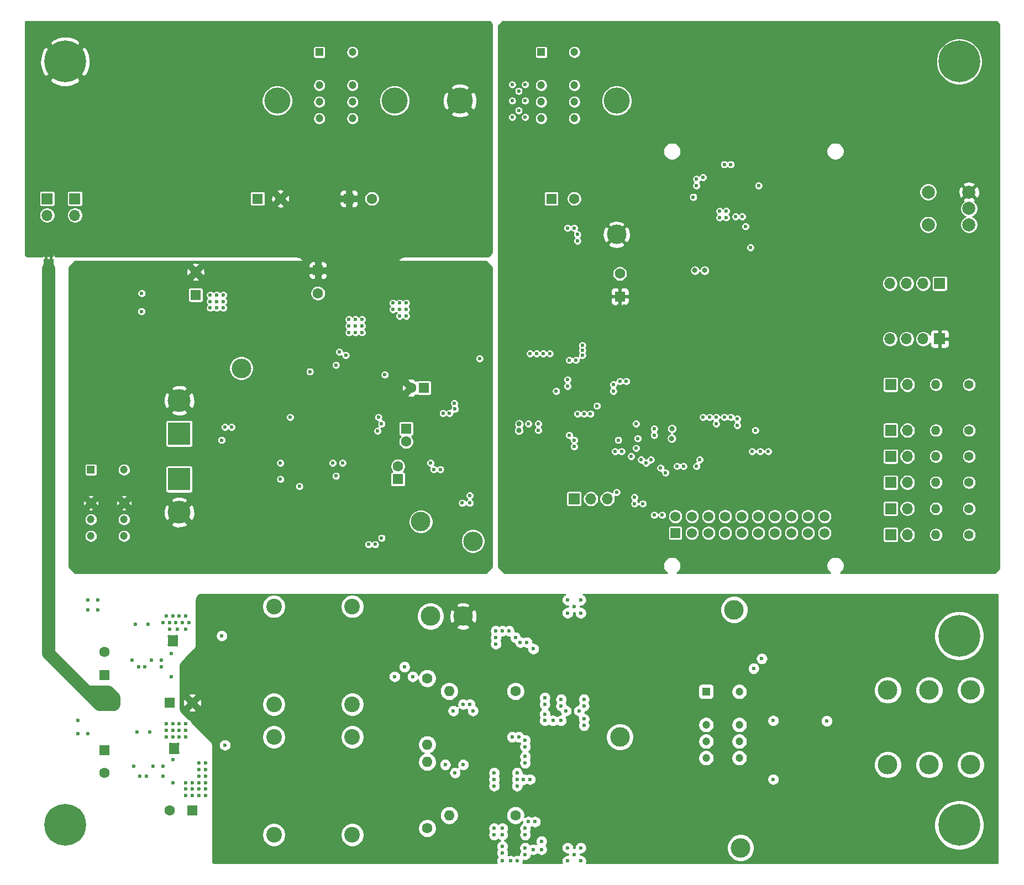
<source format=gbr>
G04 #@! TF.GenerationSoftware,KiCad,Pcbnew,(5.1.5)-3*
G04 #@! TF.CreationDate,2020-06-27T20:49:00+10:00*
G04 #@! TF.ProjectId,mainboard,6d61696e-626f-4617-9264-2e6b69636164,1.0.0*
G04 #@! TF.SameCoordinates,Original*
G04 #@! TF.FileFunction,Copper,L4,Bot*
G04 #@! TF.FilePolarity,Positive*
%FSLAX46Y46*%
G04 Gerber Fmt 4.6, Leading zero omitted, Abs format (unit mm)*
G04 Created by KiCad (PCBNEW (5.1.5)-3) date 2020-06-27 20:49:00*
%MOMM*%
%LPD*%
G04 APERTURE LIST*
%ADD10C,0.100000*%
%ADD11O,1.400000X1.400000*%
%ADD12C,1.400000*%
%ADD13R,1.200000X1.200000*%
%ADD14C,1.200000*%
%ADD15O,1.700000X1.700000*%
%ADD16R,1.700000X1.700000*%
%ADD17C,1.524000*%
%ADD18R,1.524000X1.524000*%
%ADD19C,2.000000*%
%ADD20C,3.000000*%
%ADD21R,1.500000X1.000000*%
%ADD22C,0.800000*%
%ADD23C,6.400000*%
%ADD24C,4.000500*%
%ADD25R,1.800000X1.600000*%
%ADD26C,0.500000*%
%ADD27O,1.600000X1.600000*%
%ADD28C,1.600000*%
%ADD29R,1.600000X1.600000*%
%ADD30R,1.600000X1.800000*%
%ADD31C,3.500120*%
%ADD32R,3.500120X3.500120*%
%ADD33C,2.400000*%
%ADD34C,0.600000*%
%ADD35C,1.000000*%
%ADD36C,2.000000*%
%ADD37C,0.250000*%
%ADD38C,0.254000*%
G04 APERTURE END LIST*
D10*
G36*
X63400000Y-66350000D02*
G01*
X63400000Y-66850000D01*
X63800000Y-66850000D01*
X63800000Y-66350000D01*
X63400000Y-66350000D01*
G37*
G36*
X64200000Y-66350000D02*
G01*
X64200000Y-66850000D01*
X64600000Y-66850000D01*
X64600000Y-66350000D01*
X64200000Y-66350000D01*
G37*
D11*
X199920000Y-86000000D03*
D12*
X205000000Y-86000000D03*
D11*
X199920000Y-97000000D03*
D12*
X205000000Y-97000000D03*
D11*
X199920000Y-101000000D03*
D12*
X205000000Y-101000000D03*
D11*
X199920000Y-105000000D03*
D12*
X205000000Y-105000000D03*
D11*
X199920000Y-109000000D03*
D12*
X205000000Y-109000000D03*
D11*
X199920000Y-93000000D03*
D12*
X205000000Y-93000000D03*
D13*
X70460000Y-99050000D03*
D14*
X75540000Y-99050000D03*
X70460000Y-104130000D03*
X75540000Y-109210000D03*
X70460000Y-106670000D03*
X70460000Y-109210000D03*
X75540000Y-104130000D03*
X75540000Y-106670000D03*
D13*
X164710000Y-133050000D03*
D14*
X169790000Y-133050000D03*
X164710000Y-138130000D03*
X169790000Y-143210000D03*
X164710000Y-140670000D03*
X164710000Y-143210000D03*
X169790000Y-138130000D03*
X169790000Y-140670000D03*
D15*
X195540000Y-86000000D03*
D16*
X193000000Y-86000000D03*
D15*
X195540000Y-97000000D03*
D16*
X193000000Y-97000000D03*
D15*
X195540000Y-101000000D03*
D16*
X193000000Y-101000000D03*
D15*
X195540000Y-105000000D03*
D16*
X193000000Y-105000000D03*
D15*
X195540000Y-109000000D03*
D16*
X193000000Y-109000000D03*
D15*
X195540000Y-93000000D03*
D16*
X193000000Y-93000000D03*
D17*
X180320000Y-108750000D03*
X182860000Y-108750000D03*
X180320000Y-106210000D03*
X182860000Y-106210000D03*
X172700000Y-106210000D03*
X177780000Y-108750000D03*
X172700000Y-108750000D03*
X175240000Y-108750000D03*
X170160000Y-108750000D03*
X177780000Y-106210000D03*
X175240000Y-106210000D03*
X170160000Y-106210000D03*
X167620000Y-106210000D03*
X167620000Y-108750000D03*
X165080000Y-108750000D03*
X165080000Y-106210000D03*
X162540000Y-108750000D03*
X162540000Y-106210000D03*
X160000000Y-106210000D03*
D18*
X160000000Y-108750000D03*
D13*
X139460000Y-35050000D03*
D14*
X144540000Y-35050000D03*
X139460000Y-40130000D03*
X144540000Y-45210000D03*
X139460000Y-42670000D03*
X139460000Y-45210000D03*
X144540000Y-40130000D03*
X144540000Y-42670000D03*
D13*
X105460000Y-35050000D03*
D14*
X110540000Y-35050000D03*
X105460000Y-40130000D03*
X110540000Y-45210000D03*
X105460000Y-42670000D03*
X105460000Y-45210000D03*
X110540000Y-40130000D03*
X110540000Y-42670000D03*
D19*
X198750000Y-56500000D03*
X205000000Y-56500000D03*
X205000000Y-59000000D03*
X198750000Y-61500000D03*
X205000000Y-61500000D03*
D20*
X192550000Y-144255000D03*
X198900000Y-144255000D03*
X205250000Y-144230000D03*
X192550000Y-132825000D03*
X198900000Y-132825000D03*
X205250000Y-132800000D03*
D15*
X68000000Y-60040000D03*
D16*
X68000000Y-57500000D03*
D21*
X64000000Y-67250000D03*
X64000000Y-65950000D03*
D15*
X63750000Y-60040000D03*
D16*
X63750000Y-57500000D03*
D22*
X205197056Y-122802944D03*
X203500000Y-122100000D03*
X201802944Y-122802944D03*
X201100000Y-124500000D03*
X201802944Y-126197056D03*
X203500000Y-126900000D03*
X205197056Y-126197056D03*
X205900000Y-124500000D03*
D23*
X203500000Y-124500000D03*
D22*
X205197056Y-151802944D03*
X203500000Y-151100000D03*
X201802944Y-151802944D03*
X201100000Y-153500000D03*
X201802944Y-155197056D03*
X203500000Y-155900000D03*
X205197056Y-155197056D03*
X205900000Y-153500000D03*
D23*
X203500000Y-153500000D03*
D22*
X68197056Y-151802944D03*
X66500000Y-151100000D03*
X64802944Y-151802944D03*
X64100000Y-153500000D03*
X64802944Y-155197056D03*
X66500000Y-155900000D03*
X68197056Y-155197056D03*
X68900000Y-153500000D03*
D23*
X66500000Y-153500000D03*
D22*
X205197056Y-34802944D03*
X203500000Y-34100000D03*
X201802944Y-34802944D03*
X201100000Y-36500000D03*
X201802944Y-38197056D03*
X203500000Y-38900000D03*
X205197056Y-38197056D03*
X205900000Y-36500000D03*
D23*
X203500000Y-36500000D03*
D22*
X68197056Y-34802944D03*
X66500000Y-34100000D03*
X64802944Y-34802944D03*
X64100000Y-36500000D03*
X64802944Y-38197056D03*
X66500000Y-38900000D03*
X68197056Y-38197056D03*
X68900000Y-36500000D03*
D23*
X66500000Y-36500000D03*
D24*
X151000000Y-42500000D03*
X127000000Y-42500000D03*
X99000000Y-42500000D03*
X117000000Y-42500000D03*
D20*
X129000000Y-110000000D03*
D25*
X127000000Y-78000000D03*
D26*
X127650000Y-77450000D03*
X127650000Y-78550000D03*
X126350000Y-77450000D03*
X126350000Y-78550000D03*
D15*
X149580000Y-103500000D03*
X147040000Y-103500000D03*
D16*
X144500000Y-103500000D03*
D27*
X125340000Y-133000000D03*
D28*
X135500000Y-133000000D03*
D27*
X122000000Y-141160000D03*
D28*
X122000000Y-131000000D03*
D20*
X127500000Y-121500000D03*
X122500000Y-121500000D03*
X151000000Y-63000000D03*
X121000000Y-107000000D03*
X93500000Y-83500000D03*
X170000000Y-157000000D03*
X151500000Y-140000000D03*
X169000000Y-120500000D03*
D27*
X125340000Y-152000000D03*
D28*
X135500000Y-152000000D03*
D27*
X122000000Y-143840000D03*
D28*
X122000000Y-154000000D03*
X72500000Y-127000000D03*
D29*
X72500000Y-130500000D03*
D28*
X72500000Y-145500000D03*
D29*
X72500000Y-142000000D03*
D30*
X83000000Y-125250000D03*
D26*
X82450000Y-124600000D03*
X83550000Y-124600000D03*
X82450000Y-125900000D03*
X83550000Y-125900000D03*
D30*
X83250000Y-141750000D03*
D26*
X82700000Y-141100000D03*
X83800000Y-141100000D03*
X82700000Y-142400000D03*
X83800000Y-142400000D03*
D25*
X114750000Y-69750000D03*
D26*
X115400000Y-69200000D03*
X115400000Y-70300000D03*
X114100000Y-69200000D03*
X114100000Y-70300000D03*
D25*
X96000000Y-69750000D03*
D26*
X96650000Y-69200000D03*
X96650000Y-70300000D03*
X95350000Y-69200000D03*
X95350000Y-70300000D03*
D28*
X86000000Y-134750000D03*
D29*
X82500000Y-134750000D03*
D28*
X82500000Y-151250000D03*
D29*
X86000000Y-151250000D03*
D28*
X118750000Y-94750000D03*
D29*
X118750000Y-92750000D03*
D28*
X117500000Y-98500000D03*
D29*
X117500000Y-100500000D03*
D28*
X144500000Y-57500000D03*
D29*
X141000000Y-57500000D03*
D28*
X99500000Y-57500000D03*
D29*
X96000000Y-57500000D03*
X110000000Y-57500000D03*
D28*
X113500000Y-57500000D03*
D29*
X86500000Y-72250000D03*
D28*
X86500000Y-68750000D03*
D29*
X105250000Y-68500000D03*
D28*
X105250000Y-72000000D03*
X151500000Y-69000000D03*
D29*
X151500000Y-72500000D03*
D31*
X84000000Y-105580000D03*
D32*
X84000000Y-100500000D03*
X84000000Y-93500000D03*
D31*
X84000000Y-88420000D03*
D16*
X200500000Y-79000000D03*
D15*
X197960000Y-79000000D03*
X195420000Y-79000000D03*
X192880000Y-79000000D03*
X192880000Y-70500000D03*
X195420000Y-70500000D03*
X197960000Y-70500000D03*
D16*
X200500000Y-70500000D03*
D29*
X121500000Y-86500000D03*
D28*
X119500000Y-86500000D03*
D33*
X110500000Y-135000000D03*
X110500000Y-120000000D03*
X98500000Y-120000000D03*
X98500000Y-135000000D03*
X110500000Y-140000000D03*
X110500000Y-155000000D03*
X98500000Y-155000000D03*
X98500000Y-140000000D03*
D34*
X108000000Y-83000000D03*
X108500000Y-81000000D03*
X109500000Y-81500000D03*
X109000000Y-98000000D03*
X107500000Y-98000000D03*
X108000000Y-100000000D03*
X92000000Y-92500000D03*
X90500000Y-94500000D03*
X91000000Y-92500000D03*
X104000000Y-84000000D03*
X90750000Y-74250000D03*
X90750000Y-73250000D03*
X89750000Y-73250000D03*
X88750000Y-73250000D03*
X88750000Y-74250000D03*
X89750000Y-72250000D03*
X88750000Y-72250000D03*
X90750000Y-72250000D03*
X101000000Y-91000000D03*
X117750000Y-74500000D03*
X118750000Y-74500000D03*
X118750000Y-75500000D03*
X117750000Y-75500000D03*
X116750000Y-74500000D03*
X116750000Y-73500000D03*
X117750000Y-73500000D03*
X118750000Y-73500000D03*
X89750000Y-74250000D03*
X78250000Y-72000000D03*
X159250000Y-104250000D03*
X141750000Y-90000000D03*
X142750000Y-90750000D03*
X141750000Y-89000000D03*
X150500000Y-88500000D03*
X153000000Y-89000000D03*
X153000000Y-88000000D03*
X135000000Y-76750000D03*
X135000000Y-75750000D03*
X136000000Y-75250000D03*
X137000000Y-75250000D03*
X136250000Y-99250000D03*
X139000000Y-94500000D03*
X139000000Y-95500000D03*
X140750000Y-93500000D03*
X147500000Y-93750000D03*
X146250000Y-93750000D03*
X165250000Y-95250000D03*
X164250000Y-95250000D03*
X163250000Y-90750000D03*
X160250000Y-104250000D03*
X161000000Y-102500000D03*
X140000000Y-84500000D03*
X158500000Y-91250000D03*
X155500000Y-94750000D03*
X135000000Y-90500000D03*
X153250000Y-71000000D03*
X153250000Y-72000000D03*
X153250000Y-73000000D03*
X153250000Y-74000000D03*
X152250000Y-74000000D03*
X151250000Y-74000000D03*
X150250000Y-74000000D03*
X149750000Y-73000000D03*
X149750000Y-72000000D03*
X150250000Y-71000000D03*
X151250000Y-71000000D03*
X152250000Y-71000000D03*
X172000000Y-53500000D03*
X165500000Y-54250000D03*
X166500000Y-54250000D03*
X165500000Y-53250000D03*
X166500000Y-53250000D03*
X168500000Y-95250000D03*
X167500000Y-95250000D03*
X160500000Y-66500000D03*
X166500000Y-68000000D03*
X161000000Y-101500000D03*
X166250000Y-93750000D03*
X166250000Y-94750000D03*
X115000000Y-109500000D03*
X113000000Y-110500000D03*
X114000000Y-110500000D03*
X99500000Y-98000000D03*
X99500000Y-100500000D03*
X114500000Y-91000000D03*
X115000000Y-92000000D03*
X114393750Y-93106250D03*
X102399999Y-101600001D03*
X111000000Y-77000000D03*
X110000000Y-77000000D03*
X110000000Y-76000000D03*
X111000000Y-76000000D03*
X112000000Y-76000000D03*
X112000000Y-77000000D03*
X112000000Y-78000000D03*
X111000000Y-78000000D03*
X110000000Y-78000000D03*
X115500000Y-84500000D03*
X78223963Y-74776037D03*
X124000000Y-99000000D03*
X123000000Y-99000000D03*
X122500000Y-98000000D03*
X124400000Y-90400000D03*
X126150000Y-88850000D03*
X126250000Y-89750000D03*
X127350000Y-104150000D03*
X128500000Y-104150000D03*
X128500000Y-103000000D03*
X130000000Y-82000000D03*
X125400000Y-90400000D03*
X144500000Y-158000000D03*
X143500000Y-157000000D03*
X143500000Y-159000000D03*
X145500000Y-159000000D03*
X145500000Y-157000000D03*
X145500000Y-121000000D03*
X145500000Y-119000000D03*
X143500000Y-119000000D03*
X143500000Y-121000000D03*
X144500000Y-120000000D03*
D22*
X159444999Y-94250000D03*
X136019440Y-93034395D03*
X164500000Y-68500000D03*
X159500000Y-92750000D03*
X136073928Y-92035878D03*
X163000000Y-68500000D03*
D34*
X156750000Y-92750000D03*
X162750000Y-57250000D03*
X170750000Y-61750000D03*
X157750000Y-98750000D03*
X171500000Y-65000000D03*
X158500000Y-99500000D03*
X169250000Y-60250000D03*
X154250000Y-94250000D03*
X172250000Y-93000000D03*
X154000000Y-95750000D03*
X173000000Y-96250000D03*
X153250000Y-97000000D03*
X171750000Y-96250000D03*
X120000000Y-77500000D03*
X121000000Y-78500000D03*
X131000000Y-91000000D03*
X131000000Y-93000000D03*
X131000000Y-95000000D03*
X131000000Y-97000000D03*
X131000000Y-99000000D03*
X131000000Y-101000000D03*
X89500000Y-92500000D03*
X89500000Y-94500000D03*
X90000000Y-88500000D03*
X93000000Y-88500000D03*
X99500000Y-92500000D03*
X99500000Y-90500000D03*
X99500000Y-88500000D03*
X99000000Y-104500000D03*
X102000000Y-104500000D03*
X101000000Y-100000000D03*
X101000000Y-98000000D03*
X98000000Y-104500000D03*
X98000000Y-102500000D03*
X97500000Y-100500000D03*
X102000000Y-99000000D03*
X88000000Y-93500000D03*
X105500000Y-98000000D03*
X106500000Y-100000000D03*
X105500000Y-99000000D03*
X105000000Y-95000000D03*
X103500000Y-96500000D03*
X111500000Y-93000000D03*
X112500000Y-93000000D03*
X113500000Y-94500000D03*
X112500000Y-96000000D03*
X111000000Y-109500000D03*
X112000000Y-110500000D03*
X111000000Y-112000000D03*
X112500000Y-113500000D03*
X114000000Y-84000000D03*
X105000000Y-78000000D03*
X105500000Y-82000000D03*
X106500000Y-83500000D03*
X106500000Y-80500000D03*
X111500000Y-108000000D03*
X112000000Y-88000000D03*
X120000000Y-78500000D03*
X120000000Y-76500000D03*
X126000000Y-87500000D03*
X126000000Y-86500000D03*
X127500000Y-86000000D03*
X126000000Y-104500000D03*
X125000000Y-104500000D03*
X124500000Y-103000000D03*
X121000000Y-99000000D03*
X120000000Y-99000000D03*
X119500000Y-98000000D03*
X131000000Y-92000000D03*
X131000000Y-98000000D03*
X131000000Y-100000000D03*
X131000000Y-96000000D03*
X131000000Y-94000000D03*
X117250000Y-63750000D03*
X118250000Y-64750000D03*
X117250000Y-65750000D03*
X98500000Y-63750000D03*
X98500000Y-65750000D03*
X99500000Y-64750000D03*
X94250000Y-69250000D03*
X93250000Y-67750000D03*
X91750000Y-67750000D03*
X90750000Y-69250000D03*
X109500000Y-69250000D03*
X110750000Y-67750000D03*
X111750000Y-67750000D03*
X112750000Y-69250000D03*
X110750000Y-65250000D03*
X110750000Y-64250000D03*
X111750000Y-63250000D03*
X116500000Y-70250000D03*
X97750000Y-70250000D03*
X115500000Y-102000000D03*
X116250000Y-79250000D03*
X130000000Y-77000000D03*
X129000000Y-79000000D03*
X129000000Y-80000000D03*
X129000000Y-81000000D03*
X119500000Y-82000000D03*
X118000000Y-86000000D03*
X119500000Y-83000000D03*
X119500000Y-84000000D03*
X120750000Y-84000000D03*
X119500000Y-85000000D03*
X118500000Y-85000000D03*
X125750000Y-72250000D03*
X124750000Y-72750000D03*
X125250000Y-77750000D03*
X125250000Y-78750000D03*
X129000000Y-78000000D03*
X129000000Y-77000000D03*
X130000000Y-76000000D03*
X129000000Y-76000000D03*
X129000000Y-75000000D03*
X130000000Y-75000000D03*
X131000000Y-75000000D03*
X131000000Y-76000000D03*
X131000000Y-77000000D03*
X111750000Y-66250000D03*
X98000000Y-69000000D03*
X99000000Y-70000000D03*
X99000000Y-69000000D03*
X98500000Y-68000000D03*
X99500000Y-68000000D03*
X99500000Y-71000000D03*
X116500000Y-69000000D03*
X117500000Y-69000000D03*
X117500000Y-70000000D03*
X117500000Y-71000000D03*
X116500000Y-71500000D03*
X117500000Y-72000000D03*
X109500000Y-68000000D03*
X118500000Y-72000000D03*
X118500000Y-71000000D03*
X118500000Y-70000000D03*
X118500000Y-69000000D03*
X100000000Y-70000000D03*
X100000000Y-69000000D03*
X93000000Y-63000000D03*
X92000000Y-63000000D03*
X92000000Y-64000000D03*
X92000000Y-65000000D03*
X72735000Y-73015000D03*
X71450000Y-83300000D03*
X74500000Y-97000000D03*
X73250000Y-96750000D03*
X145750000Y-80000000D03*
X153750000Y-103250000D03*
X145000000Y-90500000D03*
X146000000Y-90500000D03*
X147000000Y-90500000D03*
X148000000Y-89250000D03*
X140750000Y-81250000D03*
X139750000Y-81250000D03*
X138750000Y-81250000D03*
X137750000Y-81250000D03*
X143500000Y-86250000D03*
X143500000Y-85250000D03*
X150750000Y-96250000D03*
X155500000Y-98000000D03*
X154750000Y-97500000D03*
X156250000Y-97500000D03*
X153750000Y-104250000D03*
X155000000Y-104250000D03*
X156750000Y-106000000D03*
X158000000Y-106000000D03*
X141750000Y-87000000D03*
X151750000Y-96250000D03*
X137500000Y-92000000D03*
X139000000Y-93000000D03*
X139000000Y-92000000D03*
X150500000Y-87000000D03*
X150500000Y-86000000D03*
X151500000Y-85500000D03*
X152500000Y-85500000D03*
X143750000Y-93750000D03*
X151000000Y-102500000D03*
X165250000Y-91000000D03*
X164250000Y-91000000D03*
X154000000Y-92000000D03*
X156750000Y-93750000D03*
X160250000Y-98500000D03*
X161250000Y-98500000D03*
X163250000Y-98500000D03*
X163750000Y-97500000D03*
X151250000Y-94500000D03*
X135000000Y-40000000D03*
X137000000Y-40000000D03*
X134999991Y-42499991D03*
X137000000Y-42500000D03*
X136000000Y-41000000D03*
X136000000Y-44000000D03*
X135000000Y-45000000D03*
X137000000Y-45000000D03*
X143500000Y-62000000D03*
X145000000Y-63000000D03*
X145000000Y-64000000D03*
X144500000Y-62000000D03*
X163250000Y-55500000D03*
X163250000Y-54500000D03*
X164250000Y-54250000D03*
X167500000Y-52250000D03*
X168500000Y-52250000D03*
X172750000Y-55500000D03*
X166800000Y-59400000D03*
X167800000Y-59400000D03*
X166800000Y-60400000D03*
X167800000Y-60400000D03*
X174250000Y-96250000D03*
X167500000Y-91000000D03*
X168500000Y-91000000D03*
X169500000Y-92250000D03*
X169500000Y-91250000D03*
X144500000Y-95500000D03*
X144500000Y-94500000D03*
X145750000Y-80750000D03*
X145750000Y-81500000D03*
X143750000Y-82250000D03*
X144750000Y-82250000D03*
X166250000Y-91000000D03*
X166250000Y-92000000D03*
X140000000Y-135000000D03*
X137000000Y-143000000D03*
X137000000Y-144000000D03*
X140000000Y-134000000D03*
X142500000Y-135250000D03*
X142500000Y-134250000D03*
X146000000Y-134250000D03*
X143250000Y-136000000D03*
X145250000Y-136000000D03*
X137000000Y-154000000D03*
X137000000Y-155000000D03*
X137500000Y-153000000D03*
X138500000Y-153000000D03*
X133500000Y-154000000D03*
X133500000Y-155000000D03*
X132250000Y-154000000D03*
X132250000Y-155000000D03*
X87000000Y-144000000D03*
X88000000Y-144000000D03*
X88000000Y-145000000D03*
X87000000Y-145000000D03*
X87000000Y-146000000D03*
X88000000Y-146000000D03*
X88000000Y-147000000D03*
X87000000Y-147000000D03*
X86000000Y-147000000D03*
X85000000Y-147000000D03*
X85000000Y-148000000D03*
X86000000Y-148000000D03*
X87000000Y-148000000D03*
X88000000Y-148000000D03*
X88000000Y-149000000D03*
X87000000Y-149000000D03*
X86000000Y-149000000D03*
X85000000Y-149000000D03*
X146000000Y-135250000D03*
X175000000Y-137500000D03*
X137000000Y-150500000D03*
X126000000Y-137500000D03*
X126000000Y-138500000D03*
X155000000Y-151500000D03*
X151000000Y-151500000D03*
X151000000Y-149500000D03*
X149000000Y-149500000D03*
X147000000Y-151500000D03*
X153000000Y-153500000D03*
X149000000Y-151500000D03*
X153000000Y-149500000D03*
X153000000Y-151500000D03*
X155000000Y-149500000D03*
X155000000Y-153500000D03*
X147000000Y-145500000D03*
X155000000Y-147500000D03*
X149000000Y-145500000D03*
X147000000Y-149500000D03*
X153000000Y-147500000D03*
X147000000Y-147500000D03*
X151000000Y-145500000D03*
X155000000Y-145500000D03*
X151000000Y-147500000D03*
X153000000Y-145500000D03*
X149000000Y-147500000D03*
X151000000Y-153500000D03*
X147000000Y-153500000D03*
X149000000Y-153500000D03*
X147000000Y-132000000D03*
X149000000Y-132000000D03*
X151000000Y-132000000D03*
X153000000Y-132000000D03*
X155000000Y-132000000D03*
X155000000Y-130000000D03*
X153000000Y-130000000D03*
X151000000Y-130000000D03*
X149000000Y-130000000D03*
X147000000Y-130000000D03*
X155000000Y-128000000D03*
X153000000Y-128000000D03*
X151000000Y-128000000D03*
X149000000Y-128000000D03*
X147000000Y-128000000D03*
X147000000Y-126000000D03*
X149000000Y-126000000D03*
X151000000Y-126000000D03*
X153000000Y-126000000D03*
X155000000Y-126000000D03*
X155000000Y-124000000D03*
X153000000Y-124000000D03*
X151000000Y-124000000D03*
X149000000Y-124000000D03*
X147000000Y-124000000D03*
X132500000Y-127000000D03*
X132500000Y-128000000D03*
X132500000Y-129000000D03*
X133500000Y-130000000D03*
X134500000Y-130000000D03*
X135500000Y-130000000D03*
X135500000Y-128000000D03*
X132500000Y-130000000D03*
X135500000Y-129000000D03*
X136500000Y-129500000D03*
X138000000Y-150500000D03*
X135750000Y-149750000D03*
X135750000Y-148750000D03*
X132250000Y-148750000D03*
X132250000Y-149750000D03*
X133250000Y-150750000D03*
X134500000Y-150750000D03*
X85000000Y-131000000D03*
X86000000Y-131000000D03*
X87000000Y-131000000D03*
X88000000Y-131000000D03*
X88000000Y-132000000D03*
X87000000Y-132000000D03*
X86000000Y-132000000D03*
X85000000Y-132000000D03*
X85000000Y-133000000D03*
X86000000Y-133000000D03*
X87000000Y-133000000D03*
X88000000Y-133000000D03*
X87000000Y-130000000D03*
X88000000Y-130000000D03*
X88000000Y-129000000D03*
X87000000Y-129000000D03*
X87000000Y-128000000D03*
X88000000Y-128000000D03*
X177500000Y-132250000D03*
X132500000Y-125750000D03*
X126000000Y-136000000D03*
X83000000Y-147000000D03*
X81500000Y-144500000D03*
X77500000Y-139250000D03*
X80000000Y-144500000D03*
X79500000Y-139250000D03*
X83000000Y-143500000D03*
X84000000Y-139000000D03*
X81500000Y-146000000D03*
X84000000Y-140000000D03*
X77000000Y-144500000D03*
X77250000Y-122750000D03*
X79250000Y-122750000D03*
X81250000Y-129250000D03*
X78750000Y-129250000D03*
X81250000Y-128250000D03*
X82750000Y-127250000D03*
X76750000Y-128250000D03*
X83750000Y-123500000D03*
X82750000Y-130750000D03*
X79750000Y-128250000D03*
X77750000Y-129250000D03*
X82500000Y-123500000D03*
X127500000Y-135000000D03*
X128500000Y-135000000D03*
X129000000Y-136000000D03*
X137000000Y-141500000D03*
X137000000Y-140500000D03*
X136000000Y-140000000D03*
X135000000Y-140000000D03*
X132500000Y-124750000D03*
X132500000Y-123750000D03*
X133500000Y-123750000D03*
X134500000Y-123750000D03*
X138250000Y-126500000D03*
X137250000Y-125500000D03*
X136250000Y-125500000D03*
X135500000Y-124750000D03*
X140000000Y-137500000D03*
X140000000Y-136500000D03*
X142500000Y-137500000D03*
X141250000Y-137500000D03*
X146000000Y-137250000D03*
X146000000Y-138250000D03*
X133500000Y-156750000D03*
X133500000Y-157750000D03*
X134750000Y-159000000D03*
X135750000Y-159000000D03*
X137000000Y-158000000D03*
X137000000Y-157000000D03*
X138250000Y-157250000D03*
X139500000Y-157250000D03*
X139500000Y-156000000D03*
X133500000Y-159000000D03*
X132250000Y-147500000D03*
X132250000Y-146500000D03*
X132250000Y-145500000D03*
X135750000Y-147500000D03*
X135750000Y-146500000D03*
X135750000Y-145500000D03*
X136750000Y-146500000D03*
X137750000Y-146500000D03*
X81500000Y-122500000D03*
X82500000Y-122500000D03*
X83500000Y-122500000D03*
X84500000Y-122500000D03*
X85500000Y-122500000D03*
X85000000Y-123500000D03*
X82000000Y-121500000D03*
X83000000Y-121500000D03*
X84000000Y-121500000D03*
X85000000Y-121500000D03*
X83000000Y-140000000D03*
X83000000Y-139000000D03*
X82000000Y-139000000D03*
X82000000Y-140000000D03*
X82000000Y-138000000D03*
X83000000Y-138000000D03*
X85000000Y-139000000D03*
X84000000Y-138000000D03*
X85000000Y-138000000D03*
X85000000Y-140000000D03*
X90500000Y-124500000D03*
X91000000Y-141250000D03*
X118500000Y-129250000D03*
X117000000Y-130750000D03*
X119750000Y-130750000D03*
X124750000Y-144250000D03*
X127500000Y-144250000D03*
X126250000Y-145500000D03*
X79000000Y-146000000D03*
X78000000Y-146000000D03*
X172000000Y-129500000D03*
X175000000Y-146500000D03*
X183200000Y-137550000D03*
X72000000Y-135000000D03*
X74000000Y-135000000D03*
X73000000Y-135000000D03*
X73000000Y-134000000D03*
X74000000Y-134000000D03*
X72000000Y-134000000D03*
X72000000Y-133000000D03*
X73000000Y-133000000D03*
X173250000Y-128000000D03*
X68500000Y-137500000D03*
X68500000Y-139500000D03*
X70000000Y-139500000D03*
X70000000Y-120500000D03*
X71500000Y-120500000D03*
X71500000Y-119000000D03*
X70000000Y-119000000D03*
X170250000Y-60250000D03*
D35*
X64000000Y-67250000D02*
X64000000Y-68250000D01*
D36*
X64000000Y-68250000D02*
X64000000Y-127250000D01*
X73125000Y-133125000D02*
X74000000Y-134000000D01*
X69875000Y-133125000D02*
X71250000Y-134500000D01*
X69875000Y-133125000D02*
X73125000Y-133125000D01*
X64000000Y-127250000D02*
X69875000Y-133125000D01*
X74000000Y-134000000D02*
X74000000Y-135000000D01*
X71750000Y-135000000D02*
X71250000Y-134500000D01*
X74000000Y-135000000D02*
X71750000Y-135000000D01*
D37*
G36*
X209600000Y-30776776D02*
G01*
X209600001Y-114223223D01*
X208948224Y-114875000D01*
X185291253Y-114875000D01*
X185376511Y-114818032D01*
X185568032Y-114626511D01*
X185718509Y-114401307D01*
X185822159Y-114151073D01*
X185875000Y-113885426D01*
X185875000Y-113614574D01*
X185822159Y-113348927D01*
X185718509Y-113098693D01*
X185568032Y-112873489D01*
X185376511Y-112681968D01*
X185151307Y-112531491D01*
X184901073Y-112427841D01*
X184635426Y-112375000D01*
X184364574Y-112375000D01*
X184098927Y-112427841D01*
X183848693Y-112531491D01*
X183623489Y-112681968D01*
X183431968Y-112873489D01*
X183281491Y-113098693D01*
X183177841Y-113348927D01*
X183125000Y-113614574D01*
X183125000Y-113885426D01*
X183177841Y-114151073D01*
X183281491Y-114401307D01*
X183431968Y-114626511D01*
X183623489Y-114818032D01*
X183708747Y-114875000D01*
X160291253Y-114875000D01*
X160376511Y-114818032D01*
X160568032Y-114626511D01*
X160718509Y-114401307D01*
X160822159Y-114151073D01*
X160875000Y-113885426D01*
X160875000Y-113614574D01*
X160822159Y-113348927D01*
X160718509Y-113098693D01*
X160568032Y-112873489D01*
X160376511Y-112681968D01*
X160151307Y-112531491D01*
X159901073Y-112427841D01*
X159635426Y-112375000D01*
X159364574Y-112375000D01*
X159098927Y-112427841D01*
X158848693Y-112531491D01*
X158623489Y-112681968D01*
X158431968Y-112873489D01*
X158281491Y-113098693D01*
X158177841Y-113348927D01*
X158125000Y-113614574D01*
X158125000Y-113885426D01*
X158177841Y-114151073D01*
X158281491Y-114401307D01*
X158431968Y-114626511D01*
X158623489Y-114818032D01*
X158708747Y-114875000D01*
X133801776Y-114875000D01*
X132875000Y-113948224D01*
X132875000Y-107988000D01*
X158861186Y-107988000D01*
X158861186Y-109512000D01*
X158868426Y-109585513D01*
X158889869Y-109656200D01*
X158924691Y-109721347D01*
X158971552Y-109778448D01*
X159028653Y-109825309D01*
X159093800Y-109860131D01*
X159164487Y-109881574D01*
X159238000Y-109888814D01*
X160762000Y-109888814D01*
X160835513Y-109881574D01*
X160906200Y-109860131D01*
X160971347Y-109825309D01*
X161028448Y-109778448D01*
X161075309Y-109721347D01*
X161110131Y-109656200D01*
X161131574Y-109585513D01*
X161138814Y-109512000D01*
X161138814Y-108638015D01*
X161403000Y-108638015D01*
X161403000Y-108861985D01*
X161446695Y-109081651D01*
X161532404Y-109288571D01*
X161656835Y-109474795D01*
X161815205Y-109633165D01*
X162001429Y-109757596D01*
X162208349Y-109843305D01*
X162428015Y-109887000D01*
X162651985Y-109887000D01*
X162871651Y-109843305D01*
X163078571Y-109757596D01*
X163264795Y-109633165D01*
X163423165Y-109474795D01*
X163547596Y-109288571D01*
X163633305Y-109081651D01*
X163677000Y-108861985D01*
X163677000Y-108638015D01*
X163943000Y-108638015D01*
X163943000Y-108861985D01*
X163986695Y-109081651D01*
X164072404Y-109288571D01*
X164196835Y-109474795D01*
X164355205Y-109633165D01*
X164541429Y-109757596D01*
X164748349Y-109843305D01*
X164968015Y-109887000D01*
X165191985Y-109887000D01*
X165411651Y-109843305D01*
X165618571Y-109757596D01*
X165804795Y-109633165D01*
X165963165Y-109474795D01*
X166087596Y-109288571D01*
X166173305Y-109081651D01*
X166217000Y-108861985D01*
X166217000Y-108638015D01*
X166483000Y-108638015D01*
X166483000Y-108861985D01*
X166526695Y-109081651D01*
X166612404Y-109288571D01*
X166736835Y-109474795D01*
X166895205Y-109633165D01*
X167081429Y-109757596D01*
X167288349Y-109843305D01*
X167508015Y-109887000D01*
X167731985Y-109887000D01*
X167951651Y-109843305D01*
X168158571Y-109757596D01*
X168344795Y-109633165D01*
X168503165Y-109474795D01*
X168627596Y-109288571D01*
X168713305Y-109081651D01*
X168757000Y-108861985D01*
X168757000Y-108638015D01*
X169023000Y-108638015D01*
X169023000Y-108861985D01*
X169066695Y-109081651D01*
X169152404Y-109288571D01*
X169276835Y-109474795D01*
X169435205Y-109633165D01*
X169621429Y-109757596D01*
X169828349Y-109843305D01*
X170048015Y-109887000D01*
X170271985Y-109887000D01*
X170491651Y-109843305D01*
X170698571Y-109757596D01*
X170884795Y-109633165D01*
X171043165Y-109474795D01*
X171167596Y-109288571D01*
X171253305Y-109081651D01*
X171297000Y-108861985D01*
X171297000Y-108638015D01*
X171563000Y-108638015D01*
X171563000Y-108861985D01*
X171606695Y-109081651D01*
X171692404Y-109288571D01*
X171816835Y-109474795D01*
X171975205Y-109633165D01*
X172161429Y-109757596D01*
X172368349Y-109843305D01*
X172588015Y-109887000D01*
X172811985Y-109887000D01*
X173031651Y-109843305D01*
X173238571Y-109757596D01*
X173424795Y-109633165D01*
X173583165Y-109474795D01*
X173707596Y-109288571D01*
X173793305Y-109081651D01*
X173837000Y-108861985D01*
X173837000Y-108638015D01*
X174103000Y-108638015D01*
X174103000Y-108861985D01*
X174146695Y-109081651D01*
X174232404Y-109288571D01*
X174356835Y-109474795D01*
X174515205Y-109633165D01*
X174701429Y-109757596D01*
X174908349Y-109843305D01*
X175128015Y-109887000D01*
X175351985Y-109887000D01*
X175571651Y-109843305D01*
X175778571Y-109757596D01*
X175964795Y-109633165D01*
X176123165Y-109474795D01*
X176247596Y-109288571D01*
X176333305Y-109081651D01*
X176377000Y-108861985D01*
X176377000Y-108638015D01*
X176643000Y-108638015D01*
X176643000Y-108861985D01*
X176686695Y-109081651D01*
X176772404Y-109288571D01*
X176896835Y-109474795D01*
X177055205Y-109633165D01*
X177241429Y-109757596D01*
X177448349Y-109843305D01*
X177668015Y-109887000D01*
X177891985Y-109887000D01*
X178111651Y-109843305D01*
X178318571Y-109757596D01*
X178504795Y-109633165D01*
X178663165Y-109474795D01*
X178787596Y-109288571D01*
X178873305Y-109081651D01*
X178917000Y-108861985D01*
X178917000Y-108638015D01*
X179183000Y-108638015D01*
X179183000Y-108861985D01*
X179226695Y-109081651D01*
X179312404Y-109288571D01*
X179436835Y-109474795D01*
X179595205Y-109633165D01*
X179781429Y-109757596D01*
X179988349Y-109843305D01*
X180208015Y-109887000D01*
X180431985Y-109887000D01*
X180651651Y-109843305D01*
X180858571Y-109757596D01*
X181044795Y-109633165D01*
X181203165Y-109474795D01*
X181327596Y-109288571D01*
X181413305Y-109081651D01*
X181457000Y-108861985D01*
X181457000Y-108638015D01*
X181723000Y-108638015D01*
X181723000Y-108861985D01*
X181766695Y-109081651D01*
X181852404Y-109288571D01*
X181976835Y-109474795D01*
X182135205Y-109633165D01*
X182321429Y-109757596D01*
X182528349Y-109843305D01*
X182748015Y-109887000D01*
X182971985Y-109887000D01*
X183191651Y-109843305D01*
X183398571Y-109757596D01*
X183584795Y-109633165D01*
X183743165Y-109474795D01*
X183867596Y-109288571D01*
X183953305Y-109081651D01*
X183997000Y-108861985D01*
X183997000Y-108638015D01*
X183953305Y-108418349D01*
X183867596Y-108211429D01*
X183826551Y-108150000D01*
X191773186Y-108150000D01*
X191773186Y-109850000D01*
X191780426Y-109923513D01*
X191801869Y-109994200D01*
X191836691Y-110059347D01*
X191883552Y-110116448D01*
X191940653Y-110163309D01*
X192005800Y-110198131D01*
X192076487Y-110219574D01*
X192150000Y-110226814D01*
X193850000Y-110226814D01*
X193923513Y-110219574D01*
X193994200Y-110198131D01*
X194059347Y-110163309D01*
X194116448Y-110116448D01*
X194163309Y-110059347D01*
X194198131Y-109994200D01*
X194219574Y-109923513D01*
X194226814Y-109850000D01*
X194226814Y-108879348D01*
X194315000Y-108879348D01*
X194315000Y-109120652D01*
X194362076Y-109357319D01*
X194454419Y-109580255D01*
X194588481Y-109780892D01*
X194759108Y-109951519D01*
X194959745Y-110085581D01*
X195182681Y-110177924D01*
X195419348Y-110225000D01*
X195660652Y-110225000D01*
X195897319Y-110177924D01*
X196120255Y-110085581D01*
X196320892Y-109951519D01*
X196491519Y-109780892D01*
X196625581Y-109580255D01*
X196717924Y-109357319D01*
X196765000Y-109120652D01*
X196765000Y-108894122D01*
X198845000Y-108894122D01*
X198845000Y-109105878D01*
X198886312Y-109313566D01*
X198967348Y-109509203D01*
X199084993Y-109685272D01*
X199234728Y-109835007D01*
X199410797Y-109952652D01*
X199606434Y-110033688D01*
X199814122Y-110075000D01*
X200025878Y-110075000D01*
X200233566Y-110033688D01*
X200429203Y-109952652D01*
X200605272Y-109835007D01*
X200755007Y-109685272D01*
X200872652Y-109509203D01*
X200953688Y-109313566D01*
X200995000Y-109105878D01*
X200995000Y-108894122D01*
X203925000Y-108894122D01*
X203925000Y-109105878D01*
X203966312Y-109313566D01*
X204047348Y-109509203D01*
X204164993Y-109685272D01*
X204314728Y-109835007D01*
X204490797Y-109952652D01*
X204686434Y-110033688D01*
X204894122Y-110075000D01*
X205105878Y-110075000D01*
X205313566Y-110033688D01*
X205509203Y-109952652D01*
X205685272Y-109835007D01*
X205835007Y-109685272D01*
X205952652Y-109509203D01*
X206033688Y-109313566D01*
X206075000Y-109105878D01*
X206075000Y-108894122D01*
X206033688Y-108686434D01*
X205952652Y-108490797D01*
X205835007Y-108314728D01*
X205685272Y-108164993D01*
X205509203Y-108047348D01*
X205313566Y-107966312D01*
X205105878Y-107925000D01*
X204894122Y-107925000D01*
X204686434Y-107966312D01*
X204490797Y-108047348D01*
X204314728Y-108164993D01*
X204164993Y-108314728D01*
X204047348Y-108490797D01*
X203966312Y-108686434D01*
X203925000Y-108894122D01*
X200995000Y-108894122D01*
X200953688Y-108686434D01*
X200872652Y-108490797D01*
X200755007Y-108314728D01*
X200605272Y-108164993D01*
X200429203Y-108047348D01*
X200233566Y-107966312D01*
X200025878Y-107925000D01*
X199814122Y-107925000D01*
X199606434Y-107966312D01*
X199410797Y-108047348D01*
X199234728Y-108164993D01*
X199084993Y-108314728D01*
X198967348Y-108490797D01*
X198886312Y-108686434D01*
X198845000Y-108894122D01*
X196765000Y-108894122D01*
X196765000Y-108879348D01*
X196717924Y-108642681D01*
X196625581Y-108419745D01*
X196491519Y-108219108D01*
X196320892Y-108048481D01*
X196120255Y-107914419D01*
X195897319Y-107822076D01*
X195660652Y-107775000D01*
X195419348Y-107775000D01*
X195182681Y-107822076D01*
X194959745Y-107914419D01*
X194759108Y-108048481D01*
X194588481Y-108219108D01*
X194454419Y-108419745D01*
X194362076Y-108642681D01*
X194315000Y-108879348D01*
X194226814Y-108879348D01*
X194226814Y-108150000D01*
X194219574Y-108076487D01*
X194198131Y-108005800D01*
X194163309Y-107940653D01*
X194116448Y-107883552D01*
X194059347Y-107836691D01*
X193994200Y-107801869D01*
X193923513Y-107780426D01*
X193850000Y-107773186D01*
X192150000Y-107773186D01*
X192076487Y-107780426D01*
X192005800Y-107801869D01*
X191940653Y-107836691D01*
X191883552Y-107883552D01*
X191836691Y-107940653D01*
X191801869Y-108005800D01*
X191780426Y-108076487D01*
X191773186Y-108150000D01*
X183826551Y-108150000D01*
X183743165Y-108025205D01*
X183584795Y-107866835D01*
X183398571Y-107742404D01*
X183191651Y-107656695D01*
X182971985Y-107613000D01*
X182748015Y-107613000D01*
X182528349Y-107656695D01*
X182321429Y-107742404D01*
X182135205Y-107866835D01*
X181976835Y-108025205D01*
X181852404Y-108211429D01*
X181766695Y-108418349D01*
X181723000Y-108638015D01*
X181457000Y-108638015D01*
X181413305Y-108418349D01*
X181327596Y-108211429D01*
X181203165Y-108025205D01*
X181044795Y-107866835D01*
X180858571Y-107742404D01*
X180651651Y-107656695D01*
X180431985Y-107613000D01*
X180208015Y-107613000D01*
X179988349Y-107656695D01*
X179781429Y-107742404D01*
X179595205Y-107866835D01*
X179436835Y-108025205D01*
X179312404Y-108211429D01*
X179226695Y-108418349D01*
X179183000Y-108638015D01*
X178917000Y-108638015D01*
X178873305Y-108418349D01*
X178787596Y-108211429D01*
X178663165Y-108025205D01*
X178504795Y-107866835D01*
X178318571Y-107742404D01*
X178111651Y-107656695D01*
X177891985Y-107613000D01*
X177668015Y-107613000D01*
X177448349Y-107656695D01*
X177241429Y-107742404D01*
X177055205Y-107866835D01*
X176896835Y-108025205D01*
X176772404Y-108211429D01*
X176686695Y-108418349D01*
X176643000Y-108638015D01*
X176377000Y-108638015D01*
X176333305Y-108418349D01*
X176247596Y-108211429D01*
X176123165Y-108025205D01*
X175964795Y-107866835D01*
X175778571Y-107742404D01*
X175571651Y-107656695D01*
X175351985Y-107613000D01*
X175128015Y-107613000D01*
X174908349Y-107656695D01*
X174701429Y-107742404D01*
X174515205Y-107866835D01*
X174356835Y-108025205D01*
X174232404Y-108211429D01*
X174146695Y-108418349D01*
X174103000Y-108638015D01*
X173837000Y-108638015D01*
X173793305Y-108418349D01*
X173707596Y-108211429D01*
X173583165Y-108025205D01*
X173424795Y-107866835D01*
X173238571Y-107742404D01*
X173031651Y-107656695D01*
X172811985Y-107613000D01*
X172588015Y-107613000D01*
X172368349Y-107656695D01*
X172161429Y-107742404D01*
X171975205Y-107866835D01*
X171816835Y-108025205D01*
X171692404Y-108211429D01*
X171606695Y-108418349D01*
X171563000Y-108638015D01*
X171297000Y-108638015D01*
X171253305Y-108418349D01*
X171167596Y-108211429D01*
X171043165Y-108025205D01*
X170884795Y-107866835D01*
X170698571Y-107742404D01*
X170491651Y-107656695D01*
X170271985Y-107613000D01*
X170048015Y-107613000D01*
X169828349Y-107656695D01*
X169621429Y-107742404D01*
X169435205Y-107866835D01*
X169276835Y-108025205D01*
X169152404Y-108211429D01*
X169066695Y-108418349D01*
X169023000Y-108638015D01*
X168757000Y-108638015D01*
X168713305Y-108418349D01*
X168627596Y-108211429D01*
X168503165Y-108025205D01*
X168344795Y-107866835D01*
X168158571Y-107742404D01*
X167951651Y-107656695D01*
X167731985Y-107613000D01*
X167508015Y-107613000D01*
X167288349Y-107656695D01*
X167081429Y-107742404D01*
X166895205Y-107866835D01*
X166736835Y-108025205D01*
X166612404Y-108211429D01*
X166526695Y-108418349D01*
X166483000Y-108638015D01*
X166217000Y-108638015D01*
X166173305Y-108418349D01*
X166087596Y-108211429D01*
X165963165Y-108025205D01*
X165804795Y-107866835D01*
X165618571Y-107742404D01*
X165411651Y-107656695D01*
X165191985Y-107613000D01*
X164968015Y-107613000D01*
X164748349Y-107656695D01*
X164541429Y-107742404D01*
X164355205Y-107866835D01*
X164196835Y-108025205D01*
X164072404Y-108211429D01*
X163986695Y-108418349D01*
X163943000Y-108638015D01*
X163677000Y-108638015D01*
X163633305Y-108418349D01*
X163547596Y-108211429D01*
X163423165Y-108025205D01*
X163264795Y-107866835D01*
X163078571Y-107742404D01*
X162871651Y-107656695D01*
X162651985Y-107613000D01*
X162428015Y-107613000D01*
X162208349Y-107656695D01*
X162001429Y-107742404D01*
X161815205Y-107866835D01*
X161656835Y-108025205D01*
X161532404Y-108211429D01*
X161446695Y-108418349D01*
X161403000Y-108638015D01*
X161138814Y-108638015D01*
X161138814Y-107988000D01*
X161131574Y-107914487D01*
X161110131Y-107843800D01*
X161075309Y-107778653D01*
X161028448Y-107721552D01*
X160971347Y-107674691D01*
X160906200Y-107639869D01*
X160835513Y-107618426D01*
X160762000Y-107611186D01*
X159238000Y-107611186D01*
X159164487Y-107618426D01*
X159093800Y-107639869D01*
X159028653Y-107674691D01*
X158971552Y-107721552D01*
X158924691Y-107778653D01*
X158889869Y-107843800D01*
X158868426Y-107914487D01*
X158861186Y-107988000D01*
X132875000Y-107988000D01*
X132875000Y-105933518D01*
X156075000Y-105933518D01*
X156075000Y-106066482D01*
X156100940Y-106196890D01*
X156151823Y-106319732D01*
X156225693Y-106430287D01*
X156319713Y-106524307D01*
X156430268Y-106598177D01*
X156553110Y-106649060D01*
X156683518Y-106675000D01*
X156816482Y-106675000D01*
X156946890Y-106649060D01*
X157069732Y-106598177D01*
X157180287Y-106524307D01*
X157274307Y-106430287D01*
X157348177Y-106319732D01*
X157375000Y-106254976D01*
X157401823Y-106319732D01*
X157475693Y-106430287D01*
X157569713Y-106524307D01*
X157680268Y-106598177D01*
X157803110Y-106649060D01*
X157933518Y-106675000D01*
X158066482Y-106675000D01*
X158196890Y-106649060D01*
X158319732Y-106598177D01*
X158430287Y-106524307D01*
X158524307Y-106430287D01*
X158598177Y-106319732D01*
X158649060Y-106196890D01*
X158668727Y-106098015D01*
X158863000Y-106098015D01*
X158863000Y-106321985D01*
X158906695Y-106541651D01*
X158992404Y-106748571D01*
X159116835Y-106934795D01*
X159275205Y-107093165D01*
X159461429Y-107217596D01*
X159668349Y-107303305D01*
X159888015Y-107347000D01*
X160111985Y-107347000D01*
X160331651Y-107303305D01*
X160538571Y-107217596D01*
X160724795Y-107093165D01*
X160883165Y-106934795D01*
X161007596Y-106748571D01*
X161093305Y-106541651D01*
X161137000Y-106321985D01*
X161137000Y-106098015D01*
X161403000Y-106098015D01*
X161403000Y-106321985D01*
X161446695Y-106541651D01*
X161532404Y-106748571D01*
X161656835Y-106934795D01*
X161815205Y-107093165D01*
X162001429Y-107217596D01*
X162208349Y-107303305D01*
X162428015Y-107347000D01*
X162651985Y-107347000D01*
X162871651Y-107303305D01*
X163078571Y-107217596D01*
X163264795Y-107093165D01*
X163423165Y-106934795D01*
X163547596Y-106748571D01*
X163633305Y-106541651D01*
X163677000Y-106321985D01*
X163677000Y-106098015D01*
X163943000Y-106098015D01*
X163943000Y-106321985D01*
X163986695Y-106541651D01*
X164072404Y-106748571D01*
X164196835Y-106934795D01*
X164355205Y-107093165D01*
X164541429Y-107217596D01*
X164748349Y-107303305D01*
X164968015Y-107347000D01*
X165191985Y-107347000D01*
X165411651Y-107303305D01*
X165618571Y-107217596D01*
X165804795Y-107093165D01*
X165963165Y-106934795D01*
X166087596Y-106748571D01*
X166173305Y-106541651D01*
X166217000Y-106321985D01*
X166217000Y-106098015D01*
X166483000Y-106098015D01*
X166483000Y-106321985D01*
X166526695Y-106541651D01*
X166612404Y-106748571D01*
X166736835Y-106934795D01*
X166895205Y-107093165D01*
X167081429Y-107217596D01*
X167288349Y-107303305D01*
X167508015Y-107347000D01*
X167731985Y-107347000D01*
X167951651Y-107303305D01*
X168158571Y-107217596D01*
X168344795Y-107093165D01*
X168503165Y-106934795D01*
X168627596Y-106748571D01*
X168713305Y-106541651D01*
X168757000Y-106321985D01*
X168757000Y-106098015D01*
X169023000Y-106098015D01*
X169023000Y-106321985D01*
X169066695Y-106541651D01*
X169152404Y-106748571D01*
X169276835Y-106934795D01*
X169435205Y-107093165D01*
X169621429Y-107217596D01*
X169828349Y-107303305D01*
X170048015Y-107347000D01*
X170271985Y-107347000D01*
X170491651Y-107303305D01*
X170698571Y-107217596D01*
X170884795Y-107093165D01*
X171043165Y-106934795D01*
X171167596Y-106748571D01*
X171253305Y-106541651D01*
X171297000Y-106321985D01*
X171297000Y-106098015D01*
X171563000Y-106098015D01*
X171563000Y-106321985D01*
X171606695Y-106541651D01*
X171692404Y-106748571D01*
X171816835Y-106934795D01*
X171975205Y-107093165D01*
X172161429Y-107217596D01*
X172368349Y-107303305D01*
X172588015Y-107347000D01*
X172811985Y-107347000D01*
X173031651Y-107303305D01*
X173238571Y-107217596D01*
X173424795Y-107093165D01*
X173583165Y-106934795D01*
X173707596Y-106748571D01*
X173793305Y-106541651D01*
X173837000Y-106321985D01*
X173837000Y-106098015D01*
X174103000Y-106098015D01*
X174103000Y-106321985D01*
X174146695Y-106541651D01*
X174232404Y-106748571D01*
X174356835Y-106934795D01*
X174515205Y-107093165D01*
X174701429Y-107217596D01*
X174908349Y-107303305D01*
X175128015Y-107347000D01*
X175351985Y-107347000D01*
X175571651Y-107303305D01*
X175778571Y-107217596D01*
X175964795Y-107093165D01*
X176123165Y-106934795D01*
X176247596Y-106748571D01*
X176333305Y-106541651D01*
X176377000Y-106321985D01*
X176377000Y-106098015D01*
X176643000Y-106098015D01*
X176643000Y-106321985D01*
X176686695Y-106541651D01*
X176772404Y-106748571D01*
X176896835Y-106934795D01*
X177055205Y-107093165D01*
X177241429Y-107217596D01*
X177448349Y-107303305D01*
X177668015Y-107347000D01*
X177891985Y-107347000D01*
X178111651Y-107303305D01*
X178318571Y-107217596D01*
X178504795Y-107093165D01*
X178663165Y-106934795D01*
X178787596Y-106748571D01*
X178873305Y-106541651D01*
X178917000Y-106321985D01*
X178917000Y-106098015D01*
X179183000Y-106098015D01*
X179183000Y-106321985D01*
X179226695Y-106541651D01*
X179312404Y-106748571D01*
X179436835Y-106934795D01*
X179595205Y-107093165D01*
X179781429Y-107217596D01*
X179988349Y-107303305D01*
X180208015Y-107347000D01*
X180431985Y-107347000D01*
X180651651Y-107303305D01*
X180858571Y-107217596D01*
X181044795Y-107093165D01*
X181203165Y-106934795D01*
X181327596Y-106748571D01*
X181413305Y-106541651D01*
X181457000Y-106321985D01*
X181457000Y-106098015D01*
X181723000Y-106098015D01*
X181723000Y-106321985D01*
X181766695Y-106541651D01*
X181852404Y-106748571D01*
X181976835Y-106934795D01*
X182135205Y-107093165D01*
X182321429Y-107217596D01*
X182528349Y-107303305D01*
X182748015Y-107347000D01*
X182971985Y-107347000D01*
X183191651Y-107303305D01*
X183398571Y-107217596D01*
X183584795Y-107093165D01*
X183743165Y-106934795D01*
X183867596Y-106748571D01*
X183953305Y-106541651D01*
X183997000Y-106321985D01*
X183997000Y-106098015D01*
X183953305Y-105878349D01*
X183867596Y-105671429D01*
X183743165Y-105485205D01*
X183584795Y-105326835D01*
X183398571Y-105202404D01*
X183191651Y-105116695D01*
X182971985Y-105073000D01*
X182748015Y-105073000D01*
X182528349Y-105116695D01*
X182321429Y-105202404D01*
X182135205Y-105326835D01*
X181976835Y-105485205D01*
X181852404Y-105671429D01*
X181766695Y-105878349D01*
X181723000Y-106098015D01*
X181457000Y-106098015D01*
X181413305Y-105878349D01*
X181327596Y-105671429D01*
X181203165Y-105485205D01*
X181044795Y-105326835D01*
X180858571Y-105202404D01*
X180651651Y-105116695D01*
X180431985Y-105073000D01*
X180208015Y-105073000D01*
X179988349Y-105116695D01*
X179781429Y-105202404D01*
X179595205Y-105326835D01*
X179436835Y-105485205D01*
X179312404Y-105671429D01*
X179226695Y-105878349D01*
X179183000Y-106098015D01*
X178917000Y-106098015D01*
X178873305Y-105878349D01*
X178787596Y-105671429D01*
X178663165Y-105485205D01*
X178504795Y-105326835D01*
X178318571Y-105202404D01*
X178111651Y-105116695D01*
X177891985Y-105073000D01*
X177668015Y-105073000D01*
X177448349Y-105116695D01*
X177241429Y-105202404D01*
X177055205Y-105326835D01*
X176896835Y-105485205D01*
X176772404Y-105671429D01*
X176686695Y-105878349D01*
X176643000Y-106098015D01*
X176377000Y-106098015D01*
X176333305Y-105878349D01*
X176247596Y-105671429D01*
X176123165Y-105485205D01*
X175964795Y-105326835D01*
X175778571Y-105202404D01*
X175571651Y-105116695D01*
X175351985Y-105073000D01*
X175128015Y-105073000D01*
X174908349Y-105116695D01*
X174701429Y-105202404D01*
X174515205Y-105326835D01*
X174356835Y-105485205D01*
X174232404Y-105671429D01*
X174146695Y-105878349D01*
X174103000Y-106098015D01*
X173837000Y-106098015D01*
X173793305Y-105878349D01*
X173707596Y-105671429D01*
X173583165Y-105485205D01*
X173424795Y-105326835D01*
X173238571Y-105202404D01*
X173031651Y-105116695D01*
X172811985Y-105073000D01*
X172588015Y-105073000D01*
X172368349Y-105116695D01*
X172161429Y-105202404D01*
X171975205Y-105326835D01*
X171816835Y-105485205D01*
X171692404Y-105671429D01*
X171606695Y-105878349D01*
X171563000Y-106098015D01*
X171297000Y-106098015D01*
X171253305Y-105878349D01*
X171167596Y-105671429D01*
X171043165Y-105485205D01*
X170884795Y-105326835D01*
X170698571Y-105202404D01*
X170491651Y-105116695D01*
X170271985Y-105073000D01*
X170048015Y-105073000D01*
X169828349Y-105116695D01*
X169621429Y-105202404D01*
X169435205Y-105326835D01*
X169276835Y-105485205D01*
X169152404Y-105671429D01*
X169066695Y-105878349D01*
X169023000Y-106098015D01*
X168757000Y-106098015D01*
X168713305Y-105878349D01*
X168627596Y-105671429D01*
X168503165Y-105485205D01*
X168344795Y-105326835D01*
X168158571Y-105202404D01*
X167951651Y-105116695D01*
X167731985Y-105073000D01*
X167508015Y-105073000D01*
X167288349Y-105116695D01*
X167081429Y-105202404D01*
X166895205Y-105326835D01*
X166736835Y-105485205D01*
X166612404Y-105671429D01*
X166526695Y-105878349D01*
X166483000Y-106098015D01*
X166217000Y-106098015D01*
X166173305Y-105878349D01*
X166087596Y-105671429D01*
X165963165Y-105485205D01*
X165804795Y-105326835D01*
X165618571Y-105202404D01*
X165411651Y-105116695D01*
X165191985Y-105073000D01*
X164968015Y-105073000D01*
X164748349Y-105116695D01*
X164541429Y-105202404D01*
X164355205Y-105326835D01*
X164196835Y-105485205D01*
X164072404Y-105671429D01*
X163986695Y-105878349D01*
X163943000Y-106098015D01*
X163677000Y-106098015D01*
X163633305Y-105878349D01*
X163547596Y-105671429D01*
X163423165Y-105485205D01*
X163264795Y-105326835D01*
X163078571Y-105202404D01*
X162871651Y-105116695D01*
X162651985Y-105073000D01*
X162428015Y-105073000D01*
X162208349Y-105116695D01*
X162001429Y-105202404D01*
X161815205Y-105326835D01*
X161656835Y-105485205D01*
X161532404Y-105671429D01*
X161446695Y-105878349D01*
X161403000Y-106098015D01*
X161137000Y-106098015D01*
X161093305Y-105878349D01*
X161007596Y-105671429D01*
X160883165Y-105485205D01*
X160724795Y-105326835D01*
X160538571Y-105202404D01*
X160331651Y-105116695D01*
X160111985Y-105073000D01*
X159888015Y-105073000D01*
X159668349Y-105116695D01*
X159461429Y-105202404D01*
X159275205Y-105326835D01*
X159116835Y-105485205D01*
X158992404Y-105671429D01*
X158906695Y-105878349D01*
X158863000Y-106098015D01*
X158668727Y-106098015D01*
X158675000Y-106066482D01*
X158675000Y-105933518D01*
X158649060Y-105803110D01*
X158598177Y-105680268D01*
X158524307Y-105569713D01*
X158430287Y-105475693D01*
X158319732Y-105401823D01*
X158196890Y-105350940D01*
X158066482Y-105325000D01*
X157933518Y-105325000D01*
X157803110Y-105350940D01*
X157680268Y-105401823D01*
X157569713Y-105475693D01*
X157475693Y-105569713D01*
X157401823Y-105680268D01*
X157375000Y-105745024D01*
X157348177Y-105680268D01*
X157274307Y-105569713D01*
X157180287Y-105475693D01*
X157069732Y-105401823D01*
X156946890Y-105350940D01*
X156816482Y-105325000D01*
X156683518Y-105325000D01*
X156553110Y-105350940D01*
X156430268Y-105401823D01*
X156319713Y-105475693D01*
X156225693Y-105569713D01*
X156151823Y-105680268D01*
X156100940Y-105803110D01*
X156075000Y-105933518D01*
X132875000Y-105933518D01*
X132875000Y-102650000D01*
X143273186Y-102650000D01*
X143273186Y-104350000D01*
X143280426Y-104423513D01*
X143301869Y-104494200D01*
X143336691Y-104559347D01*
X143383552Y-104616448D01*
X143440653Y-104663309D01*
X143505800Y-104698131D01*
X143576487Y-104719574D01*
X143650000Y-104726814D01*
X145350000Y-104726814D01*
X145423513Y-104719574D01*
X145494200Y-104698131D01*
X145559347Y-104663309D01*
X145616448Y-104616448D01*
X145663309Y-104559347D01*
X145698131Y-104494200D01*
X145719574Y-104423513D01*
X145726814Y-104350000D01*
X145726814Y-103379348D01*
X145815000Y-103379348D01*
X145815000Y-103620652D01*
X145862076Y-103857319D01*
X145954419Y-104080255D01*
X146088481Y-104280892D01*
X146259108Y-104451519D01*
X146459745Y-104585581D01*
X146682681Y-104677924D01*
X146919348Y-104725000D01*
X147160652Y-104725000D01*
X147397319Y-104677924D01*
X147620255Y-104585581D01*
X147820892Y-104451519D01*
X147991519Y-104280892D01*
X148125581Y-104080255D01*
X148217924Y-103857319D01*
X148265000Y-103620652D01*
X148265000Y-103379348D01*
X148355000Y-103379348D01*
X148355000Y-103620652D01*
X148402076Y-103857319D01*
X148494419Y-104080255D01*
X148628481Y-104280892D01*
X148799108Y-104451519D01*
X148999745Y-104585581D01*
X149222681Y-104677924D01*
X149459348Y-104725000D01*
X149700652Y-104725000D01*
X149937319Y-104677924D01*
X150160255Y-104585581D01*
X150360892Y-104451519D01*
X150531519Y-104280892D01*
X150665581Y-104080255D01*
X150757924Y-103857319D01*
X150805000Y-103620652D01*
X150805000Y-103379348D01*
X150766047Y-103183518D01*
X153075000Y-103183518D01*
X153075000Y-103316482D01*
X153100940Y-103446890D01*
X153151823Y-103569732D01*
X153225693Y-103680287D01*
X153295406Y-103750000D01*
X153225693Y-103819713D01*
X153151823Y-103930268D01*
X153100940Y-104053110D01*
X153075000Y-104183518D01*
X153075000Y-104316482D01*
X153100940Y-104446890D01*
X153151823Y-104569732D01*
X153225693Y-104680287D01*
X153319713Y-104774307D01*
X153430268Y-104848177D01*
X153553110Y-104899060D01*
X153683518Y-104925000D01*
X153816482Y-104925000D01*
X153946890Y-104899060D01*
X154069732Y-104848177D01*
X154180287Y-104774307D01*
X154274307Y-104680287D01*
X154348177Y-104569732D01*
X154375000Y-104504976D01*
X154401823Y-104569732D01*
X154475693Y-104680287D01*
X154569713Y-104774307D01*
X154680268Y-104848177D01*
X154803110Y-104899060D01*
X154933518Y-104925000D01*
X155066482Y-104925000D01*
X155196890Y-104899060D01*
X155319732Y-104848177D01*
X155430287Y-104774307D01*
X155524307Y-104680287D01*
X155598177Y-104569732D01*
X155649060Y-104446890D01*
X155675000Y-104316482D01*
X155675000Y-104183518D01*
X155668333Y-104150000D01*
X191773186Y-104150000D01*
X191773186Y-105850000D01*
X191780426Y-105923513D01*
X191801869Y-105994200D01*
X191836691Y-106059347D01*
X191883552Y-106116448D01*
X191940653Y-106163309D01*
X192005800Y-106198131D01*
X192076487Y-106219574D01*
X192150000Y-106226814D01*
X193850000Y-106226814D01*
X193923513Y-106219574D01*
X193994200Y-106198131D01*
X194059347Y-106163309D01*
X194116448Y-106116448D01*
X194163309Y-106059347D01*
X194198131Y-105994200D01*
X194219574Y-105923513D01*
X194226814Y-105850000D01*
X194226814Y-104879348D01*
X194315000Y-104879348D01*
X194315000Y-105120652D01*
X194362076Y-105357319D01*
X194454419Y-105580255D01*
X194588481Y-105780892D01*
X194759108Y-105951519D01*
X194959745Y-106085581D01*
X195182681Y-106177924D01*
X195419348Y-106225000D01*
X195660652Y-106225000D01*
X195897319Y-106177924D01*
X196120255Y-106085581D01*
X196320892Y-105951519D01*
X196491519Y-105780892D01*
X196625581Y-105580255D01*
X196717924Y-105357319D01*
X196765000Y-105120652D01*
X196765000Y-104894122D01*
X198845000Y-104894122D01*
X198845000Y-105105878D01*
X198886312Y-105313566D01*
X198967348Y-105509203D01*
X199084993Y-105685272D01*
X199234728Y-105835007D01*
X199410797Y-105952652D01*
X199606434Y-106033688D01*
X199814122Y-106075000D01*
X200025878Y-106075000D01*
X200233566Y-106033688D01*
X200429203Y-105952652D01*
X200605272Y-105835007D01*
X200755007Y-105685272D01*
X200872652Y-105509203D01*
X200953688Y-105313566D01*
X200995000Y-105105878D01*
X200995000Y-104894122D01*
X203925000Y-104894122D01*
X203925000Y-105105878D01*
X203966312Y-105313566D01*
X204047348Y-105509203D01*
X204164993Y-105685272D01*
X204314728Y-105835007D01*
X204490797Y-105952652D01*
X204686434Y-106033688D01*
X204894122Y-106075000D01*
X205105878Y-106075000D01*
X205313566Y-106033688D01*
X205509203Y-105952652D01*
X205685272Y-105835007D01*
X205835007Y-105685272D01*
X205952652Y-105509203D01*
X206033688Y-105313566D01*
X206075000Y-105105878D01*
X206075000Y-104894122D01*
X206033688Y-104686434D01*
X205952652Y-104490797D01*
X205835007Y-104314728D01*
X205685272Y-104164993D01*
X205509203Y-104047348D01*
X205313566Y-103966312D01*
X205105878Y-103925000D01*
X204894122Y-103925000D01*
X204686434Y-103966312D01*
X204490797Y-104047348D01*
X204314728Y-104164993D01*
X204164993Y-104314728D01*
X204047348Y-104490797D01*
X203966312Y-104686434D01*
X203925000Y-104894122D01*
X200995000Y-104894122D01*
X200953688Y-104686434D01*
X200872652Y-104490797D01*
X200755007Y-104314728D01*
X200605272Y-104164993D01*
X200429203Y-104047348D01*
X200233566Y-103966312D01*
X200025878Y-103925000D01*
X199814122Y-103925000D01*
X199606434Y-103966312D01*
X199410797Y-104047348D01*
X199234728Y-104164993D01*
X199084993Y-104314728D01*
X198967348Y-104490797D01*
X198886312Y-104686434D01*
X198845000Y-104894122D01*
X196765000Y-104894122D01*
X196765000Y-104879348D01*
X196717924Y-104642681D01*
X196625581Y-104419745D01*
X196491519Y-104219108D01*
X196320892Y-104048481D01*
X196120255Y-103914419D01*
X195897319Y-103822076D01*
X195660652Y-103775000D01*
X195419348Y-103775000D01*
X195182681Y-103822076D01*
X194959745Y-103914419D01*
X194759108Y-104048481D01*
X194588481Y-104219108D01*
X194454419Y-104419745D01*
X194362076Y-104642681D01*
X194315000Y-104879348D01*
X194226814Y-104879348D01*
X194226814Y-104150000D01*
X194219574Y-104076487D01*
X194198131Y-104005800D01*
X194163309Y-103940653D01*
X194116448Y-103883552D01*
X194059347Y-103836691D01*
X193994200Y-103801869D01*
X193923513Y-103780426D01*
X193850000Y-103773186D01*
X192150000Y-103773186D01*
X192076487Y-103780426D01*
X192005800Y-103801869D01*
X191940653Y-103836691D01*
X191883552Y-103883552D01*
X191836691Y-103940653D01*
X191801869Y-104005800D01*
X191780426Y-104076487D01*
X191773186Y-104150000D01*
X155668333Y-104150000D01*
X155649060Y-104053110D01*
X155598177Y-103930268D01*
X155524307Y-103819713D01*
X155430287Y-103725693D01*
X155319732Y-103651823D01*
X155196890Y-103600940D01*
X155066482Y-103575000D01*
X154933518Y-103575000D01*
X154803110Y-103600940D01*
X154680268Y-103651823D01*
X154569713Y-103725693D01*
X154475693Y-103819713D01*
X154401823Y-103930268D01*
X154375000Y-103995024D01*
X154348177Y-103930268D01*
X154274307Y-103819713D01*
X154204594Y-103750000D01*
X154274307Y-103680287D01*
X154348177Y-103569732D01*
X154399060Y-103446890D01*
X154425000Y-103316482D01*
X154425000Y-103183518D01*
X154399060Y-103053110D01*
X154348177Y-102930268D01*
X154274307Y-102819713D01*
X154180287Y-102725693D01*
X154069732Y-102651823D01*
X153946890Y-102600940D01*
X153816482Y-102575000D01*
X153683518Y-102575000D01*
X153553110Y-102600940D01*
X153430268Y-102651823D01*
X153319713Y-102725693D01*
X153225693Y-102819713D01*
X153151823Y-102930268D01*
X153100940Y-103053110D01*
X153075000Y-103183518D01*
X150766047Y-103183518D01*
X150757924Y-103142681D01*
X150751755Y-103127788D01*
X150803110Y-103149060D01*
X150933518Y-103175000D01*
X151066482Y-103175000D01*
X151196890Y-103149060D01*
X151319732Y-103098177D01*
X151430287Y-103024307D01*
X151524307Y-102930287D01*
X151598177Y-102819732D01*
X151649060Y-102696890D01*
X151675000Y-102566482D01*
X151675000Y-102433518D01*
X151649060Y-102303110D01*
X151598177Y-102180268D01*
X151524307Y-102069713D01*
X151430287Y-101975693D01*
X151319732Y-101901823D01*
X151196890Y-101850940D01*
X151066482Y-101825000D01*
X150933518Y-101825000D01*
X150803110Y-101850940D01*
X150680268Y-101901823D01*
X150569713Y-101975693D01*
X150475693Y-102069713D01*
X150401823Y-102180268D01*
X150350940Y-102303110D01*
X150325000Y-102433518D01*
X150325000Y-102524499D01*
X150160255Y-102414419D01*
X149937319Y-102322076D01*
X149700652Y-102275000D01*
X149459348Y-102275000D01*
X149222681Y-102322076D01*
X148999745Y-102414419D01*
X148799108Y-102548481D01*
X148628481Y-102719108D01*
X148494419Y-102919745D01*
X148402076Y-103142681D01*
X148355000Y-103379348D01*
X148265000Y-103379348D01*
X148217924Y-103142681D01*
X148125581Y-102919745D01*
X147991519Y-102719108D01*
X147820892Y-102548481D01*
X147620255Y-102414419D01*
X147397319Y-102322076D01*
X147160652Y-102275000D01*
X146919348Y-102275000D01*
X146682681Y-102322076D01*
X146459745Y-102414419D01*
X146259108Y-102548481D01*
X146088481Y-102719108D01*
X145954419Y-102919745D01*
X145862076Y-103142681D01*
X145815000Y-103379348D01*
X145726814Y-103379348D01*
X145726814Y-102650000D01*
X145719574Y-102576487D01*
X145698131Y-102505800D01*
X145663309Y-102440653D01*
X145616448Y-102383552D01*
X145559347Y-102336691D01*
X145494200Y-102301869D01*
X145423513Y-102280426D01*
X145350000Y-102273186D01*
X143650000Y-102273186D01*
X143576487Y-102280426D01*
X143505800Y-102301869D01*
X143440653Y-102336691D01*
X143383552Y-102383552D01*
X143336691Y-102440653D01*
X143301869Y-102505800D01*
X143280426Y-102576487D01*
X143273186Y-102650000D01*
X132875000Y-102650000D01*
X132875000Y-98683518D01*
X157075000Y-98683518D01*
X157075000Y-98816482D01*
X157100940Y-98946890D01*
X157151823Y-99069732D01*
X157225693Y-99180287D01*
X157319713Y-99274307D01*
X157430268Y-99348177D01*
X157553110Y-99399060D01*
X157683518Y-99425000D01*
X157816482Y-99425000D01*
X157827115Y-99422885D01*
X157825000Y-99433518D01*
X157825000Y-99566482D01*
X157850940Y-99696890D01*
X157901823Y-99819732D01*
X157975693Y-99930287D01*
X158069713Y-100024307D01*
X158180268Y-100098177D01*
X158303110Y-100149060D01*
X158433518Y-100175000D01*
X158566482Y-100175000D01*
X158692164Y-100150000D01*
X191773186Y-100150000D01*
X191773186Y-101850000D01*
X191780426Y-101923513D01*
X191801869Y-101994200D01*
X191836691Y-102059347D01*
X191883552Y-102116448D01*
X191940653Y-102163309D01*
X192005800Y-102198131D01*
X192076487Y-102219574D01*
X192150000Y-102226814D01*
X193850000Y-102226814D01*
X193923513Y-102219574D01*
X193994200Y-102198131D01*
X194059347Y-102163309D01*
X194116448Y-102116448D01*
X194163309Y-102059347D01*
X194198131Y-101994200D01*
X194219574Y-101923513D01*
X194226814Y-101850000D01*
X194226814Y-100879348D01*
X194315000Y-100879348D01*
X194315000Y-101120652D01*
X194362076Y-101357319D01*
X194454419Y-101580255D01*
X194588481Y-101780892D01*
X194759108Y-101951519D01*
X194959745Y-102085581D01*
X195182681Y-102177924D01*
X195419348Y-102225000D01*
X195660652Y-102225000D01*
X195897319Y-102177924D01*
X196120255Y-102085581D01*
X196320892Y-101951519D01*
X196491519Y-101780892D01*
X196625581Y-101580255D01*
X196717924Y-101357319D01*
X196765000Y-101120652D01*
X196765000Y-100894122D01*
X198845000Y-100894122D01*
X198845000Y-101105878D01*
X198886312Y-101313566D01*
X198967348Y-101509203D01*
X199084993Y-101685272D01*
X199234728Y-101835007D01*
X199410797Y-101952652D01*
X199606434Y-102033688D01*
X199814122Y-102075000D01*
X200025878Y-102075000D01*
X200233566Y-102033688D01*
X200429203Y-101952652D01*
X200605272Y-101835007D01*
X200755007Y-101685272D01*
X200872652Y-101509203D01*
X200953688Y-101313566D01*
X200995000Y-101105878D01*
X200995000Y-100894122D01*
X203925000Y-100894122D01*
X203925000Y-101105878D01*
X203966312Y-101313566D01*
X204047348Y-101509203D01*
X204164993Y-101685272D01*
X204314728Y-101835007D01*
X204490797Y-101952652D01*
X204686434Y-102033688D01*
X204894122Y-102075000D01*
X205105878Y-102075000D01*
X205313566Y-102033688D01*
X205509203Y-101952652D01*
X205685272Y-101835007D01*
X205835007Y-101685272D01*
X205952652Y-101509203D01*
X206033688Y-101313566D01*
X206075000Y-101105878D01*
X206075000Y-100894122D01*
X206033688Y-100686434D01*
X205952652Y-100490797D01*
X205835007Y-100314728D01*
X205685272Y-100164993D01*
X205509203Y-100047348D01*
X205313566Y-99966312D01*
X205105878Y-99925000D01*
X204894122Y-99925000D01*
X204686434Y-99966312D01*
X204490797Y-100047348D01*
X204314728Y-100164993D01*
X204164993Y-100314728D01*
X204047348Y-100490797D01*
X203966312Y-100686434D01*
X203925000Y-100894122D01*
X200995000Y-100894122D01*
X200953688Y-100686434D01*
X200872652Y-100490797D01*
X200755007Y-100314728D01*
X200605272Y-100164993D01*
X200429203Y-100047348D01*
X200233566Y-99966312D01*
X200025878Y-99925000D01*
X199814122Y-99925000D01*
X199606434Y-99966312D01*
X199410797Y-100047348D01*
X199234728Y-100164993D01*
X199084993Y-100314728D01*
X198967348Y-100490797D01*
X198886312Y-100686434D01*
X198845000Y-100894122D01*
X196765000Y-100894122D01*
X196765000Y-100879348D01*
X196717924Y-100642681D01*
X196625581Y-100419745D01*
X196491519Y-100219108D01*
X196320892Y-100048481D01*
X196120255Y-99914419D01*
X195897319Y-99822076D01*
X195660652Y-99775000D01*
X195419348Y-99775000D01*
X195182681Y-99822076D01*
X194959745Y-99914419D01*
X194759108Y-100048481D01*
X194588481Y-100219108D01*
X194454419Y-100419745D01*
X194362076Y-100642681D01*
X194315000Y-100879348D01*
X194226814Y-100879348D01*
X194226814Y-100150000D01*
X194219574Y-100076487D01*
X194198131Y-100005800D01*
X194163309Y-99940653D01*
X194116448Y-99883552D01*
X194059347Y-99836691D01*
X193994200Y-99801869D01*
X193923513Y-99780426D01*
X193850000Y-99773186D01*
X192150000Y-99773186D01*
X192076487Y-99780426D01*
X192005800Y-99801869D01*
X191940653Y-99836691D01*
X191883552Y-99883552D01*
X191836691Y-99940653D01*
X191801869Y-100005800D01*
X191780426Y-100076487D01*
X191773186Y-100150000D01*
X158692164Y-100150000D01*
X158696890Y-100149060D01*
X158819732Y-100098177D01*
X158930287Y-100024307D01*
X159024307Y-99930287D01*
X159098177Y-99819732D01*
X159149060Y-99696890D01*
X159175000Y-99566482D01*
X159175000Y-99433518D01*
X159149060Y-99303110D01*
X159098177Y-99180268D01*
X159024307Y-99069713D01*
X158930287Y-98975693D01*
X158819732Y-98901823D01*
X158696890Y-98850940D01*
X158566482Y-98825000D01*
X158433518Y-98825000D01*
X158422885Y-98827115D01*
X158425000Y-98816482D01*
X158425000Y-98683518D01*
X158399060Y-98553110D01*
X158349524Y-98433518D01*
X159575000Y-98433518D01*
X159575000Y-98566482D01*
X159600940Y-98696890D01*
X159651823Y-98819732D01*
X159725693Y-98930287D01*
X159819713Y-99024307D01*
X159930268Y-99098177D01*
X160053110Y-99149060D01*
X160183518Y-99175000D01*
X160316482Y-99175000D01*
X160446890Y-99149060D01*
X160569732Y-99098177D01*
X160680287Y-99024307D01*
X160750000Y-98954594D01*
X160819713Y-99024307D01*
X160930268Y-99098177D01*
X161053110Y-99149060D01*
X161183518Y-99175000D01*
X161316482Y-99175000D01*
X161446890Y-99149060D01*
X161569732Y-99098177D01*
X161680287Y-99024307D01*
X161774307Y-98930287D01*
X161848177Y-98819732D01*
X161899060Y-98696890D01*
X161925000Y-98566482D01*
X161925000Y-98433518D01*
X162575000Y-98433518D01*
X162575000Y-98566482D01*
X162600940Y-98696890D01*
X162651823Y-98819732D01*
X162725693Y-98930287D01*
X162819713Y-99024307D01*
X162930268Y-99098177D01*
X163053110Y-99149060D01*
X163183518Y-99175000D01*
X163316482Y-99175000D01*
X163446890Y-99149060D01*
X163569732Y-99098177D01*
X163680287Y-99024307D01*
X163774307Y-98930287D01*
X163848177Y-98819732D01*
X163899060Y-98696890D01*
X163925000Y-98566482D01*
X163925000Y-98433518D01*
X163899060Y-98303110D01*
X163848177Y-98180268D01*
X163841352Y-98170053D01*
X163946890Y-98149060D01*
X164069732Y-98098177D01*
X164180287Y-98024307D01*
X164274307Y-97930287D01*
X164348177Y-97819732D01*
X164399060Y-97696890D01*
X164425000Y-97566482D01*
X164425000Y-97433518D01*
X164399060Y-97303110D01*
X164348177Y-97180268D01*
X164274307Y-97069713D01*
X164180287Y-96975693D01*
X164069732Y-96901823D01*
X163946890Y-96850940D01*
X163816482Y-96825000D01*
X163683518Y-96825000D01*
X163553110Y-96850940D01*
X163430268Y-96901823D01*
X163319713Y-96975693D01*
X163225693Y-97069713D01*
X163151823Y-97180268D01*
X163100940Y-97303110D01*
X163075000Y-97433518D01*
X163075000Y-97566482D01*
X163100940Y-97696890D01*
X163151823Y-97819732D01*
X163158648Y-97829947D01*
X163053110Y-97850940D01*
X162930268Y-97901823D01*
X162819713Y-97975693D01*
X162725693Y-98069713D01*
X162651823Y-98180268D01*
X162600940Y-98303110D01*
X162575000Y-98433518D01*
X161925000Y-98433518D01*
X161899060Y-98303110D01*
X161848177Y-98180268D01*
X161774307Y-98069713D01*
X161680287Y-97975693D01*
X161569732Y-97901823D01*
X161446890Y-97850940D01*
X161316482Y-97825000D01*
X161183518Y-97825000D01*
X161053110Y-97850940D01*
X160930268Y-97901823D01*
X160819713Y-97975693D01*
X160750000Y-98045406D01*
X160680287Y-97975693D01*
X160569732Y-97901823D01*
X160446890Y-97850940D01*
X160316482Y-97825000D01*
X160183518Y-97825000D01*
X160053110Y-97850940D01*
X159930268Y-97901823D01*
X159819713Y-97975693D01*
X159725693Y-98069713D01*
X159651823Y-98180268D01*
X159600940Y-98303110D01*
X159575000Y-98433518D01*
X158349524Y-98433518D01*
X158348177Y-98430268D01*
X158274307Y-98319713D01*
X158180287Y-98225693D01*
X158069732Y-98151823D01*
X157946890Y-98100940D01*
X157816482Y-98075000D01*
X157683518Y-98075000D01*
X157553110Y-98100940D01*
X157430268Y-98151823D01*
X157319713Y-98225693D01*
X157225693Y-98319713D01*
X157151823Y-98430268D01*
X157100940Y-98553110D01*
X157075000Y-98683518D01*
X132875000Y-98683518D01*
X132875000Y-96933518D01*
X152575000Y-96933518D01*
X152575000Y-97066482D01*
X152600940Y-97196890D01*
X152651823Y-97319732D01*
X152725693Y-97430287D01*
X152819713Y-97524307D01*
X152930268Y-97598177D01*
X153053110Y-97649060D01*
X153183518Y-97675000D01*
X153316482Y-97675000D01*
X153446890Y-97649060D01*
X153569732Y-97598177D01*
X153680287Y-97524307D01*
X153771076Y-97433518D01*
X154075000Y-97433518D01*
X154075000Y-97566482D01*
X154100940Y-97696890D01*
X154151823Y-97819732D01*
X154225693Y-97930287D01*
X154319713Y-98024307D01*
X154430268Y-98098177D01*
X154553110Y-98149060D01*
X154683518Y-98175000D01*
X154816482Y-98175000D01*
X154845440Y-98169240D01*
X154850940Y-98196890D01*
X154901823Y-98319732D01*
X154975693Y-98430287D01*
X155069713Y-98524307D01*
X155180268Y-98598177D01*
X155303110Y-98649060D01*
X155433518Y-98675000D01*
X155566482Y-98675000D01*
X155696890Y-98649060D01*
X155819732Y-98598177D01*
X155930287Y-98524307D01*
X156024307Y-98430287D01*
X156098177Y-98319732D01*
X156149060Y-98196890D01*
X156154560Y-98169240D01*
X156183518Y-98175000D01*
X156316482Y-98175000D01*
X156446890Y-98149060D01*
X156569732Y-98098177D01*
X156680287Y-98024307D01*
X156774307Y-97930287D01*
X156848177Y-97819732D01*
X156899060Y-97696890D01*
X156925000Y-97566482D01*
X156925000Y-97433518D01*
X156899060Y-97303110D01*
X156848177Y-97180268D01*
X156774307Y-97069713D01*
X156680287Y-96975693D01*
X156569732Y-96901823D01*
X156446890Y-96850940D01*
X156316482Y-96825000D01*
X156183518Y-96825000D01*
X156053110Y-96850940D01*
X155930268Y-96901823D01*
X155819713Y-96975693D01*
X155725693Y-97069713D01*
X155651823Y-97180268D01*
X155600940Y-97303110D01*
X155595440Y-97330760D01*
X155566482Y-97325000D01*
X155433518Y-97325000D01*
X155404560Y-97330760D01*
X155399060Y-97303110D01*
X155348177Y-97180268D01*
X155274307Y-97069713D01*
X155180287Y-96975693D01*
X155069732Y-96901823D01*
X154946890Y-96850940D01*
X154816482Y-96825000D01*
X154683518Y-96825000D01*
X154553110Y-96850940D01*
X154430268Y-96901823D01*
X154319713Y-96975693D01*
X154225693Y-97069713D01*
X154151823Y-97180268D01*
X154100940Y-97303110D01*
X154075000Y-97433518D01*
X153771076Y-97433518D01*
X153774307Y-97430287D01*
X153848177Y-97319732D01*
X153899060Y-97196890D01*
X153925000Y-97066482D01*
X153925000Y-96933518D01*
X153899060Y-96803110D01*
X153848177Y-96680268D01*
X153774307Y-96569713D01*
X153680287Y-96475693D01*
X153569732Y-96401823D01*
X153446890Y-96350940D01*
X153316482Y-96325000D01*
X153183518Y-96325000D01*
X153053110Y-96350940D01*
X152930268Y-96401823D01*
X152819713Y-96475693D01*
X152725693Y-96569713D01*
X152651823Y-96680268D01*
X152600940Y-96803110D01*
X152575000Y-96933518D01*
X132875000Y-96933518D01*
X132875000Y-96183518D01*
X150075000Y-96183518D01*
X150075000Y-96316482D01*
X150100940Y-96446890D01*
X150151823Y-96569732D01*
X150225693Y-96680287D01*
X150319713Y-96774307D01*
X150430268Y-96848177D01*
X150553110Y-96899060D01*
X150683518Y-96925000D01*
X150816482Y-96925000D01*
X150946890Y-96899060D01*
X151069732Y-96848177D01*
X151180287Y-96774307D01*
X151250000Y-96704594D01*
X151319713Y-96774307D01*
X151430268Y-96848177D01*
X151553110Y-96899060D01*
X151683518Y-96925000D01*
X151816482Y-96925000D01*
X151946890Y-96899060D01*
X152069732Y-96848177D01*
X152180287Y-96774307D01*
X152274307Y-96680287D01*
X152348177Y-96569732D01*
X152399060Y-96446890D01*
X152425000Y-96316482D01*
X152425000Y-96183518D01*
X152399060Y-96053110D01*
X152348177Y-95930268D01*
X152274307Y-95819713D01*
X152180287Y-95725693D01*
X152117168Y-95683518D01*
X153325000Y-95683518D01*
X153325000Y-95816482D01*
X153350940Y-95946890D01*
X153401823Y-96069732D01*
X153475693Y-96180287D01*
X153569713Y-96274307D01*
X153680268Y-96348177D01*
X153803110Y-96399060D01*
X153933518Y-96425000D01*
X154066482Y-96425000D01*
X154196890Y-96399060D01*
X154319732Y-96348177D01*
X154430287Y-96274307D01*
X154521076Y-96183518D01*
X171075000Y-96183518D01*
X171075000Y-96316482D01*
X171100940Y-96446890D01*
X171151823Y-96569732D01*
X171225693Y-96680287D01*
X171319713Y-96774307D01*
X171430268Y-96848177D01*
X171553110Y-96899060D01*
X171683518Y-96925000D01*
X171816482Y-96925000D01*
X171946890Y-96899060D01*
X172069732Y-96848177D01*
X172180287Y-96774307D01*
X172274307Y-96680287D01*
X172348177Y-96569732D01*
X172375000Y-96504976D01*
X172401823Y-96569732D01*
X172475693Y-96680287D01*
X172569713Y-96774307D01*
X172680268Y-96848177D01*
X172803110Y-96899060D01*
X172933518Y-96925000D01*
X173066482Y-96925000D01*
X173196890Y-96899060D01*
X173319732Y-96848177D01*
X173430287Y-96774307D01*
X173524307Y-96680287D01*
X173598177Y-96569732D01*
X173625000Y-96504976D01*
X173651823Y-96569732D01*
X173725693Y-96680287D01*
X173819713Y-96774307D01*
X173930268Y-96848177D01*
X174053110Y-96899060D01*
X174183518Y-96925000D01*
X174316482Y-96925000D01*
X174446890Y-96899060D01*
X174569732Y-96848177D01*
X174680287Y-96774307D01*
X174774307Y-96680287D01*
X174848177Y-96569732D01*
X174899060Y-96446890D01*
X174925000Y-96316482D01*
X174925000Y-96183518D01*
X174918333Y-96150000D01*
X191773186Y-96150000D01*
X191773186Y-97850000D01*
X191780426Y-97923513D01*
X191801869Y-97994200D01*
X191836691Y-98059347D01*
X191883552Y-98116448D01*
X191940653Y-98163309D01*
X192005800Y-98198131D01*
X192076487Y-98219574D01*
X192150000Y-98226814D01*
X193850000Y-98226814D01*
X193923513Y-98219574D01*
X193994200Y-98198131D01*
X194059347Y-98163309D01*
X194116448Y-98116448D01*
X194163309Y-98059347D01*
X194198131Y-97994200D01*
X194219574Y-97923513D01*
X194226814Y-97850000D01*
X194226814Y-96879348D01*
X194315000Y-96879348D01*
X194315000Y-97120652D01*
X194362076Y-97357319D01*
X194454419Y-97580255D01*
X194588481Y-97780892D01*
X194759108Y-97951519D01*
X194959745Y-98085581D01*
X195182681Y-98177924D01*
X195419348Y-98225000D01*
X195660652Y-98225000D01*
X195897319Y-98177924D01*
X196120255Y-98085581D01*
X196320892Y-97951519D01*
X196491519Y-97780892D01*
X196625581Y-97580255D01*
X196717924Y-97357319D01*
X196765000Y-97120652D01*
X196765000Y-96894122D01*
X198845000Y-96894122D01*
X198845000Y-97105878D01*
X198886312Y-97313566D01*
X198967348Y-97509203D01*
X199084993Y-97685272D01*
X199234728Y-97835007D01*
X199410797Y-97952652D01*
X199606434Y-98033688D01*
X199814122Y-98075000D01*
X200025878Y-98075000D01*
X200233566Y-98033688D01*
X200429203Y-97952652D01*
X200605272Y-97835007D01*
X200755007Y-97685272D01*
X200872652Y-97509203D01*
X200953688Y-97313566D01*
X200995000Y-97105878D01*
X200995000Y-96894122D01*
X203925000Y-96894122D01*
X203925000Y-97105878D01*
X203966312Y-97313566D01*
X204047348Y-97509203D01*
X204164993Y-97685272D01*
X204314728Y-97835007D01*
X204490797Y-97952652D01*
X204686434Y-98033688D01*
X204894122Y-98075000D01*
X205105878Y-98075000D01*
X205313566Y-98033688D01*
X205509203Y-97952652D01*
X205685272Y-97835007D01*
X205835007Y-97685272D01*
X205952652Y-97509203D01*
X206033688Y-97313566D01*
X206075000Y-97105878D01*
X206075000Y-96894122D01*
X206033688Y-96686434D01*
X205952652Y-96490797D01*
X205835007Y-96314728D01*
X205685272Y-96164993D01*
X205509203Y-96047348D01*
X205313566Y-95966312D01*
X205105878Y-95925000D01*
X204894122Y-95925000D01*
X204686434Y-95966312D01*
X204490797Y-96047348D01*
X204314728Y-96164993D01*
X204164993Y-96314728D01*
X204047348Y-96490797D01*
X203966312Y-96686434D01*
X203925000Y-96894122D01*
X200995000Y-96894122D01*
X200953688Y-96686434D01*
X200872652Y-96490797D01*
X200755007Y-96314728D01*
X200605272Y-96164993D01*
X200429203Y-96047348D01*
X200233566Y-95966312D01*
X200025878Y-95925000D01*
X199814122Y-95925000D01*
X199606434Y-95966312D01*
X199410797Y-96047348D01*
X199234728Y-96164993D01*
X199084993Y-96314728D01*
X198967348Y-96490797D01*
X198886312Y-96686434D01*
X198845000Y-96894122D01*
X196765000Y-96894122D01*
X196765000Y-96879348D01*
X196717924Y-96642681D01*
X196625581Y-96419745D01*
X196491519Y-96219108D01*
X196320892Y-96048481D01*
X196120255Y-95914419D01*
X195897319Y-95822076D01*
X195660652Y-95775000D01*
X195419348Y-95775000D01*
X195182681Y-95822076D01*
X194959745Y-95914419D01*
X194759108Y-96048481D01*
X194588481Y-96219108D01*
X194454419Y-96419745D01*
X194362076Y-96642681D01*
X194315000Y-96879348D01*
X194226814Y-96879348D01*
X194226814Y-96150000D01*
X194219574Y-96076487D01*
X194198131Y-96005800D01*
X194163309Y-95940653D01*
X194116448Y-95883552D01*
X194059347Y-95836691D01*
X193994200Y-95801869D01*
X193923513Y-95780426D01*
X193850000Y-95773186D01*
X192150000Y-95773186D01*
X192076487Y-95780426D01*
X192005800Y-95801869D01*
X191940653Y-95836691D01*
X191883552Y-95883552D01*
X191836691Y-95940653D01*
X191801869Y-96005800D01*
X191780426Y-96076487D01*
X191773186Y-96150000D01*
X174918333Y-96150000D01*
X174899060Y-96053110D01*
X174848177Y-95930268D01*
X174774307Y-95819713D01*
X174680287Y-95725693D01*
X174569732Y-95651823D01*
X174446890Y-95600940D01*
X174316482Y-95575000D01*
X174183518Y-95575000D01*
X174053110Y-95600940D01*
X173930268Y-95651823D01*
X173819713Y-95725693D01*
X173725693Y-95819713D01*
X173651823Y-95930268D01*
X173625000Y-95995024D01*
X173598177Y-95930268D01*
X173524307Y-95819713D01*
X173430287Y-95725693D01*
X173319732Y-95651823D01*
X173196890Y-95600940D01*
X173066482Y-95575000D01*
X172933518Y-95575000D01*
X172803110Y-95600940D01*
X172680268Y-95651823D01*
X172569713Y-95725693D01*
X172475693Y-95819713D01*
X172401823Y-95930268D01*
X172375000Y-95995024D01*
X172348177Y-95930268D01*
X172274307Y-95819713D01*
X172180287Y-95725693D01*
X172069732Y-95651823D01*
X171946890Y-95600940D01*
X171816482Y-95575000D01*
X171683518Y-95575000D01*
X171553110Y-95600940D01*
X171430268Y-95651823D01*
X171319713Y-95725693D01*
X171225693Y-95819713D01*
X171151823Y-95930268D01*
X171100940Y-96053110D01*
X171075000Y-96183518D01*
X154521076Y-96183518D01*
X154524307Y-96180287D01*
X154598177Y-96069732D01*
X154649060Y-95946890D01*
X154675000Y-95816482D01*
X154675000Y-95683518D01*
X154649060Y-95553110D01*
X154598177Y-95430268D01*
X154524307Y-95319713D01*
X154430287Y-95225693D01*
X154319732Y-95151823D01*
X154196890Y-95100940D01*
X154066482Y-95075000D01*
X153933518Y-95075000D01*
X153803110Y-95100940D01*
X153680268Y-95151823D01*
X153569713Y-95225693D01*
X153475693Y-95319713D01*
X153401823Y-95430268D01*
X153350940Y-95553110D01*
X153325000Y-95683518D01*
X152117168Y-95683518D01*
X152069732Y-95651823D01*
X151946890Y-95600940D01*
X151816482Y-95575000D01*
X151683518Y-95575000D01*
X151553110Y-95600940D01*
X151430268Y-95651823D01*
X151319713Y-95725693D01*
X151250000Y-95795406D01*
X151180287Y-95725693D01*
X151069732Y-95651823D01*
X150946890Y-95600940D01*
X150816482Y-95575000D01*
X150683518Y-95575000D01*
X150553110Y-95600940D01*
X150430268Y-95651823D01*
X150319713Y-95725693D01*
X150225693Y-95819713D01*
X150151823Y-95930268D01*
X150100940Y-96053110D01*
X150075000Y-96183518D01*
X132875000Y-96183518D01*
X132875000Y-92958064D01*
X135244440Y-92958064D01*
X135244440Y-93110726D01*
X135274223Y-93260454D01*
X135332644Y-93401495D01*
X135417458Y-93528429D01*
X135525406Y-93636377D01*
X135652340Y-93721191D01*
X135793381Y-93779612D01*
X135943109Y-93809395D01*
X136095771Y-93809395D01*
X136245499Y-93779612D01*
X136386540Y-93721191D01*
X136442922Y-93683518D01*
X143075000Y-93683518D01*
X143075000Y-93816482D01*
X143100940Y-93946890D01*
X143151823Y-94069732D01*
X143225693Y-94180287D01*
X143319713Y-94274307D01*
X143430268Y-94348177D01*
X143553110Y-94399060D01*
X143683518Y-94425000D01*
X143816482Y-94425000D01*
X143827115Y-94422885D01*
X143825000Y-94433518D01*
X143825000Y-94566482D01*
X143850940Y-94696890D01*
X143901823Y-94819732D01*
X143975693Y-94930287D01*
X144045406Y-95000000D01*
X143975693Y-95069713D01*
X143901823Y-95180268D01*
X143850940Y-95303110D01*
X143825000Y-95433518D01*
X143825000Y-95566482D01*
X143850940Y-95696890D01*
X143901823Y-95819732D01*
X143975693Y-95930287D01*
X144069713Y-96024307D01*
X144180268Y-96098177D01*
X144303110Y-96149060D01*
X144433518Y-96175000D01*
X144566482Y-96175000D01*
X144696890Y-96149060D01*
X144819732Y-96098177D01*
X144930287Y-96024307D01*
X145024307Y-95930287D01*
X145098177Y-95819732D01*
X145149060Y-95696890D01*
X145175000Y-95566482D01*
X145175000Y-95433518D01*
X145149060Y-95303110D01*
X145098177Y-95180268D01*
X145024307Y-95069713D01*
X144954594Y-95000000D01*
X145024307Y-94930287D01*
X145098177Y-94819732D01*
X145149060Y-94696890D01*
X145175000Y-94566482D01*
X145175000Y-94433518D01*
X150575000Y-94433518D01*
X150575000Y-94566482D01*
X150600940Y-94696890D01*
X150651823Y-94819732D01*
X150725693Y-94930287D01*
X150819713Y-95024307D01*
X150930268Y-95098177D01*
X151053110Y-95149060D01*
X151183518Y-95175000D01*
X151316482Y-95175000D01*
X151446890Y-95149060D01*
X151569732Y-95098177D01*
X151680287Y-95024307D01*
X151774307Y-94930287D01*
X151848177Y-94819732D01*
X151899060Y-94696890D01*
X151925000Y-94566482D01*
X151925000Y-94433518D01*
X151899060Y-94303110D01*
X151849524Y-94183518D01*
X153575000Y-94183518D01*
X153575000Y-94316482D01*
X153600940Y-94446890D01*
X153651823Y-94569732D01*
X153725693Y-94680287D01*
X153819713Y-94774307D01*
X153930268Y-94848177D01*
X154053110Y-94899060D01*
X154183518Y-94925000D01*
X154316482Y-94925000D01*
X154446890Y-94899060D01*
X154569732Y-94848177D01*
X154680287Y-94774307D01*
X154774307Y-94680287D01*
X154848177Y-94569732D01*
X154899060Y-94446890D01*
X154925000Y-94316482D01*
X154925000Y-94183518D01*
X154899060Y-94053110D01*
X154848177Y-93930268D01*
X154774307Y-93819713D01*
X154680287Y-93725693D01*
X154569732Y-93651823D01*
X154446890Y-93600940D01*
X154316482Y-93575000D01*
X154183518Y-93575000D01*
X154053110Y-93600940D01*
X153930268Y-93651823D01*
X153819713Y-93725693D01*
X153725693Y-93819713D01*
X153651823Y-93930268D01*
X153600940Y-94053110D01*
X153575000Y-94183518D01*
X151849524Y-94183518D01*
X151848177Y-94180268D01*
X151774307Y-94069713D01*
X151680287Y-93975693D01*
X151569732Y-93901823D01*
X151446890Y-93850940D01*
X151316482Y-93825000D01*
X151183518Y-93825000D01*
X151053110Y-93850940D01*
X150930268Y-93901823D01*
X150819713Y-93975693D01*
X150725693Y-94069713D01*
X150651823Y-94180268D01*
X150600940Y-94303110D01*
X150575000Y-94433518D01*
X145175000Y-94433518D01*
X145149060Y-94303110D01*
X145098177Y-94180268D01*
X145024307Y-94069713D01*
X144930287Y-93975693D01*
X144819732Y-93901823D01*
X144696890Y-93850940D01*
X144566482Y-93825000D01*
X144433518Y-93825000D01*
X144422885Y-93827115D01*
X144425000Y-93816482D01*
X144425000Y-93683518D01*
X144399060Y-93553110D01*
X144348177Y-93430268D01*
X144274307Y-93319713D01*
X144180287Y-93225693D01*
X144069732Y-93151823D01*
X143946890Y-93100940D01*
X143816482Y-93075000D01*
X143683518Y-93075000D01*
X143553110Y-93100940D01*
X143430268Y-93151823D01*
X143319713Y-93225693D01*
X143225693Y-93319713D01*
X143151823Y-93430268D01*
X143100940Y-93553110D01*
X143075000Y-93683518D01*
X136442922Y-93683518D01*
X136513474Y-93636377D01*
X136621422Y-93528429D01*
X136706236Y-93401495D01*
X136764657Y-93260454D01*
X136794440Y-93110726D01*
X136794440Y-92958064D01*
X136764657Y-92808336D01*
X136706236Y-92667295D01*
X136639061Y-92566761D01*
X136675910Y-92529912D01*
X136760724Y-92402978D01*
X136819145Y-92261937D01*
X136841512Y-92149492D01*
X136850940Y-92196890D01*
X136901823Y-92319732D01*
X136975693Y-92430287D01*
X137069713Y-92524307D01*
X137180268Y-92598177D01*
X137303110Y-92649060D01*
X137433518Y-92675000D01*
X137566482Y-92675000D01*
X137696890Y-92649060D01*
X137819732Y-92598177D01*
X137930287Y-92524307D01*
X138024307Y-92430287D01*
X138098177Y-92319732D01*
X138149060Y-92196890D01*
X138175000Y-92066482D01*
X138175000Y-91933518D01*
X138325000Y-91933518D01*
X138325000Y-92066482D01*
X138350940Y-92196890D01*
X138401823Y-92319732D01*
X138475693Y-92430287D01*
X138545406Y-92500000D01*
X138475693Y-92569713D01*
X138401823Y-92680268D01*
X138350940Y-92803110D01*
X138325000Y-92933518D01*
X138325000Y-93066482D01*
X138350940Y-93196890D01*
X138401823Y-93319732D01*
X138475693Y-93430287D01*
X138569713Y-93524307D01*
X138680268Y-93598177D01*
X138803110Y-93649060D01*
X138933518Y-93675000D01*
X139066482Y-93675000D01*
X139196890Y-93649060D01*
X139319732Y-93598177D01*
X139430287Y-93524307D01*
X139524307Y-93430287D01*
X139598177Y-93319732D01*
X139649060Y-93196890D01*
X139675000Y-93066482D01*
X139675000Y-92933518D01*
X139649060Y-92803110D01*
X139599524Y-92683518D01*
X156075000Y-92683518D01*
X156075000Y-92816482D01*
X156100940Y-92946890D01*
X156151823Y-93069732D01*
X156225693Y-93180287D01*
X156295406Y-93250000D01*
X156225693Y-93319713D01*
X156151823Y-93430268D01*
X156100940Y-93553110D01*
X156075000Y-93683518D01*
X156075000Y-93816482D01*
X156100940Y-93946890D01*
X156151823Y-94069732D01*
X156225693Y-94180287D01*
X156319713Y-94274307D01*
X156430268Y-94348177D01*
X156553110Y-94399060D01*
X156683518Y-94425000D01*
X156816482Y-94425000D01*
X156946890Y-94399060D01*
X157069732Y-94348177D01*
X157180287Y-94274307D01*
X157274307Y-94180287D01*
X157278728Y-94173669D01*
X158669999Y-94173669D01*
X158669999Y-94326331D01*
X158699782Y-94476059D01*
X158758203Y-94617100D01*
X158843017Y-94744034D01*
X158950965Y-94851982D01*
X159077899Y-94936796D01*
X159218940Y-94995217D01*
X159368668Y-95025000D01*
X159521330Y-95025000D01*
X159671058Y-94995217D01*
X159812099Y-94936796D01*
X159939033Y-94851982D01*
X160046981Y-94744034D01*
X160131795Y-94617100D01*
X160190216Y-94476059D01*
X160219999Y-94326331D01*
X160219999Y-94173669D01*
X160190216Y-94023941D01*
X160131795Y-93882900D01*
X160046981Y-93755966D01*
X159939033Y-93648018D01*
X159812099Y-93563204D01*
X159673300Y-93505712D01*
X159726059Y-93495217D01*
X159867100Y-93436796D01*
X159994034Y-93351982D01*
X160101982Y-93244034D01*
X160186796Y-93117100D01*
X160245217Y-92976059D01*
X160253679Y-92933518D01*
X171575000Y-92933518D01*
X171575000Y-93066482D01*
X171600940Y-93196890D01*
X171651823Y-93319732D01*
X171725693Y-93430287D01*
X171819713Y-93524307D01*
X171930268Y-93598177D01*
X172053110Y-93649060D01*
X172183518Y-93675000D01*
X172316482Y-93675000D01*
X172446890Y-93649060D01*
X172569732Y-93598177D01*
X172680287Y-93524307D01*
X172774307Y-93430287D01*
X172848177Y-93319732D01*
X172899060Y-93196890D01*
X172925000Y-93066482D01*
X172925000Y-92933518D01*
X172899060Y-92803110D01*
X172848177Y-92680268D01*
X172774307Y-92569713D01*
X172680287Y-92475693D01*
X172569732Y-92401823D01*
X172446890Y-92350940D01*
X172316482Y-92325000D01*
X172183518Y-92325000D01*
X172053110Y-92350940D01*
X171930268Y-92401823D01*
X171819713Y-92475693D01*
X171725693Y-92569713D01*
X171651823Y-92680268D01*
X171600940Y-92803110D01*
X171575000Y-92933518D01*
X160253679Y-92933518D01*
X160275000Y-92826331D01*
X160275000Y-92673669D01*
X160245217Y-92523941D01*
X160186796Y-92382900D01*
X160101982Y-92255966D01*
X159994034Y-92148018D01*
X159867100Y-92063204D01*
X159726059Y-92004783D01*
X159576331Y-91975000D01*
X159423669Y-91975000D01*
X159273941Y-92004783D01*
X159132900Y-92063204D01*
X159005966Y-92148018D01*
X158898018Y-92255966D01*
X158813204Y-92382900D01*
X158754783Y-92523941D01*
X158725000Y-92673669D01*
X158725000Y-92826331D01*
X158754783Y-92976059D01*
X158813204Y-93117100D01*
X158898018Y-93244034D01*
X159005966Y-93351982D01*
X159132900Y-93436796D01*
X159271699Y-93494288D01*
X159218940Y-93504783D01*
X159077899Y-93563204D01*
X158950965Y-93648018D01*
X158843017Y-93755966D01*
X158758203Y-93882900D01*
X158699782Y-94023941D01*
X158669999Y-94173669D01*
X157278728Y-94173669D01*
X157348177Y-94069732D01*
X157399060Y-93946890D01*
X157425000Y-93816482D01*
X157425000Y-93683518D01*
X157399060Y-93553110D01*
X157348177Y-93430268D01*
X157274307Y-93319713D01*
X157204594Y-93250000D01*
X157274307Y-93180287D01*
X157348177Y-93069732D01*
X157399060Y-92946890D01*
X157425000Y-92816482D01*
X157425000Y-92683518D01*
X157399060Y-92553110D01*
X157348177Y-92430268D01*
X157274307Y-92319713D01*
X157180287Y-92225693D01*
X157069732Y-92151823D01*
X156946890Y-92100940D01*
X156816482Y-92075000D01*
X156683518Y-92075000D01*
X156553110Y-92100940D01*
X156430268Y-92151823D01*
X156319713Y-92225693D01*
X156225693Y-92319713D01*
X156151823Y-92430268D01*
X156100940Y-92553110D01*
X156075000Y-92683518D01*
X139599524Y-92683518D01*
X139598177Y-92680268D01*
X139524307Y-92569713D01*
X139454594Y-92500000D01*
X139524307Y-92430287D01*
X139598177Y-92319732D01*
X139649060Y-92196890D01*
X139675000Y-92066482D01*
X139675000Y-91933518D01*
X153325000Y-91933518D01*
X153325000Y-92066482D01*
X153350940Y-92196890D01*
X153401823Y-92319732D01*
X153475693Y-92430287D01*
X153569713Y-92524307D01*
X153680268Y-92598177D01*
X153803110Y-92649060D01*
X153933518Y-92675000D01*
X154066482Y-92675000D01*
X154196890Y-92649060D01*
X154319732Y-92598177D01*
X154430287Y-92524307D01*
X154524307Y-92430287D01*
X154598177Y-92319732D01*
X154649060Y-92196890D01*
X154675000Y-92066482D01*
X154675000Y-91933518D01*
X154649060Y-91803110D01*
X154598177Y-91680268D01*
X154524307Y-91569713D01*
X154430287Y-91475693D01*
X154319732Y-91401823D01*
X154196890Y-91350940D01*
X154066482Y-91325000D01*
X153933518Y-91325000D01*
X153803110Y-91350940D01*
X153680268Y-91401823D01*
X153569713Y-91475693D01*
X153475693Y-91569713D01*
X153401823Y-91680268D01*
X153350940Y-91803110D01*
X153325000Y-91933518D01*
X139675000Y-91933518D01*
X139649060Y-91803110D01*
X139598177Y-91680268D01*
X139524307Y-91569713D01*
X139430287Y-91475693D01*
X139319732Y-91401823D01*
X139196890Y-91350940D01*
X139066482Y-91325000D01*
X138933518Y-91325000D01*
X138803110Y-91350940D01*
X138680268Y-91401823D01*
X138569713Y-91475693D01*
X138475693Y-91569713D01*
X138401823Y-91680268D01*
X138350940Y-91803110D01*
X138325000Y-91933518D01*
X138175000Y-91933518D01*
X138149060Y-91803110D01*
X138098177Y-91680268D01*
X138024307Y-91569713D01*
X137930287Y-91475693D01*
X137819732Y-91401823D01*
X137696890Y-91350940D01*
X137566482Y-91325000D01*
X137433518Y-91325000D01*
X137303110Y-91350940D01*
X137180268Y-91401823D01*
X137069713Y-91475693D01*
X136975693Y-91569713D01*
X136901823Y-91680268D01*
X136850940Y-91803110D01*
X136834375Y-91886386D01*
X136819145Y-91809819D01*
X136760724Y-91668778D01*
X136675910Y-91541844D01*
X136567962Y-91433896D01*
X136441028Y-91349082D01*
X136299987Y-91290661D01*
X136150259Y-91260878D01*
X135997597Y-91260878D01*
X135847869Y-91290661D01*
X135706828Y-91349082D01*
X135579894Y-91433896D01*
X135471946Y-91541844D01*
X135387132Y-91668778D01*
X135328711Y-91809819D01*
X135298928Y-91959547D01*
X135298928Y-92112209D01*
X135328711Y-92261937D01*
X135387132Y-92402978D01*
X135454307Y-92503512D01*
X135417458Y-92540361D01*
X135332644Y-92667295D01*
X135274223Y-92808336D01*
X135244440Y-92958064D01*
X132875000Y-92958064D01*
X132875000Y-90433518D01*
X144325000Y-90433518D01*
X144325000Y-90566482D01*
X144350940Y-90696890D01*
X144401823Y-90819732D01*
X144475693Y-90930287D01*
X144569713Y-91024307D01*
X144680268Y-91098177D01*
X144803110Y-91149060D01*
X144933518Y-91175000D01*
X145066482Y-91175000D01*
X145196890Y-91149060D01*
X145319732Y-91098177D01*
X145430287Y-91024307D01*
X145500000Y-90954594D01*
X145569713Y-91024307D01*
X145680268Y-91098177D01*
X145803110Y-91149060D01*
X145933518Y-91175000D01*
X146066482Y-91175000D01*
X146196890Y-91149060D01*
X146319732Y-91098177D01*
X146430287Y-91024307D01*
X146500000Y-90954594D01*
X146569713Y-91024307D01*
X146680268Y-91098177D01*
X146803110Y-91149060D01*
X146933518Y-91175000D01*
X147066482Y-91175000D01*
X147196890Y-91149060D01*
X147319732Y-91098177D01*
X147430287Y-91024307D01*
X147521076Y-90933518D01*
X163575000Y-90933518D01*
X163575000Y-91066482D01*
X163600940Y-91196890D01*
X163651823Y-91319732D01*
X163725693Y-91430287D01*
X163819713Y-91524307D01*
X163930268Y-91598177D01*
X164053110Y-91649060D01*
X164183518Y-91675000D01*
X164316482Y-91675000D01*
X164446890Y-91649060D01*
X164569732Y-91598177D01*
X164680287Y-91524307D01*
X164750000Y-91454594D01*
X164819713Y-91524307D01*
X164930268Y-91598177D01*
X165053110Y-91649060D01*
X165183518Y-91675000D01*
X165316482Y-91675000D01*
X165446890Y-91649060D01*
X165569732Y-91598177D01*
X165680287Y-91524307D01*
X165750000Y-91454594D01*
X165795406Y-91500000D01*
X165725693Y-91569713D01*
X165651823Y-91680268D01*
X165600940Y-91803110D01*
X165575000Y-91933518D01*
X165575000Y-92066482D01*
X165600940Y-92196890D01*
X165651823Y-92319732D01*
X165725693Y-92430287D01*
X165819713Y-92524307D01*
X165930268Y-92598177D01*
X166053110Y-92649060D01*
X166183518Y-92675000D01*
X166316482Y-92675000D01*
X166446890Y-92649060D01*
X166569732Y-92598177D01*
X166680287Y-92524307D01*
X166774307Y-92430287D01*
X166848177Y-92319732D01*
X166899060Y-92196890D01*
X166925000Y-92066482D01*
X166925000Y-91933518D01*
X166899060Y-91803110D01*
X166848177Y-91680268D01*
X166774307Y-91569713D01*
X166704594Y-91500000D01*
X166774307Y-91430287D01*
X166848177Y-91319732D01*
X166875000Y-91254976D01*
X166901823Y-91319732D01*
X166975693Y-91430287D01*
X167069713Y-91524307D01*
X167180268Y-91598177D01*
X167303110Y-91649060D01*
X167433518Y-91675000D01*
X167566482Y-91675000D01*
X167696890Y-91649060D01*
X167819732Y-91598177D01*
X167930287Y-91524307D01*
X168000000Y-91454594D01*
X168069713Y-91524307D01*
X168180268Y-91598177D01*
X168303110Y-91649060D01*
X168433518Y-91675000D01*
X168566482Y-91675000D01*
X168696890Y-91649060D01*
X168819732Y-91598177D01*
X168893256Y-91549050D01*
X168901823Y-91569732D01*
X168975693Y-91680287D01*
X169045406Y-91750000D01*
X168975693Y-91819713D01*
X168901823Y-91930268D01*
X168850940Y-92053110D01*
X168825000Y-92183518D01*
X168825000Y-92316482D01*
X168850940Y-92446890D01*
X168901823Y-92569732D01*
X168975693Y-92680287D01*
X169069713Y-92774307D01*
X169180268Y-92848177D01*
X169303110Y-92899060D01*
X169433518Y-92925000D01*
X169566482Y-92925000D01*
X169696890Y-92899060D01*
X169819732Y-92848177D01*
X169930287Y-92774307D01*
X170024307Y-92680287D01*
X170098177Y-92569732D01*
X170149060Y-92446890D01*
X170175000Y-92316482D01*
X170175000Y-92183518D01*
X170168333Y-92150000D01*
X191773186Y-92150000D01*
X191773186Y-93850000D01*
X191780426Y-93923513D01*
X191801869Y-93994200D01*
X191836691Y-94059347D01*
X191883552Y-94116448D01*
X191940653Y-94163309D01*
X192005800Y-94198131D01*
X192076487Y-94219574D01*
X192150000Y-94226814D01*
X193850000Y-94226814D01*
X193923513Y-94219574D01*
X193994200Y-94198131D01*
X194059347Y-94163309D01*
X194116448Y-94116448D01*
X194163309Y-94059347D01*
X194198131Y-93994200D01*
X194219574Y-93923513D01*
X194226814Y-93850000D01*
X194226814Y-92879348D01*
X194315000Y-92879348D01*
X194315000Y-93120652D01*
X194362076Y-93357319D01*
X194454419Y-93580255D01*
X194588481Y-93780892D01*
X194759108Y-93951519D01*
X194959745Y-94085581D01*
X195182681Y-94177924D01*
X195419348Y-94225000D01*
X195660652Y-94225000D01*
X195897319Y-94177924D01*
X196120255Y-94085581D01*
X196320892Y-93951519D01*
X196491519Y-93780892D01*
X196625581Y-93580255D01*
X196717924Y-93357319D01*
X196765000Y-93120652D01*
X196765000Y-92894122D01*
X198845000Y-92894122D01*
X198845000Y-93105878D01*
X198886312Y-93313566D01*
X198967348Y-93509203D01*
X199084993Y-93685272D01*
X199234728Y-93835007D01*
X199410797Y-93952652D01*
X199606434Y-94033688D01*
X199814122Y-94075000D01*
X200025878Y-94075000D01*
X200233566Y-94033688D01*
X200429203Y-93952652D01*
X200605272Y-93835007D01*
X200755007Y-93685272D01*
X200872652Y-93509203D01*
X200953688Y-93313566D01*
X200995000Y-93105878D01*
X200995000Y-92894122D01*
X203925000Y-92894122D01*
X203925000Y-93105878D01*
X203966312Y-93313566D01*
X204047348Y-93509203D01*
X204164993Y-93685272D01*
X204314728Y-93835007D01*
X204490797Y-93952652D01*
X204686434Y-94033688D01*
X204894122Y-94075000D01*
X205105878Y-94075000D01*
X205313566Y-94033688D01*
X205509203Y-93952652D01*
X205685272Y-93835007D01*
X205835007Y-93685272D01*
X205952652Y-93509203D01*
X206033688Y-93313566D01*
X206075000Y-93105878D01*
X206075000Y-92894122D01*
X206033688Y-92686434D01*
X205952652Y-92490797D01*
X205835007Y-92314728D01*
X205685272Y-92164993D01*
X205509203Y-92047348D01*
X205313566Y-91966312D01*
X205105878Y-91925000D01*
X204894122Y-91925000D01*
X204686434Y-91966312D01*
X204490797Y-92047348D01*
X204314728Y-92164993D01*
X204164993Y-92314728D01*
X204047348Y-92490797D01*
X203966312Y-92686434D01*
X203925000Y-92894122D01*
X200995000Y-92894122D01*
X200953688Y-92686434D01*
X200872652Y-92490797D01*
X200755007Y-92314728D01*
X200605272Y-92164993D01*
X200429203Y-92047348D01*
X200233566Y-91966312D01*
X200025878Y-91925000D01*
X199814122Y-91925000D01*
X199606434Y-91966312D01*
X199410797Y-92047348D01*
X199234728Y-92164993D01*
X199084993Y-92314728D01*
X198967348Y-92490797D01*
X198886312Y-92686434D01*
X198845000Y-92894122D01*
X196765000Y-92894122D01*
X196765000Y-92879348D01*
X196717924Y-92642681D01*
X196625581Y-92419745D01*
X196491519Y-92219108D01*
X196320892Y-92048481D01*
X196120255Y-91914419D01*
X195897319Y-91822076D01*
X195660652Y-91775000D01*
X195419348Y-91775000D01*
X195182681Y-91822076D01*
X194959745Y-91914419D01*
X194759108Y-92048481D01*
X194588481Y-92219108D01*
X194454419Y-92419745D01*
X194362076Y-92642681D01*
X194315000Y-92879348D01*
X194226814Y-92879348D01*
X194226814Y-92150000D01*
X194219574Y-92076487D01*
X194198131Y-92005800D01*
X194163309Y-91940653D01*
X194116448Y-91883552D01*
X194059347Y-91836691D01*
X193994200Y-91801869D01*
X193923513Y-91780426D01*
X193850000Y-91773186D01*
X192150000Y-91773186D01*
X192076487Y-91780426D01*
X192005800Y-91801869D01*
X191940653Y-91836691D01*
X191883552Y-91883552D01*
X191836691Y-91940653D01*
X191801869Y-92005800D01*
X191780426Y-92076487D01*
X191773186Y-92150000D01*
X170168333Y-92150000D01*
X170149060Y-92053110D01*
X170098177Y-91930268D01*
X170024307Y-91819713D01*
X169954594Y-91750000D01*
X170024307Y-91680287D01*
X170098177Y-91569732D01*
X170149060Y-91446890D01*
X170175000Y-91316482D01*
X170175000Y-91183518D01*
X170149060Y-91053110D01*
X170098177Y-90930268D01*
X170024307Y-90819713D01*
X169930287Y-90725693D01*
X169819732Y-90651823D01*
X169696890Y-90600940D01*
X169566482Y-90575000D01*
X169433518Y-90575000D01*
X169303110Y-90600940D01*
X169180268Y-90651823D01*
X169106744Y-90700950D01*
X169098177Y-90680268D01*
X169024307Y-90569713D01*
X168930287Y-90475693D01*
X168819732Y-90401823D01*
X168696890Y-90350940D01*
X168566482Y-90325000D01*
X168433518Y-90325000D01*
X168303110Y-90350940D01*
X168180268Y-90401823D01*
X168069713Y-90475693D01*
X168000000Y-90545406D01*
X167930287Y-90475693D01*
X167819732Y-90401823D01*
X167696890Y-90350940D01*
X167566482Y-90325000D01*
X167433518Y-90325000D01*
X167303110Y-90350940D01*
X167180268Y-90401823D01*
X167069713Y-90475693D01*
X166975693Y-90569713D01*
X166901823Y-90680268D01*
X166875000Y-90745024D01*
X166848177Y-90680268D01*
X166774307Y-90569713D01*
X166680287Y-90475693D01*
X166569732Y-90401823D01*
X166446890Y-90350940D01*
X166316482Y-90325000D01*
X166183518Y-90325000D01*
X166053110Y-90350940D01*
X165930268Y-90401823D01*
X165819713Y-90475693D01*
X165750000Y-90545406D01*
X165680287Y-90475693D01*
X165569732Y-90401823D01*
X165446890Y-90350940D01*
X165316482Y-90325000D01*
X165183518Y-90325000D01*
X165053110Y-90350940D01*
X164930268Y-90401823D01*
X164819713Y-90475693D01*
X164750000Y-90545406D01*
X164680287Y-90475693D01*
X164569732Y-90401823D01*
X164446890Y-90350940D01*
X164316482Y-90325000D01*
X164183518Y-90325000D01*
X164053110Y-90350940D01*
X163930268Y-90401823D01*
X163819713Y-90475693D01*
X163725693Y-90569713D01*
X163651823Y-90680268D01*
X163600940Y-90803110D01*
X163575000Y-90933518D01*
X147521076Y-90933518D01*
X147524307Y-90930287D01*
X147598177Y-90819732D01*
X147649060Y-90696890D01*
X147675000Y-90566482D01*
X147675000Y-90433518D01*
X147649060Y-90303110D01*
X147598177Y-90180268D01*
X147524307Y-90069713D01*
X147430287Y-89975693D01*
X147319732Y-89901823D01*
X147196890Y-89850940D01*
X147066482Y-89825000D01*
X146933518Y-89825000D01*
X146803110Y-89850940D01*
X146680268Y-89901823D01*
X146569713Y-89975693D01*
X146500000Y-90045406D01*
X146430287Y-89975693D01*
X146319732Y-89901823D01*
X146196890Y-89850940D01*
X146066482Y-89825000D01*
X145933518Y-89825000D01*
X145803110Y-89850940D01*
X145680268Y-89901823D01*
X145569713Y-89975693D01*
X145500000Y-90045406D01*
X145430287Y-89975693D01*
X145319732Y-89901823D01*
X145196890Y-89850940D01*
X145066482Y-89825000D01*
X144933518Y-89825000D01*
X144803110Y-89850940D01*
X144680268Y-89901823D01*
X144569713Y-89975693D01*
X144475693Y-90069713D01*
X144401823Y-90180268D01*
X144350940Y-90303110D01*
X144325000Y-90433518D01*
X132875000Y-90433518D01*
X132875000Y-89183518D01*
X147325000Y-89183518D01*
X147325000Y-89316482D01*
X147350940Y-89446890D01*
X147401823Y-89569732D01*
X147475693Y-89680287D01*
X147569713Y-89774307D01*
X147680268Y-89848177D01*
X147803110Y-89899060D01*
X147933518Y-89925000D01*
X148066482Y-89925000D01*
X148196890Y-89899060D01*
X148319732Y-89848177D01*
X148430287Y-89774307D01*
X148524307Y-89680287D01*
X148598177Y-89569732D01*
X148649060Y-89446890D01*
X148675000Y-89316482D01*
X148675000Y-89183518D01*
X148649060Y-89053110D01*
X148598177Y-88930268D01*
X148524307Y-88819713D01*
X148430287Y-88725693D01*
X148319732Y-88651823D01*
X148196890Y-88600940D01*
X148066482Y-88575000D01*
X147933518Y-88575000D01*
X147803110Y-88600940D01*
X147680268Y-88651823D01*
X147569713Y-88725693D01*
X147475693Y-88819713D01*
X147401823Y-88930268D01*
X147350940Y-89053110D01*
X147325000Y-89183518D01*
X132875000Y-89183518D01*
X132875000Y-86933518D01*
X141075000Y-86933518D01*
X141075000Y-87066482D01*
X141100940Y-87196890D01*
X141151823Y-87319732D01*
X141225693Y-87430287D01*
X141319713Y-87524307D01*
X141430268Y-87598177D01*
X141553110Y-87649060D01*
X141683518Y-87675000D01*
X141816482Y-87675000D01*
X141946890Y-87649060D01*
X142069732Y-87598177D01*
X142180287Y-87524307D01*
X142274307Y-87430287D01*
X142348177Y-87319732D01*
X142399060Y-87196890D01*
X142425000Y-87066482D01*
X142425000Y-86933518D01*
X142399060Y-86803110D01*
X142348177Y-86680268D01*
X142274307Y-86569713D01*
X142180287Y-86475693D01*
X142069732Y-86401823D01*
X141946890Y-86350940D01*
X141816482Y-86325000D01*
X141683518Y-86325000D01*
X141553110Y-86350940D01*
X141430268Y-86401823D01*
X141319713Y-86475693D01*
X141225693Y-86569713D01*
X141151823Y-86680268D01*
X141100940Y-86803110D01*
X141075000Y-86933518D01*
X132875000Y-86933518D01*
X132875000Y-85183518D01*
X142825000Y-85183518D01*
X142825000Y-85316482D01*
X142850940Y-85446890D01*
X142901823Y-85569732D01*
X142975693Y-85680287D01*
X143045406Y-85750000D01*
X142975693Y-85819713D01*
X142901823Y-85930268D01*
X142850940Y-86053110D01*
X142825000Y-86183518D01*
X142825000Y-86316482D01*
X142850940Y-86446890D01*
X142901823Y-86569732D01*
X142975693Y-86680287D01*
X143069713Y-86774307D01*
X143180268Y-86848177D01*
X143303110Y-86899060D01*
X143433518Y-86925000D01*
X143566482Y-86925000D01*
X143696890Y-86899060D01*
X143819732Y-86848177D01*
X143930287Y-86774307D01*
X144024307Y-86680287D01*
X144098177Y-86569732D01*
X144149060Y-86446890D01*
X144175000Y-86316482D01*
X144175000Y-86183518D01*
X144149060Y-86053110D01*
X144099524Y-85933518D01*
X149825000Y-85933518D01*
X149825000Y-86066482D01*
X149850940Y-86196890D01*
X149901823Y-86319732D01*
X149975693Y-86430287D01*
X150045406Y-86500000D01*
X149975693Y-86569713D01*
X149901823Y-86680268D01*
X149850940Y-86803110D01*
X149825000Y-86933518D01*
X149825000Y-87066482D01*
X149850940Y-87196890D01*
X149901823Y-87319732D01*
X149975693Y-87430287D01*
X150069713Y-87524307D01*
X150180268Y-87598177D01*
X150303110Y-87649060D01*
X150433518Y-87675000D01*
X150566482Y-87675000D01*
X150696890Y-87649060D01*
X150819732Y-87598177D01*
X150930287Y-87524307D01*
X151024307Y-87430287D01*
X151098177Y-87319732D01*
X151149060Y-87196890D01*
X151175000Y-87066482D01*
X151175000Y-86933518D01*
X151149060Y-86803110D01*
X151098177Y-86680268D01*
X151024307Y-86569713D01*
X150954594Y-86500000D01*
X151024307Y-86430287D01*
X151098177Y-86319732D01*
X151149060Y-86196890D01*
X151170053Y-86091352D01*
X151180268Y-86098177D01*
X151303110Y-86149060D01*
X151433518Y-86175000D01*
X151566482Y-86175000D01*
X151696890Y-86149060D01*
X151819732Y-86098177D01*
X151930287Y-86024307D01*
X152000000Y-85954594D01*
X152069713Y-86024307D01*
X152180268Y-86098177D01*
X152303110Y-86149060D01*
X152433518Y-86175000D01*
X152566482Y-86175000D01*
X152696890Y-86149060D01*
X152819732Y-86098177D01*
X152930287Y-86024307D01*
X153024307Y-85930287D01*
X153098177Y-85819732D01*
X153149060Y-85696890D01*
X153175000Y-85566482D01*
X153175000Y-85433518D01*
X153149060Y-85303110D01*
X153098177Y-85180268D01*
X153077953Y-85150000D01*
X191773186Y-85150000D01*
X191773186Y-86850000D01*
X191780426Y-86923513D01*
X191801869Y-86994200D01*
X191836691Y-87059347D01*
X191883552Y-87116448D01*
X191940653Y-87163309D01*
X192005800Y-87198131D01*
X192076487Y-87219574D01*
X192150000Y-87226814D01*
X193850000Y-87226814D01*
X193923513Y-87219574D01*
X193994200Y-87198131D01*
X194059347Y-87163309D01*
X194116448Y-87116448D01*
X194163309Y-87059347D01*
X194198131Y-86994200D01*
X194219574Y-86923513D01*
X194226814Y-86850000D01*
X194226814Y-85879348D01*
X194315000Y-85879348D01*
X194315000Y-86120652D01*
X194362076Y-86357319D01*
X194454419Y-86580255D01*
X194588481Y-86780892D01*
X194759108Y-86951519D01*
X194959745Y-87085581D01*
X195182681Y-87177924D01*
X195419348Y-87225000D01*
X195660652Y-87225000D01*
X195897319Y-87177924D01*
X196120255Y-87085581D01*
X196320892Y-86951519D01*
X196491519Y-86780892D01*
X196625581Y-86580255D01*
X196717924Y-86357319D01*
X196765000Y-86120652D01*
X196765000Y-85894122D01*
X198845000Y-85894122D01*
X198845000Y-86105878D01*
X198886312Y-86313566D01*
X198967348Y-86509203D01*
X199084993Y-86685272D01*
X199234728Y-86835007D01*
X199410797Y-86952652D01*
X199606434Y-87033688D01*
X199814122Y-87075000D01*
X200025878Y-87075000D01*
X200233566Y-87033688D01*
X200429203Y-86952652D01*
X200605272Y-86835007D01*
X200755007Y-86685272D01*
X200872652Y-86509203D01*
X200953688Y-86313566D01*
X200995000Y-86105878D01*
X200995000Y-85894122D01*
X203925000Y-85894122D01*
X203925000Y-86105878D01*
X203966312Y-86313566D01*
X204047348Y-86509203D01*
X204164993Y-86685272D01*
X204314728Y-86835007D01*
X204490797Y-86952652D01*
X204686434Y-87033688D01*
X204894122Y-87075000D01*
X205105878Y-87075000D01*
X205313566Y-87033688D01*
X205509203Y-86952652D01*
X205685272Y-86835007D01*
X205835007Y-86685272D01*
X205952652Y-86509203D01*
X206033688Y-86313566D01*
X206075000Y-86105878D01*
X206075000Y-85894122D01*
X206033688Y-85686434D01*
X205952652Y-85490797D01*
X205835007Y-85314728D01*
X205685272Y-85164993D01*
X205509203Y-85047348D01*
X205313566Y-84966312D01*
X205105878Y-84925000D01*
X204894122Y-84925000D01*
X204686434Y-84966312D01*
X204490797Y-85047348D01*
X204314728Y-85164993D01*
X204164993Y-85314728D01*
X204047348Y-85490797D01*
X203966312Y-85686434D01*
X203925000Y-85894122D01*
X200995000Y-85894122D01*
X200953688Y-85686434D01*
X200872652Y-85490797D01*
X200755007Y-85314728D01*
X200605272Y-85164993D01*
X200429203Y-85047348D01*
X200233566Y-84966312D01*
X200025878Y-84925000D01*
X199814122Y-84925000D01*
X199606434Y-84966312D01*
X199410797Y-85047348D01*
X199234728Y-85164993D01*
X199084993Y-85314728D01*
X198967348Y-85490797D01*
X198886312Y-85686434D01*
X198845000Y-85894122D01*
X196765000Y-85894122D01*
X196765000Y-85879348D01*
X196717924Y-85642681D01*
X196625581Y-85419745D01*
X196491519Y-85219108D01*
X196320892Y-85048481D01*
X196120255Y-84914419D01*
X195897319Y-84822076D01*
X195660652Y-84775000D01*
X195419348Y-84775000D01*
X195182681Y-84822076D01*
X194959745Y-84914419D01*
X194759108Y-85048481D01*
X194588481Y-85219108D01*
X194454419Y-85419745D01*
X194362076Y-85642681D01*
X194315000Y-85879348D01*
X194226814Y-85879348D01*
X194226814Y-85150000D01*
X194219574Y-85076487D01*
X194198131Y-85005800D01*
X194163309Y-84940653D01*
X194116448Y-84883552D01*
X194059347Y-84836691D01*
X193994200Y-84801869D01*
X193923513Y-84780426D01*
X193850000Y-84773186D01*
X192150000Y-84773186D01*
X192076487Y-84780426D01*
X192005800Y-84801869D01*
X191940653Y-84836691D01*
X191883552Y-84883552D01*
X191836691Y-84940653D01*
X191801869Y-85005800D01*
X191780426Y-85076487D01*
X191773186Y-85150000D01*
X153077953Y-85150000D01*
X153024307Y-85069713D01*
X152930287Y-84975693D01*
X152819732Y-84901823D01*
X152696890Y-84850940D01*
X152566482Y-84825000D01*
X152433518Y-84825000D01*
X152303110Y-84850940D01*
X152180268Y-84901823D01*
X152069713Y-84975693D01*
X152000000Y-85045406D01*
X151930287Y-84975693D01*
X151819732Y-84901823D01*
X151696890Y-84850940D01*
X151566482Y-84825000D01*
X151433518Y-84825000D01*
X151303110Y-84850940D01*
X151180268Y-84901823D01*
X151069713Y-84975693D01*
X150975693Y-85069713D01*
X150901823Y-85180268D01*
X150850940Y-85303110D01*
X150829947Y-85408648D01*
X150819732Y-85401823D01*
X150696890Y-85350940D01*
X150566482Y-85325000D01*
X150433518Y-85325000D01*
X150303110Y-85350940D01*
X150180268Y-85401823D01*
X150069713Y-85475693D01*
X149975693Y-85569713D01*
X149901823Y-85680268D01*
X149850940Y-85803110D01*
X149825000Y-85933518D01*
X144099524Y-85933518D01*
X144098177Y-85930268D01*
X144024307Y-85819713D01*
X143954594Y-85750000D01*
X144024307Y-85680287D01*
X144098177Y-85569732D01*
X144149060Y-85446890D01*
X144175000Y-85316482D01*
X144175000Y-85183518D01*
X144149060Y-85053110D01*
X144098177Y-84930268D01*
X144024307Y-84819713D01*
X143930287Y-84725693D01*
X143819732Y-84651823D01*
X143696890Y-84600940D01*
X143566482Y-84575000D01*
X143433518Y-84575000D01*
X143303110Y-84600940D01*
X143180268Y-84651823D01*
X143069713Y-84725693D01*
X142975693Y-84819713D01*
X142901823Y-84930268D01*
X142850940Y-85053110D01*
X142825000Y-85183518D01*
X132875000Y-85183518D01*
X132875000Y-82183518D01*
X143075000Y-82183518D01*
X143075000Y-82316482D01*
X143100940Y-82446890D01*
X143151823Y-82569732D01*
X143225693Y-82680287D01*
X143319713Y-82774307D01*
X143430268Y-82848177D01*
X143553110Y-82899060D01*
X143683518Y-82925000D01*
X143816482Y-82925000D01*
X143946890Y-82899060D01*
X144069732Y-82848177D01*
X144180287Y-82774307D01*
X144250000Y-82704594D01*
X144319713Y-82774307D01*
X144430268Y-82848177D01*
X144553110Y-82899060D01*
X144683518Y-82925000D01*
X144816482Y-82925000D01*
X144946890Y-82899060D01*
X145069732Y-82848177D01*
X145180287Y-82774307D01*
X145274307Y-82680287D01*
X145348177Y-82569732D01*
X145399060Y-82446890D01*
X145425000Y-82316482D01*
X145425000Y-82183518D01*
X145404615Y-82081036D01*
X145430268Y-82098177D01*
X145553110Y-82149060D01*
X145683518Y-82175000D01*
X145816482Y-82175000D01*
X145946890Y-82149060D01*
X146069732Y-82098177D01*
X146180287Y-82024307D01*
X146274307Y-81930287D01*
X146348177Y-81819732D01*
X146399060Y-81696890D01*
X146425000Y-81566482D01*
X146425000Y-81433518D01*
X146399060Y-81303110D01*
X146348177Y-81180268D01*
X146311248Y-81125000D01*
X146348177Y-81069732D01*
X146399060Y-80946890D01*
X146425000Y-80816482D01*
X146425000Y-80683518D01*
X146399060Y-80553110D01*
X146348177Y-80430268D01*
X146311248Y-80375000D01*
X146348177Y-80319732D01*
X146399060Y-80196890D01*
X146425000Y-80066482D01*
X146425000Y-79933518D01*
X146399060Y-79803110D01*
X146348177Y-79680268D01*
X146274307Y-79569713D01*
X146180287Y-79475693D01*
X146069732Y-79401823D01*
X145946890Y-79350940D01*
X145816482Y-79325000D01*
X145683518Y-79325000D01*
X145553110Y-79350940D01*
X145430268Y-79401823D01*
X145319713Y-79475693D01*
X145225693Y-79569713D01*
X145151823Y-79680268D01*
X145100940Y-79803110D01*
X145075000Y-79933518D01*
X145075000Y-80066482D01*
X145100940Y-80196890D01*
X145151823Y-80319732D01*
X145188752Y-80375000D01*
X145151823Y-80430268D01*
X145100940Y-80553110D01*
X145075000Y-80683518D01*
X145075000Y-80816482D01*
X145100940Y-80946890D01*
X145151823Y-81069732D01*
X145188752Y-81125000D01*
X145151823Y-81180268D01*
X145100940Y-81303110D01*
X145075000Y-81433518D01*
X145075000Y-81566482D01*
X145095385Y-81668964D01*
X145069732Y-81651823D01*
X144946890Y-81600940D01*
X144816482Y-81575000D01*
X144683518Y-81575000D01*
X144553110Y-81600940D01*
X144430268Y-81651823D01*
X144319713Y-81725693D01*
X144250000Y-81795406D01*
X144180287Y-81725693D01*
X144069732Y-81651823D01*
X143946890Y-81600940D01*
X143816482Y-81575000D01*
X143683518Y-81575000D01*
X143553110Y-81600940D01*
X143430268Y-81651823D01*
X143319713Y-81725693D01*
X143225693Y-81819713D01*
X143151823Y-81930268D01*
X143100940Y-82053110D01*
X143075000Y-82183518D01*
X132875000Y-82183518D01*
X132875000Y-81183518D01*
X137075000Y-81183518D01*
X137075000Y-81316482D01*
X137100940Y-81446890D01*
X137151823Y-81569732D01*
X137225693Y-81680287D01*
X137319713Y-81774307D01*
X137430268Y-81848177D01*
X137553110Y-81899060D01*
X137683518Y-81925000D01*
X137816482Y-81925000D01*
X137946890Y-81899060D01*
X138069732Y-81848177D01*
X138180287Y-81774307D01*
X138250000Y-81704594D01*
X138319713Y-81774307D01*
X138430268Y-81848177D01*
X138553110Y-81899060D01*
X138683518Y-81925000D01*
X138816482Y-81925000D01*
X138946890Y-81899060D01*
X139069732Y-81848177D01*
X139180287Y-81774307D01*
X139250000Y-81704594D01*
X139319713Y-81774307D01*
X139430268Y-81848177D01*
X139553110Y-81899060D01*
X139683518Y-81925000D01*
X139816482Y-81925000D01*
X139946890Y-81899060D01*
X140069732Y-81848177D01*
X140180287Y-81774307D01*
X140250000Y-81704594D01*
X140319713Y-81774307D01*
X140430268Y-81848177D01*
X140553110Y-81899060D01*
X140683518Y-81925000D01*
X140816482Y-81925000D01*
X140946890Y-81899060D01*
X141069732Y-81848177D01*
X141180287Y-81774307D01*
X141274307Y-81680287D01*
X141348177Y-81569732D01*
X141399060Y-81446890D01*
X141425000Y-81316482D01*
X141425000Y-81183518D01*
X141399060Y-81053110D01*
X141348177Y-80930268D01*
X141274307Y-80819713D01*
X141180287Y-80725693D01*
X141069732Y-80651823D01*
X140946890Y-80600940D01*
X140816482Y-80575000D01*
X140683518Y-80575000D01*
X140553110Y-80600940D01*
X140430268Y-80651823D01*
X140319713Y-80725693D01*
X140250000Y-80795406D01*
X140180287Y-80725693D01*
X140069732Y-80651823D01*
X139946890Y-80600940D01*
X139816482Y-80575000D01*
X139683518Y-80575000D01*
X139553110Y-80600940D01*
X139430268Y-80651823D01*
X139319713Y-80725693D01*
X139250000Y-80795406D01*
X139180287Y-80725693D01*
X139069732Y-80651823D01*
X138946890Y-80600940D01*
X138816482Y-80575000D01*
X138683518Y-80575000D01*
X138553110Y-80600940D01*
X138430268Y-80651823D01*
X138319713Y-80725693D01*
X138250000Y-80795406D01*
X138180287Y-80725693D01*
X138069732Y-80651823D01*
X137946890Y-80600940D01*
X137816482Y-80575000D01*
X137683518Y-80575000D01*
X137553110Y-80600940D01*
X137430268Y-80651823D01*
X137319713Y-80725693D01*
X137225693Y-80819713D01*
X137151823Y-80930268D01*
X137100940Y-81053110D01*
X137075000Y-81183518D01*
X132875000Y-81183518D01*
X132875000Y-78879348D01*
X191655000Y-78879348D01*
X191655000Y-79120652D01*
X191702076Y-79357319D01*
X191794419Y-79580255D01*
X191928481Y-79780892D01*
X192099108Y-79951519D01*
X192299745Y-80085581D01*
X192522681Y-80177924D01*
X192759348Y-80225000D01*
X193000652Y-80225000D01*
X193237319Y-80177924D01*
X193460255Y-80085581D01*
X193660892Y-79951519D01*
X193831519Y-79780892D01*
X193965581Y-79580255D01*
X194057924Y-79357319D01*
X194105000Y-79120652D01*
X194105000Y-78879348D01*
X194195000Y-78879348D01*
X194195000Y-79120652D01*
X194242076Y-79357319D01*
X194334419Y-79580255D01*
X194468481Y-79780892D01*
X194639108Y-79951519D01*
X194839745Y-80085581D01*
X195062681Y-80177924D01*
X195299348Y-80225000D01*
X195540652Y-80225000D01*
X195777319Y-80177924D01*
X196000255Y-80085581D01*
X196200892Y-79951519D01*
X196371519Y-79780892D01*
X196505581Y-79580255D01*
X196597924Y-79357319D01*
X196645000Y-79120652D01*
X196645000Y-78879348D01*
X196735000Y-78879348D01*
X196735000Y-79120652D01*
X196782076Y-79357319D01*
X196874419Y-79580255D01*
X197008481Y-79780892D01*
X197179108Y-79951519D01*
X197379745Y-80085581D01*
X197602681Y-80177924D01*
X197839348Y-80225000D01*
X198080652Y-80225000D01*
X198317319Y-80177924D01*
X198540255Y-80085581D01*
X198740892Y-79951519D01*
X198911519Y-79780892D01*
X199015157Y-79625787D01*
X199013937Y-79850000D01*
X199026159Y-79974090D01*
X199062354Y-80093411D01*
X199121133Y-80203378D01*
X199200236Y-80299764D01*
X199296622Y-80378867D01*
X199406589Y-80437646D01*
X199525910Y-80473841D01*
X199650000Y-80486063D01*
X200212750Y-80483000D01*
X200371000Y-80324750D01*
X200371000Y-79129000D01*
X200629000Y-79129000D01*
X200629000Y-80324750D01*
X200787250Y-80483000D01*
X201350000Y-80486063D01*
X201474090Y-80473841D01*
X201593411Y-80437646D01*
X201703378Y-80378867D01*
X201799764Y-80299764D01*
X201878867Y-80203378D01*
X201937646Y-80093411D01*
X201973841Y-79974090D01*
X201986063Y-79850000D01*
X201983000Y-79287250D01*
X201824750Y-79129000D01*
X200629000Y-79129000D01*
X200371000Y-79129000D01*
X200351000Y-79129000D01*
X200351000Y-78871000D01*
X200371000Y-78871000D01*
X200371000Y-77675250D01*
X200629000Y-77675250D01*
X200629000Y-78871000D01*
X201824750Y-78871000D01*
X201983000Y-78712750D01*
X201986063Y-78150000D01*
X201973841Y-78025910D01*
X201937646Y-77906589D01*
X201878867Y-77796622D01*
X201799764Y-77700236D01*
X201703378Y-77621133D01*
X201593411Y-77562354D01*
X201474090Y-77526159D01*
X201350000Y-77513937D01*
X200787250Y-77517000D01*
X200629000Y-77675250D01*
X200371000Y-77675250D01*
X200212750Y-77517000D01*
X199650000Y-77513937D01*
X199525910Y-77526159D01*
X199406589Y-77562354D01*
X199296622Y-77621133D01*
X199200236Y-77700236D01*
X199121133Y-77796622D01*
X199062354Y-77906589D01*
X199026159Y-78025910D01*
X199013937Y-78150000D01*
X199015157Y-78374213D01*
X198911519Y-78219108D01*
X198740892Y-78048481D01*
X198540255Y-77914419D01*
X198317319Y-77822076D01*
X198080652Y-77775000D01*
X197839348Y-77775000D01*
X197602681Y-77822076D01*
X197379745Y-77914419D01*
X197179108Y-78048481D01*
X197008481Y-78219108D01*
X196874419Y-78419745D01*
X196782076Y-78642681D01*
X196735000Y-78879348D01*
X196645000Y-78879348D01*
X196597924Y-78642681D01*
X196505581Y-78419745D01*
X196371519Y-78219108D01*
X196200892Y-78048481D01*
X196000255Y-77914419D01*
X195777319Y-77822076D01*
X195540652Y-77775000D01*
X195299348Y-77775000D01*
X195062681Y-77822076D01*
X194839745Y-77914419D01*
X194639108Y-78048481D01*
X194468481Y-78219108D01*
X194334419Y-78419745D01*
X194242076Y-78642681D01*
X194195000Y-78879348D01*
X194105000Y-78879348D01*
X194057924Y-78642681D01*
X193965581Y-78419745D01*
X193831519Y-78219108D01*
X193660892Y-78048481D01*
X193460255Y-77914419D01*
X193237319Y-77822076D01*
X193000652Y-77775000D01*
X192759348Y-77775000D01*
X192522681Y-77822076D01*
X192299745Y-77914419D01*
X192099108Y-78048481D01*
X191928481Y-78219108D01*
X191794419Y-78419745D01*
X191702076Y-78642681D01*
X191655000Y-78879348D01*
X132875000Y-78879348D01*
X132875000Y-73300000D01*
X150063937Y-73300000D01*
X150076159Y-73424090D01*
X150112354Y-73543411D01*
X150171133Y-73653378D01*
X150250236Y-73749764D01*
X150346622Y-73828867D01*
X150456589Y-73887646D01*
X150575910Y-73923841D01*
X150700000Y-73936063D01*
X151212750Y-73933000D01*
X151371000Y-73774750D01*
X151371000Y-72629000D01*
X151629000Y-72629000D01*
X151629000Y-73774750D01*
X151787250Y-73933000D01*
X152300000Y-73936063D01*
X152424090Y-73923841D01*
X152543411Y-73887646D01*
X152653378Y-73828867D01*
X152749764Y-73749764D01*
X152828867Y-73653378D01*
X152887646Y-73543411D01*
X152923841Y-73424090D01*
X152936063Y-73300000D01*
X152933000Y-72787250D01*
X152774750Y-72629000D01*
X151629000Y-72629000D01*
X151371000Y-72629000D01*
X150225250Y-72629000D01*
X150067000Y-72787250D01*
X150063937Y-73300000D01*
X132875000Y-73300000D01*
X132875000Y-71700000D01*
X150063937Y-71700000D01*
X150067000Y-72212750D01*
X150225250Y-72371000D01*
X151371000Y-72371000D01*
X151371000Y-71225250D01*
X151629000Y-71225250D01*
X151629000Y-72371000D01*
X152774750Y-72371000D01*
X152933000Y-72212750D01*
X152936063Y-71700000D01*
X152923841Y-71575910D01*
X152887646Y-71456589D01*
X152828867Y-71346622D01*
X152749764Y-71250236D01*
X152653378Y-71171133D01*
X152543411Y-71112354D01*
X152424090Y-71076159D01*
X152300000Y-71063937D01*
X151787250Y-71067000D01*
X151629000Y-71225250D01*
X151371000Y-71225250D01*
X151212750Y-71067000D01*
X150700000Y-71063937D01*
X150575910Y-71076159D01*
X150456589Y-71112354D01*
X150346622Y-71171133D01*
X150250236Y-71250236D01*
X150171133Y-71346622D01*
X150112354Y-71456589D01*
X150076159Y-71575910D01*
X150063937Y-71700000D01*
X132875000Y-71700000D01*
X132875000Y-70379348D01*
X191655000Y-70379348D01*
X191655000Y-70620652D01*
X191702076Y-70857319D01*
X191794419Y-71080255D01*
X191928481Y-71280892D01*
X192099108Y-71451519D01*
X192299745Y-71585581D01*
X192522681Y-71677924D01*
X192759348Y-71725000D01*
X193000652Y-71725000D01*
X193237319Y-71677924D01*
X193460255Y-71585581D01*
X193660892Y-71451519D01*
X193831519Y-71280892D01*
X193965581Y-71080255D01*
X194057924Y-70857319D01*
X194105000Y-70620652D01*
X194105000Y-70379348D01*
X194195000Y-70379348D01*
X194195000Y-70620652D01*
X194242076Y-70857319D01*
X194334419Y-71080255D01*
X194468481Y-71280892D01*
X194639108Y-71451519D01*
X194839745Y-71585581D01*
X195062681Y-71677924D01*
X195299348Y-71725000D01*
X195540652Y-71725000D01*
X195777319Y-71677924D01*
X196000255Y-71585581D01*
X196200892Y-71451519D01*
X196371519Y-71280892D01*
X196505581Y-71080255D01*
X196597924Y-70857319D01*
X196645000Y-70620652D01*
X196645000Y-70379348D01*
X196735000Y-70379348D01*
X196735000Y-70620652D01*
X196782076Y-70857319D01*
X196874419Y-71080255D01*
X197008481Y-71280892D01*
X197179108Y-71451519D01*
X197379745Y-71585581D01*
X197602681Y-71677924D01*
X197839348Y-71725000D01*
X198080652Y-71725000D01*
X198317319Y-71677924D01*
X198540255Y-71585581D01*
X198740892Y-71451519D01*
X198911519Y-71280892D01*
X199045581Y-71080255D01*
X199137924Y-70857319D01*
X199185000Y-70620652D01*
X199185000Y-70379348D01*
X199137924Y-70142681D01*
X199045581Y-69919745D01*
X198911519Y-69719108D01*
X198842411Y-69650000D01*
X199273186Y-69650000D01*
X199273186Y-71350000D01*
X199280426Y-71423513D01*
X199301869Y-71494200D01*
X199336691Y-71559347D01*
X199383552Y-71616448D01*
X199440653Y-71663309D01*
X199505800Y-71698131D01*
X199576487Y-71719574D01*
X199650000Y-71726814D01*
X201350000Y-71726814D01*
X201423513Y-71719574D01*
X201494200Y-71698131D01*
X201559347Y-71663309D01*
X201616448Y-71616448D01*
X201663309Y-71559347D01*
X201698131Y-71494200D01*
X201719574Y-71423513D01*
X201726814Y-71350000D01*
X201726814Y-69650000D01*
X201719574Y-69576487D01*
X201698131Y-69505800D01*
X201663309Y-69440653D01*
X201616448Y-69383552D01*
X201559347Y-69336691D01*
X201494200Y-69301869D01*
X201423513Y-69280426D01*
X201350000Y-69273186D01*
X199650000Y-69273186D01*
X199576487Y-69280426D01*
X199505800Y-69301869D01*
X199440653Y-69336691D01*
X199383552Y-69383552D01*
X199336691Y-69440653D01*
X199301869Y-69505800D01*
X199280426Y-69576487D01*
X199273186Y-69650000D01*
X198842411Y-69650000D01*
X198740892Y-69548481D01*
X198540255Y-69414419D01*
X198317319Y-69322076D01*
X198080652Y-69275000D01*
X197839348Y-69275000D01*
X197602681Y-69322076D01*
X197379745Y-69414419D01*
X197179108Y-69548481D01*
X197008481Y-69719108D01*
X196874419Y-69919745D01*
X196782076Y-70142681D01*
X196735000Y-70379348D01*
X196645000Y-70379348D01*
X196597924Y-70142681D01*
X196505581Y-69919745D01*
X196371519Y-69719108D01*
X196200892Y-69548481D01*
X196000255Y-69414419D01*
X195777319Y-69322076D01*
X195540652Y-69275000D01*
X195299348Y-69275000D01*
X195062681Y-69322076D01*
X194839745Y-69414419D01*
X194639108Y-69548481D01*
X194468481Y-69719108D01*
X194334419Y-69919745D01*
X194242076Y-70142681D01*
X194195000Y-70379348D01*
X194105000Y-70379348D01*
X194057924Y-70142681D01*
X193965581Y-69919745D01*
X193831519Y-69719108D01*
X193660892Y-69548481D01*
X193460255Y-69414419D01*
X193237319Y-69322076D01*
X193000652Y-69275000D01*
X192759348Y-69275000D01*
X192522681Y-69322076D01*
X192299745Y-69414419D01*
X192099108Y-69548481D01*
X191928481Y-69719108D01*
X191794419Y-69919745D01*
X191702076Y-70142681D01*
X191655000Y-70379348D01*
X132875000Y-70379348D01*
X132875000Y-68884273D01*
X150325000Y-68884273D01*
X150325000Y-69115727D01*
X150370155Y-69342735D01*
X150458729Y-69556571D01*
X150587318Y-69749019D01*
X150750981Y-69912682D01*
X150943429Y-70041271D01*
X151157265Y-70129845D01*
X151384273Y-70175000D01*
X151615727Y-70175000D01*
X151842735Y-70129845D01*
X152056571Y-70041271D01*
X152249019Y-69912682D01*
X152412682Y-69749019D01*
X152541271Y-69556571D01*
X152629845Y-69342735D01*
X152675000Y-69115727D01*
X152675000Y-68884273D01*
X152629845Y-68657265D01*
X152541271Y-68443429D01*
X152528068Y-68423669D01*
X162225000Y-68423669D01*
X162225000Y-68576331D01*
X162254783Y-68726059D01*
X162313204Y-68867100D01*
X162398018Y-68994034D01*
X162505966Y-69101982D01*
X162632900Y-69186796D01*
X162773941Y-69245217D01*
X162923669Y-69275000D01*
X163076331Y-69275000D01*
X163226059Y-69245217D01*
X163367100Y-69186796D01*
X163494034Y-69101982D01*
X163601982Y-68994034D01*
X163686796Y-68867100D01*
X163745217Y-68726059D01*
X163750000Y-68702013D01*
X163754783Y-68726059D01*
X163813204Y-68867100D01*
X163898018Y-68994034D01*
X164005966Y-69101982D01*
X164132900Y-69186796D01*
X164273941Y-69245217D01*
X164423669Y-69275000D01*
X164576331Y-69275000D01*
X164726059Y-69245217D01*
X164867100Y-69186796D01*
X164994034Y-69101982D01*
X165101982Y-68994034D01*
X165186796Y-68867100D01*
X165245217Y-68726059D01*
X165275000Y-68576331D01*
X165275000Y-68423669D01*
X165245217Y-68273941D01*
X165186796Y-68132900D01*
X165101982Y-68005966D01*
X164994034Y-67898018D01*
X164867100Y-67813204D01*
X164726059Y-67754783D01*
X164576331Y-67725000D01*
X164423669Y-67725000D01*
X164273941Y-67754783D01*
X164132900Y-67813204D01*
X164005966Y-67898018D01*
X163898018Y-68005966D01*
X163813204Y-68132900D01*
X163754783Y-68273941D01*
X163750000Y-68297987D01*
X163745217Y-68273941D01*
X163686796Y-68132900D01*
X163601982Y-68005966D01*
X163494034Y-67898018D01*
X163367100Y-67813204D01*
X163226059Y-67754783D01*
X163076331Y-67725000D01*
X162923669Y-67725000D01*
X162773941Y-67754783D01*
X162632900Y-67813204D01*
X162505966Y-67898018D01*
X162398018Y-68005966D01*
X162313204Y-68132900D01*
X162254783Y-68273941D01*
X162225000Y-68423669D01*
X152528068Y-68423669D01*
X152412682Y-68250981D01*
X152249019Y-68087318D01*
X152056571Y-67958729D01*
X151842735Y-67870155D01*
X151615727Y-67825000D01*
X151384273Y-67825000D01*
X151157265Y-67870155D01*
X150943429Y-67958729D01*
X150750981Y-68087318D01*
X150587318Y-68250981D01*
X150458729Y-68443429D01*
X150370155Y-68657265D01*
X150325000Y-68884273D01*
X132875000Y-68884273D01*
X132875000Y-61933518D01*
X142825000Y-61933518D01*
X142825000Y-62066482D01*
X142850940Y-62196890D01*
X142901823Y-62319732D01*
X142975693Y-62430287D01*
X143069713Y-62524307D01*
X143180268Y-62598177D01*
X143303110Y-62649060D01*
X143433518Y-62675000D01*
X143566482Y-62675000D01*
X143696890Y-62649060D01*
X143819732Y-62598177D01*
X143930287Y-62524307D01*
X144000000Y-62454594D01*
X144069713Y-62524307D01*
X144180268Y-62598177D01*
X144303110Y-62649060D01*
X144408648Y-62670053D01*
X144401823Y-62680268D01*
X144350940Y-62803110D01*
X144325000Y-62933518D01*
X144325000Y-63066482D01*
X144350940Y-63196890D01*
X144401823Y-63319732D01*
X144475693Y-63430287D01*
X144545406Y-63500000D01*
X144475693Y-63569713D01*
X144401823Y-63680268D01*
X144350940Y-63803110D01*
X144325000Y-63933518D01*
X144325000Y-64066482D01*
X144350940Y-64196890D01*
X144401823Y-64319732D01*
X144475693Y-64430287D01*
X144569713Y-64524307D01*
X144680268Y-64598177D01*
X144803110Y-64649060D01*
X144933518Y-64675000D01*
X145066482Y-64675000D01*
X145196890Y-64649060D01*
X145319732Y-64598177D01*
X145430287Y-64524307D01*
X145462687Y-64491907D01*
X149690527Y-64491907D01*
X149846835Y-64806663D01*
X150221455Y-64996920D01*
X150625994Y-65110437D01*
X151044906Y-65142850D01*
X151462093Y-65092914D01*
X151861521Y-64962550D01*
X151915836Y-64933518D01*
X170825000Y-64933518D01*
X170825000Y-65066482D01*
X170850940Y-65196890D01*
X170901823Y-65319732D01*
X170975693Y-65430287D01*
X171069713Y-65524307D01*
X171180268Y-65598177D01*
X171303110Y-65649060D01*
X171433518Y-65675000D01*
X171566482Y-65675000D01*
X171696890Y-65649060D01*
X171819732Y-65598177D01*
X171930287Y-65524307D01*
X172024307Y-65430287D01*
X172098177Y-65319732D01*
X172149060Y-65196890D01*
X172175000Y-65066482D01*
X172175000Y-64933518D01*
X172149060Y-64803110D01*
X172098177Y-64680268D01*
X172024307Y-64569713D01*
X171930287Y-64475693D01*
X171819732Y-64401823D01*
X171696890Y-64350940D01*
X171566482Y-64325000D01*
X171433518Y-64325000D01*
X171303110Y-64350940D01*
X171180268Y-64401823D01*
X171069713Y-64475693D01*
X170975693Y-64569713D01*
X170901823Y-64680268D01*
X170850940Y-64803110D01*
X170825000Y-64933518D01*
X151915836Y-64933518D01*
X152153165Y-64806663D01*
X152309473Y-64491907D01*
X151000000Y-63182434D01*
X149690527Y-64491907D01*
X145462687Y-64491907D01*
X145524307Y-64430287D01*
X145598177Y-64319732D01*
X145649060Y-64196890D01*
X145675000Y-64066482D01*
X145675000Y-63933518D01*
X145649060Y-63803110D01*
X145598177Y-63680268D01*
X145524307Y-63569713D01*
X145454594Y-63500000D01*
X145524307Y-63430287D01*
X145598177Y-63319732D01*
X145649060Y-63196890D01*
X145675000Y-63066482D01*
X145675000Y-63044906D01*
X148857150Y-63044906D01*
X148907086Y-63462093D01*
X149037450Y-63861521D01*
X149193337Y-64153165D01*
X149508093Y-64309473D01*
X150817566Y-63000000D01*
X151182434Y-63000000D01*
X152491907Y-64309473D01*
X152806663Y-64153165D01*
X152996920Y-63778545D01*
X153110437Y-63374006D01*
X153142850Y-62955094D01*
X153092914Y-62537907D01*
X152962550Y-62138479D01*
X152806663Y-61846835D01*
X152491907Y-61690527D01*
X151182434Y-63000000D01*
X150817566Y-63000000D01*
X149508093Y-61690527D01*
X149193337Y-61846835D01*
X149003080Y-62221455D01*
X148889563Y-62625994D01*
X148857150Y-63044906D01*
X145675000Y-63044906D01*
X145675000Y-62933518D01*
X145649060Y-62803110D01*
X145598177Y-62680268D01*
X145524307Y-62569713D01*
X145430287Y-62475693D01*
X145319732Y-62401823D01*
X145196890Y-62350940D01*
X145091352Y-62329947D01*
X145098177Y-62319732D01*
X145149060Y-62196890D01*
X145175000Y-62066482D01*
X145175000Y-61933518D01*
X145149060Y-61803110D01*
X145098177Y-61680268D01*
X145024307Y-61569713D01*
X144962687Y-61508093D01*
X149690527Y-61508093D01*
X151000000Y-62817566D01*
X152134048Y-61683518D01*
X170075000Y-61683518D01*
X170075000Y-61816482D01*
X170100940Y-61946890D01*
X170151823Y-62069732D01*
X170225693Y-62180287D01*
X170319713Y-62274307D01*
X170430268Y-62348177D01*
X170553110Y-62399060D01*
X170683518Y-62425000D01*
X170816482Y-62425000D01*
X170946890Y-62399060D01*
X171069732Y-62348177D01*
X171180287Y-62274307D01*
X171274307Y-62180287D01*
X171348177Y-62069732D01*
X171399060Y-61946890D01*
X171425000Y-61816482D01*
X171425000Y-61683518D01*
X171399060Y-61553110D01*
X171348177Y-61430268D01*
X171304282Y-61364574D01*
X197375000Y-61364574D01*
X197375000Y-61635426D01*
X197427841Y-61901073D01*
X197531491Y-62151307D01*
X197681968Y-62376511D01*
X197873489Y-62568032D01*
X198098693Y-62718509D01*
X198348927Y-62822159D01*
X198614574Y-62875000D01*
X198885426Y-62875000D01*
X199151073Y-62822159D01*
X199401307Y-62718509D01*
X199626511Y-62568032D01*
X199818032Y-62376511D01*
X199968509Y-62151307D01*
X200072159Y-61901073D01*
X200125000Y-61635426D01*
X200125000Y-61364574D01*
X200072159Y-61098927D01*
X199968509Y-60848693D01*
X199818032Y-60623489D01*
X199626511Y-60431968D01*
X199401307Y-60281491D01*
X199151073Y-60177841D01*
X198885426Y-60125000D01*
X198614574Y-60125000D01*
X198348927Y-60177841D01*
X198098693Y-60281491D01*
X197873489Y-60431968D01*
X197681968Y-60623489D01*
X197531491Y-60848693D01*
X197427841Y-61098927D01*
X197375000Y-61364574D01*
X171304282Y-61364574D01*
X171274307Y-61319713D01*
X171180287Y-61225693D01*
X171069732Y-61151823D01*
X170946890Y-61100940D01*
X170816482Y-61075000D01*
X170683518Y-61075000D01*
X170553110Y-61100940D01*
X170430268Y-61151823D01*
X170319713Y-61225693D01*
X170225693Y-61319713D01*
X170151823Y-61430268D01*
X170100940Y-61553110D01*
X170075000Y-61683518D01*
X152134048Y-61683518D01*
X152309473Y-61508093D01*
X152153165Y-61193337D01*
X151778545Y-61003080D01*
X151374006Y-60889563D01*
X150955094Y-60857150D01*
X150537907Y-60907086D01*
X150138479Y-61037450D01*
X149846835Y-61193337D01*
X149690527Y-61508093D01*
X144962687Y-61508093D01*
X144930287Y-61475693D01*
X144819732Y-61401823D01*
X144696890Y-61350940D01*
X144566482Y-61325000D01*
X144433518Y-61325000D01*
X144303110Y-61350940D01*
X144180268Y-61401823D01*
X144069713Y-61475693D01*
X144000000Y-61545406D01*
X143930287Y-61475693D01*
X143819732Y-61401823D01*
X143696890Y-61350940D01*
X143566482Y-61325000D01*
X143433518Y-61325000D01*
X143303110Y-61350940D01*
X143180268Y-61401823D01*
X143069713Y-61475693D01*
X142975693Y-61569713D01*
X142901823Y-61680268D01*
X142850940Y-61803110D01*
X142825000Y-61933518D01*
X132875000Y-61933518D01*
X132875000Y-59333518D01*
X166125000Y-59333518D01*
X166125000Y-59466482D01*
X166150940Y-59596890D01*
X166201823Y-59719732D01*
X166275693Y-59830287D01*
X166345406Y-59900000D01*
X166275693Y-59969713D01*
X166201823Y-60080268D01*
X166150940Y-60203110D01*
X166125000Y-60333518D01*
X166125000Y-60466482D01*
X166150940Y-60596890D01*
X166201823Y-60719732D01*
X166275693Y-60830287D01*
X166369713Y-60924307D01*
X166480268Y-60998177D01*
X166603110Y-61049060D01*
X166733518Y-61075000D01*
X166866482Y-61075000D01*
X166996890Y-61049060D01*
X167119732Y-60998177D01*
X167230287Y-60924307D01*
X167300000Y-60854594D01*
X167369713Y-60924307D01*
X167480268Y-60998177D01*
X167603110Y-61049060D01*
X167733518Y-61075000D01*
X167866482Y-61075000D01*
X167996890Y-61049060D01*
X168119732Y-60998177D01*
X168230287Y-60924307D01*
X168324307Y-60830287D01*
X168398177Y-60719732D01*
X168449060Y-60596890D01*
X168475000Y-60466482D01*
X168475000Y-60333518D01*
X168449060Y-60203110D01*
X168440945Y-60183518D01*
X168575000Y-60183518D01*
X168575000Y-60316482D01*
X168600940Y-60446890D01*
X168651823Y-60569732D01*
X168725693Y-60680287D01*
X168819713Y-60774307D01*
X168930268Y-60848177D01*
X169053110Y-60899060D01*
X169183518Y-60925000D01*
X169316482Y-60925000D01*
X169446890Y-60899060D01*
X169569732Y-60848177D01*
X169680287Y-60774307D01*
X169750000Y-60704594D01*
X169819713Y-60774307D01*
X169930268Y-60848177D01*
X170053110Y-60899060D01*
X170183518Y-60925000D01*
X170316482Y-60925000D01*
X170446890Y-60899060D01*
X170569732Y-60848177D01*
X170680287Y-60774307D01*
X170774307Y-60680287D01*
X170848177Y-60569732D01*
X170899060Y-60446890D01*
X170925000Y-60316482D01*
X170925000Y-60183518D01*
X170899060Y-60053110D01*
X170848177Y-59930268D01*
X170774307Y-59819713D01*
X170680287Y-59725693D01*
X170569732Y-59651823D01*
X170446890Y-59600940D01*
X170316482Y-59575000D01*
X170183518Y-59575000D01*
X170053110Y-59600940D01*
X169930268Y-59651823D01*
X169819713Y-59725693D01*
X169750000Y-59795406D01*
X169680287Y-59725693D01*
X169569732Y-59651823D01*
X169446890Y-59600940D01*
X169316482Y-59575000D01*
X169183518Y-59575000D01*
X169053110Y-59600940D01*
X168930268Y-59651823D01*
X168819713Y-59725693D01*
X168725693Y-59819713D01*
X168651823Y-59930268D01*
X168600940Y-60053110D01*
X168575000Y-60183518D01*
X168440945Y-60183518D01*
X168398177Y-60080268D01*
X168324307Y-59969713D01*
X168254594Y-59900000D01*
X168324307Y-59830287D01*
X168398177Y-59719732D01*
X168449060Y-59596890D01*
X168475000Y-59466482D01*
X168475000Y-59333518D01*
X168449060Y-59203110D01*
X168398177Y-59080268D01*
X168324307Y-58969713D01*
X168230287Y-58875693D01*
X168213647Y-58864574D01*
X203625000Y-58864574D01*
X203625000Y-59135426D01*
X203677841Y-59401073D01*
X203781491Y-59651307D01*
X203931968Y-59876511D01*
X204123489Y-60068032D01*
X204348693Y-60218509D01*
X204424719Y-60250000D01*
X204348693Y-60281491D01*
X204123489Y-60431968D01*
X203931968Y-60623489D01*
X203781491Y-60848693D01*
X203677841Y-61098927D01*
X203625000Y-61364574D01*
X203625000Y-61635426D01*
X203677841Y-61901073D01*
X203781491Y-62151307D01*
X203931968Y-62376511D01*
X204123489Y-62568032D01*
X204348693Y-62718509D01*
X204598927Y-62822159D01*
X204864574Y-62875000D01*
X205135426Y-62875000D01*
X205401073Y-62822159D01*
X205651307Y-62718509D01*
X205876511Y-62568032D01*
X206068032Y-62376511D01*
X206218509Y-62151307D01*
X206322159Y-61901073D01*
X206375000Y-61635426D01*
X206375000Y-61364574D01*
X206322159Y-61098927D01*
X206218509Y-60848693D01*
X206068032Y-60623489D01*
X205876511Y-60431968D01*
X205651307Y-60281491D01*
X205575281Y-60250000D01*
X205651307Y-60218509D01*
X205876511Y-60068032D01*
X206068032Y-59876511D01*
X206218509Y-59651307D01*
X206322159Y-59401073D01*
X206375000Y-59135426D01*
X206375000Y-58864574D01*
X206322159Y-58598927D01*
X206218509Y-58348693D01*
X206068032Y-58123489D01*
X205876511Y-57931968D01*
X205840687Y-57908031D01*
X205857148Y-57899232D01*
X205953200Y-57635633D01*
X205000000Y-56682434D01*
X204046800Y-57635633D01*
X204142852Y-57899232D01*
X204160023Y-57907557D01*
X204123489Y-57931968D01*
X203931968Y-58123489D01*
X203781491Y-58348693D01*
X203677841Y-58598927D01*
X203625000Y-58864574D01*
X168213647Y-58864574D01*
X168119732Y-58801823D01*
X167996890Y-58750940D01*
X167866482Y-58725000D01*
X167733518Y-58725000D01*
X167603110Y-58750940D01*
X167480268Y-58801823D01*
X167369713Y-58875693D01*
X167300000Y-58945406D01*
X167230287Y-58875693D01*
X167119732Y-58801823D01*
X166996890Y-58750940D01*
X166866482Y-58725000D01*
X166733518Y-58725000D01*
X166603110Y-58750940D01*
X166480268Y-58801823D01*
X166369713Y-58875693D01*
X166275693Y-58969713D01*
X166201823Y-59080268D01*
X166150940Y-59203110D01*
X166125000Y-59333518D01*
X132875000Y-59333518D01*
X132875000Y-56700000D01*
X139823186Y-56700000D01*
X139823186Y-58300000D01*
X139830426Y-58373513D01*
X139851869Y-58444200D01*
X139886691Y-58509347D01*
X139933552Y-58566448D01*
X139990653Y-58613309D01*
X140055800Y-58648131D01*
X140126487Y-58669574D01*
X140200000Y-58676814D01*
X141800000Y-58676814D01*
X141873513Y-58669574D01*
X141944200Y-58648131D01*
X142009347Y-58613309D01*
X142066448Y-58566448D01*
X142113309Y-58509347D01*
X142148131Y-58444200D01*
X142169574Y-58373513D01*
X142176814Y-58300000D01*
X142176814Y-57384273D01*
X143325000Y-57384273D01*
X143325000Y-57615727D01*
X143370155Y-57842735D01*
X143458729Y-58056571D01*
X143587318Y-58249019D01*
X143750981Y-58412682D01*
X143943429Y-58541271D01*
X144157265Y-58629845D01*
X144384273Y-58675000D01*
X144615727Y-58675000D01*
X144842735Y-58629845D01*
X145056571Y-58541271D01*
X145249019Y-58412682D01*
X145412682Y-58249019D01*
X145541271Y-58056571D01*
X145629845Y-57842735D01*
X145675000Y-57615727D01*
X145675000Y-57384273D01*
X145635068Y-57183518D01*
X162075000Y-57183518D01*
X162075000Y-57316482D01*
X162100940Y-57446890D01*
X162151823Y-57569732D01*
X162225693Y-57680287D01*
X162319713Y-57774307D01*
X162430268Y-57848177D01*
X162553110Y-57899060D01*
X162683518Y-57925000D01*
X162816482Y-57925000D01*
X162946890Y-57899060D01*
X163069732Y-57848177D01*
X163180287Y-57774307D01*
X163274307Y-57680287D01*
X163348177Y-57569732D01*
X163399060Y-57446890D01*
X163425000Y-57316482D01*
X163425000Y-57183518D01*
X163399060Y-57053110D01*
X163348177Y-56930268D01*
X163274307Y-56819713D01*
X163180287Y-56725693D01*
X163069732Y-56651823D01*
X162946890Y-56600940D01*
X162816482Y-56575000D01*
X162683518Y-56575000D01*
X162553110Y-56600940D01*
X162430268Y-56651823D01*
X162319713Y-56725693D01*
X162225693Y-56819713D01*
X162151823Y-56930268D01*
X162100940Y-57053110D01*
X162075000Y-57183518D01*
X145635068Y-57183518D01*
X145629845Y-57157265D01*
X145541271Y-56943429D01*
X145412682Y-56750981D01*
X145249019Y-56587318D01*
X145056571Y-56458729D01*
X144842735Y-56370155D01*
X144814678Y-56364574D01*
X197375000Y-56364574D01*
X197375000Y-56635426D01*
X197427841Y-56901073D01*
X197531491Y-57151307D01*
X197681968Y-57376511D01*
X197873489Y-57568032D01*
X198098693Y-57718509D01*
X198348927Y-57822159D01*
X198614574Y-57875000D01*
X198885426Y-57875000D01*
X199151073Y-57822159D01*
X199401307Y-57718509D01*
X199626511Y-57568032D01*
X199818032Y-57376511D01*
X199968509Y-57151307D01*
X200072159Y-56901073D01*
X200125000Y-56635426D01*
X200125000Y-56564680D01*
X203360374Y-56564680D01*
X203404498Y-56883312D01*
X203509936Y-57187214D01*
X203600768Y-57357148D01*
X203864367Y-57453200D01*
X204817566Y-56500000D01*
X205182434Y-56500000D01*
X206135633Y-57453200D01*
X206399232Y-57357148D01*
X206539568Y-57067702D01*
X206620739Y-56756439D01*
X206639626Y-56435320D01*
X206595502Y-56116688D01*
X206490064Y-55812786D01*
X206399232Y-55642852D01*
X206135633Y-55546800D01*
X205182434Y-56500000D01*
X204817566Y-56500000D01*
X203864367Y-55546800D01*
X203600768Y-55642852D01*
X203460432Y-55932298D01*
X203379261Y-56243561D01*
X203360374Y-56564680D01*
X200125000Y-56564680D01*
X200125000Y-56364574D01*
X200072159Y-56098927D01*
X199968509Y-55848693D01*
X199818032Y-55623489D01*
X199626511Y-55431968D01*
X199525340Y-55364367D01*
X204046800Y-55364367D01*
X205000000Y-56317566D01*
X205953200Y-55364367D01*
X205857148Y-55100768D01*
X205567702Y-54960432D01*
X205256439Y-54879261D01*
X204935320Y-54860374D01*
X204616688Y-54904498D01*
X204312786Y-55009936D01*
X204142852Y-55100768D01*
X204046800Y-55364367D01*
X199525340Y-55364367D01*
X199401307Y-55281491D01*
X199151073Y-55177841D01*
X198885426Y-55125000D01*
X198614574Y-55125000D01*
X198348927Y-55177841D01*
X198098693Y-55281491D01*
X197873489Y-55431968D01*
X197681968Y-55623489D01*
X197531491Y-55848693D01*
X197427841Y-56098927D01*
X197375000Y-56364574D01*
X144814678Y-56364574D01*
X144615727Y-56325000D01*
X144384273Y-56325000D01*
X144157265Y-56370155D01*
X143943429Y-56458729D01*
X143750981Y-56587318D01*
X143587318Y-56750981D01*
X143458729Y-56943429D01*
X143370155Y-57157265D01*
X143325000Y-57384273D01*
X142176814Y-57384273D01*
X142176814Y-56700000D01*
X142169574Y-56626487D01*
X142148131Y-56555800D01*
X142113309Y-56490653D01*
X142066448Y-56433552D01*
X142009347Y-56386691D01*
X141944200Y-56351869D01*
X141873513Y-56330426D01*
X141800000Y-56323186D01*
X140200000Y-56323186D01*
X140126487Y-56330426D01*
X140055800Y-56351869D01*
X139990653Y-56386691D01*
X139933552Y-56433552D01*
X139886691Y-56490653D01*
X139851869Y-56555800D01*
X139830426Y-56626487D01*
X139823186Y-56700000D01*
X132875000Y-56700000D01*
X132875000Y-54433518D01*
X162575000Y-54433518D01*
X162575000Y-54566482D01*
X162600940Y-54696890D01*
X162651823Y-54819732D01*
X162725693Y-54930287D01*
X162795406Y-55000000D01*
X162725693Y-55069713D01*
X162651823Y-55180268D01*
X162600940Y-55303110D01*
X162575000Y-55433518D01*
X162575000Y-55566482D01*
X162600940Y-55696890D01*
X162651823Y-55819732D01*
X162725693Y-55930287D01*
X162819713Y-56024307D01*
X162930268Y-56098177D01*
X163053110Y-56149060D01*
X163183518Y-56175000D01*
X163316482Y-56175000D01*
X163446890Y-56149060D01*
X163569732Y-56098177D01*
X163680287Y-56024307D01*
X163774307Y-55930287D01*
X163848177Y-55819732D01*
X163899060Y-55696890D01*
X163925000Y-55566482D01*
X163925000Y-55433518D01*
X172075000Y-55433518D01*
X172075000Y-55566482D01*
X172100940Y-55696890D01*
X172151823Y-55819732D01*
X172225693Y-55930287D01*
X172319713Y-56024307D01*
X172430268Y-56098177D01*
X172553110Y-56149060D01*
X172683518Y-56175000D01*
X172816482Y-56175000D01*
X172946890Y-56149060D01*
X173069732Y-56098177D01*
X173180287Y-56024307D01*
X173274307Y-55930287D01*
X173348177Y-55819732D01*
X173399060Y-55696890D01*
X173425000Y-55566482D01*
X173425000Y-55433518D01*
X173399060Y-55303110D01*
X173348177Y-55180268D01*
X173274307Y-55069713D01*
X173180287Y-54975693D01*
X173069732Y-54901823D01*
X172946890Y-54850940D01*
X172816482Y-54825000D01*
X172683518Y-54825000D01*
X172553110Y-54850940D01*
X172430268Y-54901823D01*
X172319713Y-54975693D01*
X172225693Y-55069713D01*
X172151823Y-55180268D01*
X172100940Y-55303110D01*
X172075000Y-55433518D01*
X163925000Y-55433518D01*
X163899060Y-55303110D01*
X163848177Y-55180268D01*
X163774307Y-55069713D01*
X163704594Y-55000000D01*
X163774307Y-54930287D01*
X163848177Y-54819732D01*
X163856744Y-54799050D01*
X163930268Y-54848177D01*
X164053110Y-54899060D01*
X164183518Y-54925000D01*
X164316482Y-54925000D01*
X164446890Y-54899060D01*
X164569732Y-54848177D01*
X164680287Y-54774307D01*
X164774307Y-54680287D01*
X164848177Y-54569732D01*
X164899060Y-54446890D01*
X164925000Y-54316482D01*
X164925000Y-54183518D01*
X164899060Y-54053110D01*
X164848177Y-53930268D01*
X164774307Y-53819713D01*
X164680287Y-53725693D01*
X164569732Y-53651823D01*
X164446890Y-53600940D01*
X164316482Y-53575000D01*
X164183518Y-53575000D01*
X164053110Y-53600940D01*
X163930268Y-53651823D01*
X163819713Y-53725693D01*
X163725693Y-53819713D01*
X163651823Y-53930268D01*
X163643256Y-53950950D01*
X163569732Y-53901823D01*
X163446890Y-53850940D01*
X163316482Y-53825000D01*
X163183518Y-53825000D01*
X163053110Y-53850940D01*
X162930268Y-53901823D01*
X162819713Y-53975693D01*
X162725693Y-54069713D01*
X162651823Y-54180268D01*
X162600940Y-54303110D01*
X162575000Y-54433518D01*
X132875000Y-54433518D01*
X132875000Y-52183518D01*
X166825000Y-52183518D01*
X166825000Y-52316482D01*
X166850940Y-52446890D01*
X166901823Y-52569732D01*
X166975693Y-52680287D01*
X167069713Y-52774307D01*
X167180268Y-52848177D01*
X167303110Y-52899060D01*
X167433518Y-52925000D01*
X167566482Y-52925000D01*
X167696890Y-52899060D01*
X167819732Y-52848177D01*
X167930287Y-52774307D01*
X168000000Y-52704594D01*
X168069713Y-52774307D01*
X168180268Y-52848177D01*
X168303110Y-52899060D01*
X168433518Y-52925000D01*
X168566482Y-52925000D01*
X168696890Y-52899060D01*
X168819732Y-52848177D01*
X168930287Y-52774307D01*
X169024307Y-52680287D01*
X169098177Y-52569732D01*
X169149060Y-52446890D01*
X169175000Y-52316482D01*
X169175000Y-52183518D01*
X169149060Y-52053110D01*
X169098177Y-51930268D01*
X169024307Y-51819713D01*
X168930287Y-51725693D01*
X168819732Y-51651823D01*
X168696890Y-51600940D01*
X168566482Y-51575000D01*
X168433518Y-51575000D01*
X168303110Y-51600940D01*
X168180268Y-51651823D01*
X168069713Y-51725693D01*
X168000000Y-51795406D01*
X167930287Y-51725693D01*
X167819732Y-51651823D01*
X167696890Y-51600940D01*
X167566482Y-51575000D01*
X167433518Y-51575000D01*
X167303110Y-51600940D01*
X167180268Y-51651823D01*
X167069713Y-51725693D01*
X166975693Y-51819713D01*
X166901823Y-51930268D01*
X166850940Y-52053110D01*
X166825000Y-52183518D01*
X132875000Y-52183518D01*
X132875000Y-50114574D01*
X158125000Y-50114574D01*
X158125000Y-50385426D01*
X158177841Y-50651073D01*
X158281491Y-50901307D01*
X158431968Y-51126511D01*
X158623489Y-51318032D01*
X158848693Y-51468509D01*
X159098927Y-51572159D01*
X159364574Y-51625000D01*
X159635426Y-51625000D01*
X159901073Y-51572159D01*
X160151307Y-51468509D01*
X160376511Y-51318032D01*
X160568032Y-51126511D01*
X160718509Y-50901307D01*
X160822159Y-50651073D01*
X160875000Y-50385426D01*
X160875000Y-50114574D01*
X183125000Y-50114574D01*
X183125000Y-50385426D01*
X183177841Y-50651073D01*
X183281491Y-50901307D01*
X183431968Y-51126511D01*
X183623489Y-51318032D01*
X183848693Y-51468509D01*
X184098927Y-51572159D01*
X184364574Y-51625000D01*
X184635426Y-51625000D01*
X184901073Y-51572159D01*
X185151307Y-51468509D01*
X185376511Y-51318032D01*
X185568032Y-51126511D01*
X185718509Y-50901307D01*
X185822159Y-50651073D01*
X185875000Y-50385426D01*
X185875000Y-50114574D01*
X185822159Y-49848927D01*
X185718509Y-49598693D01*
X185568032Y-49373489D01*
X185376511Y-49181968D01*
X185151307Y-49031491D01*
X184901073Y-48927841D01*
X184635426Y-48875000D01*
X184364574Y-48875000D01*
X184098927Y-48927841D01*
X183848693Y-49031491D01*
X183623489Y-49181968D01*
X183431968Y-49373489D01*
X183281491Y-49598693D01*
X183177841Y-49848927D01*
X183125000Y-50114574D01*
X160875000Y-50114574D01*
X160822159Y-49848927D01*
X160718509Y-49598693D01*
X160568032Y-49373489D01*
X160376511Y-49181968D01*
X160151307Y-49031491D01*
X159901073Y-48927841D01*
X159635426Y-48875000D01*
X159364574Y-48875000D01*
X159098927Y-48927841D01*
X158848693Y-49031491D01*
X158623489Y-49181968D01*
X158431968Y-49373489D01*
X158281491Y-49598693D01*
X158177841Y-49848927D01*
X158125000Y-50114574D01*
X132875000Y-50114574D01*
X132875000Y-44933518D01*
X134325000Y-44933518D01*
X134325000Y-45066482D01*
X134350940Y-45196890D01*
X134401823Y-45319732D01*
X134475693Y-45430287D01*
X134569713Y-45524307D01*
X134680268Y-45598177D01*
X134803110Y-45649060D01*
X134933518Y-45675000D01*
X135066482Y-45675000D01*
X135196890Y-45649060D01*
X135319732Y-45598177D01*
X135430287Y-45524307D01*
X135524307Y-45430287D01*
X135598177Y-45319732D01*
X135649060Y-45196890D01*
X135675000Y-45066482D01*
X135675000Y-44933518D01*
X136325000Y-44933518D01*
X136325000Y-45066482D01*
X136350940Y-45196890D01*
X136401823Y-45319732D01*
X136475693Y-45430287D01*
X136569713Y-45524307D01*
X136680268Y-45598177D01*
X136803110Y-45649060D01*
X136933518Y-45675000D01*
X137066482Y-45675000D01*
X137196890Y-45649060D01*
X137319732Y-45598177D01*
X137430287Y-45524307D01*
X137524307Y-45430287D01*
X137598177Y-45319732D01*
X137649060Y-45196890D01*
X137665553Y-45113971D01*
X138485000Y-45113971D01*
X138485000Y-45306029D01*
X138522468Y-45494397D01*
X138595966Y-45671836D01*
X138702668Y-45831527D01*
X138838473Y-45967332D01*
X138998164Y-46074034D01*
X139175603Y-46147532D01*
X139363971Y-46185000D01*
X139556029Y-46185000D01*
X139744397Y-46147532D01*
X139921836Y-46074034D01*
X140081527Y-45967332D01*
X140217332Y-45831527D01*
X140324034Y-45671836D01*
X140397532Y-45494397D01*
X140435000Y-45306029D01*
X140435000Y-45113971D01*
X143565000Y-45113971D01*
X143565000Y-45306029D01*
X143602468Y-45494397D01*
X143675966Y-45671836D01*
X143782668Y-45831527D01*
X143918473Y-45967332D01*
X144078164Y-46074034D01*
X144255603Y-46147532D01*
X144443971Y-46185000D01*
X144636029Y-46185000D01*
X144824397Y-46147532D01*
X145001836Y-46074034D01*
X145161527Y-45967332D01*
X145297332Y-45831527D01*
X145404034Y-45671836D01*
X145477532Y-45494397D01*
X145515000Y-45306029D01*
X145515000Y-45113971D01*
X145477532Y-44925603D01*
X145404034Y-44748164D01*
X145297332Y-44588473D01*
X145161527Y-44452668D01*
X145001836Y-44345966D01*
X144824397Y-44272468D01*
X144636029Y-44235000D01*
X144443971Y-44235000D01*
X144255603Y-44272468D01*
X144078164Y-44345966D01*
X143918473Y-44452668D01*
X143782668Y-44588473D01*
X143675966Y-44748164D01*
X143602468Y-44925603D01*
X143565000Y-45113971D01*
X140435000Y-45113971D01*
X140397532Y-44925603D01*
X140324034Y-44748164D01*
X140217332Y-44588473D01*
X140081527Y-44452668D01*
X139921836Y-44345966D01*
X139744397Y-44272468D01*
X139556029Y-44235000D01*
X139363971Y-44235000D01*
X139175603Y-44272468D01*
X138998164Y-44345966D01*
X138838473Y-44452668D01*
X138702668Y-44588473D01*
X138595966Y-44748164D01*
X138522468Y-44925603D01*
X138485000Y-45113971D01*
X137665553Y-45113971D01*
X137675000Y-45066482D01*
X137675000Y-44933518D01*
X137649060Y-44803110D01*
X137598177Y-44680268D01*
X137524307Y-44569713D01*
X137430287Y-44475693D01*
X137319732Y-44401823D01*
X137196890Y-44350940D01*
X137066482Y-44325000D01*
X136933518Y-44325000D01*
X136803110Y-44350940D01*
X136680268Y-44401823D01*
X136569713Y-44475693D01*
X136475693Y-44569713D01*
X136401823Y-44680268D01*
X136350940Y-44803110D01*
X136325000Y-44933518D01*
X135675000Y-44933518D01*
X135649060Y-44803110D01*
X135598177Y-44680268D01*
X135524307Y-44569713D01*
X135430287Y-44475693D01*
X135319732Y-44401823D01*
X135196890Y-44350940D01*
X135066482Y-44325000D01*
X134933518Y-44325000D01*
X134803110Y-44350940D01*
X134680268Y-44401823D01*
X134569713Y-44475693D01*
X134475693Y-44569713D01*
X134401823Y-44680268D01*
X134350940Y-44803110D01*
X134325000Y-44933518D01*
X132875000Y-44933518D01*
X132875000Y-43933518D01*
X135325000Y-43933518D01*
X135325000Y-44066482D01*
X135350940Y-44196890D01*
X135401823Y-44319732D01*
X135475693Y-44430287D01*
X135569713Y-44524307D01*
X135680268Y-44598177D01*
X135803110Y-44649060D01*
X135933518Y-44675000D01*
X136066482Y-44675000D01*
X136196890Y-44649060D01*
X136319732Y-44598177D01*
X136430287Y-44524307D01*
X136524307Y-44430287D01*
X136598177Y-44319732D01*
X136649060Y-44196890D01*
X136675000Y-44066482D01*
X136675000Y-43933518D01*
X136649060Y-43803110D01*
X136598177Y-43680268D01*
X136524307Y-43569713D01*
X136430287Y-43475693D01*
X136319732Y-43401823D01*
X136196890Y-43350940D01*
X136066482Y-43325000D01*
X135933518Y-43325000D01*
X135803110Y-43350940D01*
X135680268Y-43401823D01*
X135569713Y-43475693D01*
X135475693Y-43569713D01*
X135401823Y-43680268D01*
X135350940Y-43803110D01*
X135325000Y-43933518D01*
X132875000Y-43933518D01*
X132875000Y-42433509D01*
X134324991Y-42433509D01*
X134324991Y-42566473D01*
X134350931Y-42696881D01*
X134401814Y-42819723D01*
X134475684Y-42930278D01*
X134569704Y-43024298D01*
X134680259Y-43098168D01*
X134803101Y-43149051D01*
X134933509Y-43174991D01*
X135066473Y-43174991D01*
X135196881Y-43149051D01*
X135319723Y-43098168D01*
X135430278Y-43024298D01*
X135524298Y-42930278D01*
X135598168Y-42819723D01*
X135649051Y-42696881D01*
X135674991Y-42566473D01*
X135674991Y-42433518D01*
X136325000Y-42433518D01*
X136325000Y-42566482D01*
X136350940Y-42696890D01*
X136401823Y-42819732D01*
X136475693Y-42930287D01*
X136569713Y-43024307D01*
X136680268Y-43098177D01*
X136803110Y-43149060D01*
X136933518Y-43175000D01*
X137066482Y-43175000D01*
X137196890Y-43149060D01*
X137319732Y-43098177D01*
X137430287Y-43024307D01*
X137524307Y-42930287D01*
X137598177Y-42819732D01*
X137649060Y-42696890D01*
X137673510Y-42573971D01*
X138485000Y-42573971D01*
X138485000Y-42766029D01*
X138522468Y-42954397D01*
X138595966Y-43131836D01*
X138702668Y-43291527D01*
X138838473Y-43427332D01*
X138998164Y-43534034D01*
X139175603Y-43607532D01*
X139363971Y-43645000D01*
X139556029Y-43645000D01*
X139744397Y-43607532D01*
X139921836Y-43534034D01*
X140081527Y-43427332D01*
X140217332Y-43291527D01*
X140324034Y-43131836D01*
X140397532Y-42954397D01*
X140435000Y-42766029D01*
X140435000Y-42573971D01*
X143565000Y-42573971D01*
X143565000Y-42766029D01*
X143602468Y-42954397D01*
X143675966Y-43131836D01*
X143782668Y-43291527D01*
X143918473Y-43427332D01*
X144078164Y-43534034D01*
X144255603Y-43607532D01*
X144443971Y-43645000D01*
X144636029Y-43645000D01*
X144824397Y-43607532D01*
X145001836Y-43534034D01*
X145161527Y-43427332D01*
X145297332Y-43291527D01*
X145404034Y-43131836D01*
X145477532Y-42954397D01*
X145515000Y-42766029D01*
X145515000Y-42573971D01*
X145477532Y-42385603D01*
X145428015Y-42266058D01*
X148624750Y-42266058D01*
X148624750Y-42733942D01*
X148716029Y-43192835D01*
X148895081Y-43625103D01*
X149155023Y-44014134D01*
X149485866Y-44344977D01*
X149874897Y-44604919D01*
X150307165Y-44783971D01*
X150766058Y-44875250D01*
X151233942Y-44875250D01*
X151692835Y-44783971D01*
X152125103Y-44604919D01*
X152514134Y-44344977D01*
X152844977Y-44014134D01*
X153104919Y-43625103D01*
X153283971Y-43192835D01*
X153375250Y-42733942D01*
X153375250Y-42266058D01*
X153283971Y-41807165D01*
X153104919Y-41374897D01*
X152844977Y-40985866D01*
X152514134Y-40655023D01*
X152125103Y-40395081D01*
X151692835Y-40216029D01*
X151233942Y-40124750D01*
X150766058Y-40124750D01*
X150307165Y-40216029D01*
X149874897Y-40395081D01*
X149485866Y-40655023D01*
X149155023Y-40985866D01*
X148895081Y-41374897D01*
X148716029Y-41807165D01*
X148624750Y-42266058D01*
X145428015Y-42266058D01*
X145404034Y-42208164D01*
X145297332Y-42048473D01*
X145161527Y-41912668D01*
X145001836Y-41805966D01*
X144824397Y-41732468D01*
X144636029Y-41695000D01*
X144443971Y-41695000D01*
X144255603Y-41732468D01*
X144078164Y-41805966D01*
X143918473Y-41912668D01*
X143782668Y-42048473D01*
X143675966Y-42208164D01*
X143602468Y-42385603D01*
X143565000Y-42573971D01*
X140435000Y-42573971D01*
X140397532Y-42385603D01*
X140324034Y-42208164D01*
X140217332Y-42048473D01*
X140081527Y-41912668D01*
X139921836Y-41805966D01*
X139744397Y-41732468D01*
X139556029Y-41695000D01*
X139363971Y-41695000D01*
X139175603Y-41732468D01*
X138998164Y-41805966D01*
X138838473Y-41912668D01*
X138702668Y-42048473D01*
X138595966Y-42208164D01*
X138522468Y-42385603D01*
X138485000Y-42573971D01*
X137673510Y-42573971D01*
X137675000Y-42566482D01*
X137675000Y-42433518D01*
X137649060Y-42303110D01*
X137598177Y-42180268D01*
X137524307Y-42069713D01*
X137430287Y-41975693D01*
X137319732Y-41901823D01*
X137196890Y-41850940D01*
X137066482Y-41825000D01*
X136933518Y-41825000D01*
X136803110Y-41850940D01*
X136680268Y-41901823D01*
X136569713Y-41975693D01*
X136475693Y-42069713D01*
X136401823Y-42180268D01*
X136350940Y-42303110D01*
X136325000Y-42433518D01*
X135674991Y-42433518D01*
X135674991Y-42433509D01*
X135649051Y-42303101D01*
X135598168Y-42180259D01*
X135524298Y-42069704D01*
X135430278Y-41975684D01*
X135319723Y-41901814D01*
X135196881Y-41850931D01*
X135066473Y-41824991D01*
X134933509Y-41824991D01*
X134803101Y-41850931D01*
X134680259Y-41901814D01*
X134569704Y-41975684D01*
X134475684Y-42069704D01*
X134401814Y-42180259D01*
X134350931Y-42303101D01*
X134324991Y-42433509D01*
X132875000Y-42433509D01*
X132875000Y-40933518D01*
X135325000Y-40933518D01*
X135325000Y-41066482D01*
X135350940Y-41196890D01*
X135401823Y-41319732D01*
X135475693Y-41430287D01*
X135569713Y-41524307D01*
X135680268Y-41598177D01*
X135803110Y-41649060D01*
X135933518Y-41675000D01*
X136066482Y-41675000D01*
X136196890Y-41649060D01*
X136319732Y-41598177D01*
X136430287Y-41524307D01*
X136524307Y-41430287D01*
X136598177Y-41319732D01*
X136649060Y-41196890D01*
X136675000Y-41066482D01*
X136675000Y-40933518D01*
X136649060Y-40803110D01*
X136598177Y-40680268D01*
X136524307Y-40569713D01*
X136430287Y-40475693D01*
X136319732Y-40401823D01*
X136196890Y-40350940D01*
X136066482Y-40325000D01*
X135933518Y-40325000D01*
X135803110Y-40350940D01*
X135680268Y-40401823D01*
X135569713Y-40475693D01*
X135475693Y-40569713D01*
X135401823Y-40680268D01*
X135350940Y-40803110D01*
X135325000Y-40933518D01*
X132875000Y-40933518D01*
X132875000Y-39933518D01*
X134325000Y-39933518D01*
X134325000Y-40066482D01*
X134350940Y-40196890D01*
X134401823Y-40319732D01*
X134475693Y-40430287D01*
X134569713Y-40524307D01*
X134680268Y-40598177D01*
X134803110Y-40649060D01*
X134933518Y-40675000D01*
X135066482Y-40675000D01*
X135196890Y-40649060D01*
X135319732Y-40598177D01*
X135430287Y-40524307D01*
X135524307Y-40430287D01*
X135598177Y-40319732D01*
X135649060Y-40196890D01*
X135675000Y-40066482D01*
X135675000Y-39933518D01*
X136325000Y-39933518D01*
X136325000Y-40066482D01*
X136350940Y-40196890D01*
X136401823Y-40319732D01*
X136475693Y-40430287D01*
X136569713Y-40524307D01*
X136680268Y-40598177D01*
X136803110Y-40649060D01*
X136933518Y-40675000D01*
X137066482Y-40675000D01*
X137196890Y-40649060D01*
X137319732Y-40598177D01*
X137430287Y-40524307D01*
X137524307Y-40430287D01*
X137598177Y-40319732D01*
X137649060Y-40196890D01*
X137675000Y-40066482D01*
X137675000Y-40033971D01*
X138485000Y-40033971D01*
X138485000Y-40226029D01*
X138522468Y-40414397D01*
X138595966Y-40591836D01*
X138702668Y-40751527D01*
X138838473Y-40887332D01*
X138998164Y-40994034D01*
X139175603Y-41067532D01*
X139363971Y-41105000D01*
X139556029Y-41105000D01*
X139744397Y-41067532D01*
X139921836Y-40994034D01*
X140081527Y-40887332D01*
X140217332Y-40751527D01*
X140324034Y-40591836D01*
X140397532Y-40414397D01*
X140435000Y-40226029D01*
X140435000Y-40033971D01*
X143565000Y-40033971D01*
X143565000Y-40226029D01*
X143602468Y-40414397D01*
X143675966Y-40591836D01*
X143782668Y-40751527D01*
X143918473Y-40887332D01*
X144078164Y-40994034D01*
X144255603Y-41067532D01*
X144443971Y-41105000D01*
X144636029Y-41105000D01*
X144824397Y-41067532D01*
X145001836Y-40994034D01*
X145161527Y-40887332D01*
X145297332Y-40751527D01*
X145404034Y-40591836D01*
X145477532Y-40414397D01*
X145515000Y-40226029D01*
X145515000Y-40033971D01*
X145477532Y-39845603D01*
X145404034Y-39668164D01*
X145297332Y-39508473D01*
X145161527Y-39372668D01*
X145001836Y-39265966D01*
X144824397Y-39192468D01*
X144636029Y-39155000D01*
X144443971Y-39155000D01*
X144255603Y-39192468D01*
X144078164Y-39265966D01*
X143918473Y-39372668D01*
X143782668Y-39508473D01*
X143675966Y-39668164D01*
X143602468Y-39845603D01*
X143565000Y-40033971D01*
X140435000Y-40033971D01*
X140397532Y-39845603D01*
X140324034Y-39668164D01*
X140217332Y-39508473D01*
X140081527Y-39372668D01*
X139921836Y-39265966D01*
X139744397Y-39192468D01*
X139556029Y-39155000D01*
X139363971Y-39155000D01*
X139175603Y-39192468D01*
X138998164Y-39265966D01*
X138838473Y-39372668D01*
X138702668Y-39508473D01*
X138595966Y-39668164D01*
X138522468Y-39845603D01*
X138485000Y-40033971D01*
X137675000Y-40033971D01*
X137675000Y-39933518D01*
X137649060Y-39803110D01*
X137598177Y-39680268D01*
X137524307Y-39569713D01*
X137430287Y-39475693D01*
X137319732Y-39401823D01*
X137196890Y-39350940D01*
X137066482Y-39325000D01*
X136933518Y-39325000D01*
X136803110Y-39350940D01*
X136680268Y-39401823D01*
X136569713Y-39475693D01*
X136475693Y-39569713D01*
X136401823Y-39680268D01*
X136350940Y-39803110D01*
X136325000Y-39933518D01*
X135675000Y-39933518D01*
X135649060Y-39803110D01*
X135598177Y-39680268D01*
X135524307Y-39569713D01*
X135430287Y-39475693D01*
X135319732Y-39401823D01*
X135196890Y-39350940D01*
X135066482Y-39325000D01*
X134933518Y-39325000D01*
X134803110Y-39350940D01*
X134680268Y-39401823D01*
X134569713Y-39475693D01*
X134475693Y-39569713D01*
X134401823Y-39680268D01*
X134350940Y-39803110D01*
X134325000Y-39933518D01*
X132875000Y-39933518D01*
X132875000Y-36147893D01*
X199925000Y-36147893D01*
X199925000Y-36852107D01*
X200062385Y-37542789D01*
X200331876Y-38193398D01*
X200723116Y-38778930D01*
X201221070Y-39276884D01*
X201806602Y-39668124D01*
X202457211Y-39937615D01*
X203147893Y-40075000D01*
X203852107Y-40075000D01*
X204542789Y-39937615D01*
X205193398Y-39668124D01*
X205778930Y-39276884D01*
X206276884Y-38778930D01*
X206668124Y-38193398D01*
X206937615Y-37542789D01*
X207075000Y-36852107D01*
X207075000Y-36147893D01*
X206937615Y-35457211D01*
X206668124Y-34806602D01*
X206276884Y-34221070D01*
X205778930Y-33723116D01*
X205193398Y-33331876D01*
X204542789Y-33062385D01*
X203852107Y-32925000D01*
X203147893Y-32925000D01*
X202457211Y-33062385D01*
X201806602Y-33331876D01*
X201221070Y-33723116D01*
X200723116Y-34221070D01*
X200331876Y-34806602D01*
X200062385Y-35457211D01*
X199925000Y-36147893D01*
X132875000Y-36147893D01*
X132875000Y-34450000D01*
X138483186Y-34450000D01*
X138483186Y-35650000D01*
X138490426Y-35723513D01*
X138511869Y-35794200D01*
X138546691Y-35859347D01*
X138593552Y-35916448D01*
X138650653Y-35963309D01*
X138715800Y-35998131D01*
X138786487Y-36019574D01*
X138860000Y-36026814D01*
X140060000Y-36026814D01*
X140133513Y-36019574D01*
X140204200Y-35998131D01*
X140269347Y-35963309D01*
X140326448Y-35916448D01*
X140373309Y-35859347D01*
X140408131Y-35794200D01*
X140429574Y-35723513D01*
X140436814Y-35650000D01*
X140436814Y-34953971D01*
X143565000Y-34953971D01*
X143565000Y-35146029D01*
X143602468Y-35334397D01*
X143675966Y-35511836D01*
X143782668Y-35671527D01*
X143918473Y-35807332D01*
X144078164Y-35914034D01*
X144255603Y-35987532D01*
X144443971Y-36025000D01*
X144636029Y-36025000D01*
X144824397Y-35987532D01*
X145001836Y-35914034D01*
X145161527Y-35807332D01*
X145297332Y-35671527D01*
X145404034Y-35511836D01*
X145477532Y-35334397D01*
X145515000Y-35146029D01*
X145515000Y-34953971D01*
X145477532Y-34765603D01*
X145404034Y-34588164D01*
X145297332Y-34428473D01*
X145161527Y-34292668D01*
X145001836Y-34185966D01*
X144824397Y-34112468D01*
X144636029Y-34075000D01*
X144443971Y-34075000D01*
X144255603Y-34112468D01*
X144078164Y-34185966D01*
X143918473Y-34292668D01*
X143782668Y-34428473D01*
X143675966Y-34588164D01*
X143602468Y-34765603D01*
X143565000Y-34953971D01*
X140436814Y-34953971D01*
X140436814Y-34450000D01*
X140429574Y-34376487D01*
X140408131Y-34305800D01*
X140373309Y-34240653D01*
X140326448Y-34183552D01*
X140269347Y-34136691D01*
X140204200Y-34101869D01*
X140133513Y-34080426D01*
X140060000Y-34073186D01*
X138860000Y-34073186D01*
X138786487Y-34080426D01*
X138715800Y-34101869D01*
X138650653Y-34136691D01*
X138593552Y-34183552D01*
X138546691Y-34240653D01*
X138511869Y-34305800D01*
X138490426Y-34376487D01*
X138483186Y-34450000D01*
X132875000Y-34450000D01*
X132875000Y-31051776D01*
X133526776Y-30400000D01*
X209223224Y-30400000D01*
X209600000Y-30776776D01*
G37*
X209600000Y-30776776D02*
X209600001Y-114223223D01*
X208948224Y-114875000D01*
X185291253Y-114875000D01*
X185376511Y-114818032D01*
X185568032Y-114626511D01*
X185718509Y-114401307D01*
X185822159Y-114151073D01*
X185875000Y-113885426D01*
X185875000Y-113614574D01*
X185822159Y-113348927D01*
X185718509Y-113098693D01*
X185568032Y-112873489D01*
X185376511Y-112681968D01*
X185151307Y-112531491D01*
X184901073Y-112427841D01*
X184635426Y-112375000D01*
X184364574Y-112375000D01*
X184098927Y-112427841D01*
X183848693Y-112531491D01*
X183623489Y-112681968D01*
X183431968Y-112873489D01*
X183281491Y-113098693D01*
X183177841Y-113348927D01*
X183125000Y-113614574D01*
X183125000Y-113885426D01*
X183177841Y-114151073D01*
X183281491Y-114401307D01*
X183431968Y-114626511D01*
X183623489Y-114818032D01*
X183708747Y-114875000D01*
X160291253Y-114875000D01*
X160376511Y-114818032D01*
X160568032Y-114626511D01*
X160718509Y-114401307D01*
X160822159Y-114151073D01*
X160875000Y-113885426D01*
X160875000Y-113614574D01*
X160822159Y-113348927D01*
X160718509Y-113098693D01*
X160568032Y-112873489D01*
X160376511Y-112681968D01*
X160151307Y-112531491D01*
X159901073Y-112427841D01*
X159635426Y-112375000D01*
X159364574Y-112375000D01*
X159098927Y-112427841D01*
X158848693Y-112531491D01*
X158623489Y-112681968D01*
X158431968Y-112873489D01*
X158281491Y-113098693D01*
X158177841Y-113348927D01*
X158125000Y-113614574D01*
X158125000Y-113885426D01*
X158177841Y-114151073D01*
X158281491Y-114401307D01*
X158431968Y-114626511D01*
X158623489Y-114818032D01*
X158708747Y-114875000D01*
X133801776Y-114875000D01*
X132875000Y-113948224D01*
X132875000Y-107988000D01*
X158861186Y-107988000D01*
X158861186Y-109512000D01*
X158868426Y-109585513D01*
X158889869Y-109656200D01*
X158924691Y-109721347D01*
X158971552Y-109778448D01*
X159028653Y-109825309D01*
X159093800Y-109860131D01*
X159164487Y-109881574D01*
X159238000Y-109888814D01*
X160762000Y-109888814D01*
X160835513Y-109881574D01*
X160906200Y-109860131D01*
X160971347Y-109825309D01*
X161028448Y-109778448D01*
X161075309Y-109721347D01*
X161110131Y-109656200D01*
X161131574Y-109585513D01*
X161138814Y-109512000D01*
X161138814Y-108638015D01*
X161403000Y-108638015D01*
X161403000Y-108861985D01*
X161446695Y-109081651D01*
X161532404Y-109288571D01*
X161656835Y-109474795D01*
X161815205Y-109633165D01*
X162001429Y-109757596D01*
X162208349Y-109843305D01*
X162428015Y-109887000D01*
X162651985Y-109887000D01*
X162871651Y-109843305D01*
X163078571Y-109757596D01*
X163264795Y-109633165D01*
X163423165Y-109474795D01*
X163547596Y-109288571D01*
X163633305Y-109081651D01*
X163677000Y-108861985D01*
X163677000Y-108638015D01*
X163943000Y-108638015D01*
X163943000Y-108861985D01*
X163986695Y-109081651D01*
X164072404Y-109288571D01*
X164196835Y-109474795D01*
X164355205Y-109633165D01*
X164541429Y-109757596D01*
X164748349Y-109843305D01*
X164968015Y-109887000D01*
X165191985Y-109887000D01*
X165411651Y-109843305D01*
X165618571Y-109757596D01*
X165804795Y-109633165D01*
X165963165Y-109474795D01*
X166087596Y-109288571D01*
X166173305Y-109081651D01*
X166217000Y-108861985D01*
X166217000Y-108638015D01*
X166483000Y-108638015D01*
X166483000Y-108861985D01*
X166526695Y-109081651D01*
X166612404Y-109288571D01*
X166736835Y-109474795D01*
X166895205Y-109633165D01*
X167081429Y-109757596D01*
X167288349Y-109843305D01*
X167508015Y-109887000D01*
X167731985Y-109887000D01*
X167951651Y-109843305D01*
X168158571Y-109757596D01*
X168344795Y-109633165D01*
X168503165Y-109474795D01*
X168627596Y-109288571D01*
X168713305Y-109081651D01*
X168757000Y-108861985D01*
X168757000Y-108638015D01*
X169023000Y-108638015D01*
X169023000Y-108861985D01*
X169066695Y-109081651D01*
X169152404Y-109288571D01*
X169276835Y-109474795D01*
X169435205Y-109633165D01*
X169621429Y-109757596D01*
X169828349Y-109843305D01*
X170048015Y-109887000D01*
X170271985Y-109887000D01*
X170491651Y-109843305D01*
X170698571Y-109757596D01*
X170884795Y-109633165D01*
X171043165Y-109474795D01*
X171167596Y-109288571D01*
X171253305Y-109081651D01*
X171297000Y-108861985D01*
X171297000Y-108638015D01*
X171563000Y-108638015D01*
X171563000Y-108861985D01*
X171606695Y-109081651D01*
X171692404Y-109288571D01*
X171816835Y-109474795D01*
X171975205Y-109633165D01*
X172161429Y-109757596D01*
X172368349Y-109843305D01*
X172588015Y-109887000D01*
X172811985Y-109887000D01*
X173031651Y-109843305D01*
X173238571Y-109757596D01*
X173424795Y-109633165D01*
X173583165Y-109474795D01*
X173707596Y-109288571D01*
X173793305Y-109081651D01*
X173837000Y-108861985D01*
X173837000Y-108638015D01*
X174103000Y-108638015D01*
X174103000Y-108861985D01*
X174146695Y-109081651D01*
X174232404Y-109288571D01*
X174356835Y-109474795D01*
X174515205Y-109633165D01*
X174701429Y-109757596D01*
X174908349Y-109843305D01*
X175128015Y-109887000D01*
X175351985Y-109887000D01*
X175571651Y-109843305D01*
X175778571Y-109757596D01*
X175964795Y-109633165D01*
X176123165Y-109474795D01*
X176247596Y-109288571D01*
X176333305Y-109081651D01*
X176377000Y-108861985D01*
X176377000Y-108638015D01*
X176643000Y-108638015D01*
X176643000Y-108861985D01*
X176686695Y-109081651D01*
X176772404Y-109288571D01*
X176896835Y-109474795D01*
X177055205Y-109633165D01*
X177241429Y-109757596D01*
X177448349Y-109843305D01*
X177668015Y-109887000D01*
X177891985Y-109887000D01*
X178111651Y-109843305D01*
X178318571Y-109757596D01*
X178504795Y-109633165D01*
X178663165Y-109474795D01*
X178787596Y-109288571D01*
X178873305Y-109081651D01*
X178917000Y-108861985D01*
X178917000Y-108638015D01*
X179183000Y-108638015D01*
X179183000Y-108861985D01*
X179226695Y-109081651D01*
X179312404Y-109288571D01*
X179436835Y-109474795D01*
X179595205Y-109633165D01*
X179781429Y-109757596D01*
X179988349Y-109843305D01*
X180208015Y-109887000D01*
X180431985Y-109887000D01*
X180651651Y-109843305D01*
X180858571Y-109757596D01*
X181044795Y-109633165D01*
X181203165Y-109474795D01*
X181327596Y-109288571D01*
X181413305Y-109081651D01*
X181457000Y-108861985D01*
X181457000Y-108638015D01*
X181723000Y-108638015D01*
X181723000Y-108861985D01*
X181766695Y-109081651D01*
X181852404Y-109288571D01*
X181976835Y-109474795D01*
X182135205Y-109633165D01*
X182321429Y-109757596D01*
X182528349Y-109843305D01*
X182748015Y-109887000D01*
X182971985Y-109887000D01*
X183191651Y-109843305D01*
X183398571Y-109757596D01*
X183584795Y-109633165D01*
X183743165Y-109474795D01*
X183867596Y-109288571D01*
X183953305Y-109081651D01*
X183997000Y-108861985D01*
X183997000Y-108638015D01*
X183953305Y-108418349D01*
X183867596Y-108211429D01*
X183826551Y-108150000D01*
X191773186Y-108150000D01*
X191773186Y-109850000D01*
X191780426Y-109923513D01*
X191801869Y-109994200D01*
X191836691Y-110059347D01*
X191883552Y-110116448D01*
X191940653Y-110163309D01*
X192005800Y-110198131D01*
X192076487Y-110219574D01*
X192150000Y-110226814D01*
X193850000Y-110226814D01*
X193923513Y-110219574D01*
X193994200Y-110198131D01*
X194059347Y-110163309D01*
X194116448Y-110116448D01*
X194163309Y-110059347D01*
X194198131Y-109994200D01*
X194219574Y-109923513D01*
X194226814Y-109850000D01*
X194226814Y-108879348D01*
X194315000Y-108879348D01*
X194315000Y-109120652D01*
X194362076Y-109357319D01*
X194454419Y-109580255D01*
X194588481Y-109780892D01*
X194759108Y-109951519D01*
X194959745Y-110085581D01*
X195182681Y-110177924D01*
X195419348Y-110225000D01*
X195660652Y-110225000D01*
X195897319Y-110177924D01*
X196120255Y-110085581D01*
X196320892Y-109951519D01*
X196491519Y-109780892D01*
X196625581Y-109580255D01*
X196717924Y-109357319D01*
X196765000Y-109120652D01*
X196765000Y-108894122D01*
X198845000Y-108894122D01*
X198845000Y-109105878D01*
X198886312Y-109313566D01*
X198967348Y-109509203D01*
X199084993Y-109685272D01*
X199234728Y-109835007D01*
X199410797Y-109952652D01*
X199606434Y-110033688D01*
X199814122Y-110075000D01*
X200025878Y-110075000D01*
X200233566Y-110033688D01*
X200429203Y-109952652D01*
X200605272Y-109835007D01*
X200755007Y-109685272D01*
X200872652Y-109509203D01*
X200953688Y-109313566D01*
X200995000Y-109105878D01*
X200995000Y-108894122D01*
X203925000Y-108894122D01*
X203925000Y-109105878D01*
X203966312Y-109313566D01*
X204047348Y-109509203D01*
X204164993Y-109685272D01*
X204314728Y-109835007D01*
X204490797Y-109952652D01*
X204686434Y-110033688D01*
X204894122Y-110075000D01*
X205105878Y-110075000D01*
X205313566Y-110033688D01*
X205509203Y-109952652D01*
X205685272Y-109835007D01*
X205835007Y-109685272D01*
X205952652Y-109509203D01*
X206033688Y-109313566D01*
X206075000Y-109105878D01*
X206075000Y-108894122D01*
X206033688Y-108686434D01*
X205952652Y-108490797D01*
X205835007Y-108314728D01*
X205685272Y-108164993D01*
X205509203Y-108047348D01*
X205313566Y-107966312D01*
X205105878Y-107925000D01*
X204894122Y-107925000D01*
X204686434Y-107966312D01*
X204490797Y-108047348D01*
X204314728Y-108164993D01*
X204164993Y-108314728D01*
X204047348Y-108490797D01*
X203966312Y-108686434D01*
X203925000Y-108894122D01*
X200995000Y-108894122D01*
X200953688Y-108686434D01*
X200872652Y-108490797D01*
X200755007Y-108314728D01*
X200605272Y-108164993D01*
X200429203Y-108047348D01*
X200233566Y-107966312D01*
X200025878Y-107925000D01*
X199814122Y-107925000D01*
X199606434Y-107966312D01*
X199410797Y-108047348D01*
X199234728Y-108164993D01*
X199084993Y-108314728D01*
X198967348Y-108490797D01*
X198886312Y-108686434D01*
X198845000Y-108894122D01*
X196765000Y-108894122D01*
X196765000Y-108879348D01*
X196717924Y-108642681D01*
X196625581Y-108419745D01*
X196491519Y-108219108D01*
X196320892Y-108048481D01*
X196120255Y-107914419D01*
X195897319Y-107822076D01*
X195660652Y-107775000D01*
X195419348Y-107775000D01*
X195182681Y-107822076D01*
X194959745Y-107914419D01*
X194759108Y-108048481D01*
X194588481Y-108219108D01*
X194454419Y-108419745D01*
X194362076Y-108642681D01*
X194315000Y-108879348D01*
X194226814Y-108879348D01*
X194226814Y-108150000D01*
X194219574Y-108076487D01*
X194198131Y-108005800D01*
X194163309Y-107940653D01*
X194116448Y-107883552D01*
X194059347Y-107836691D01*
X193994200Y-107801869D01*
X193923513Y-107780426D01*
X193850000Y-107773186D01*
X192150000Y-107773186D01*
X192076487Y-107780426D01*
X192005800Y-107801869D01*
X191940653Y-107836691D01*
X191883552Y-107883552D01*
X191836691Y-107940653D01*
X191801869Y-108005800D01*
X191780426Y-108076487D01*
X191773186Y-108150000D01*
X183826551Y-108150000D01*
X183743165Y-108025205D01*
X183584795Y-107866835D01*
X183398571Y-107742404D01*
X183191651Y-107656695D01*
X182971985Y-107613000D01*
X182748015Y-107613000D01*
X182528349Y-107656695D01*
X182321429Y-107742404D01*
X182135205Y-107866835D01*
X181976835Y-108025205D01*
X181852404Y-108211429D01*
X181766695Y-108418349D01*
X181723000Y-108638015D01*
X181457000Y-108638015D01*
X181413305Y-108418349D01*
X181327596Y-108211429D01*
X181203165Y-108025205D01*
X181044795Y-107866835D01*
X180858571Y-107742404D01*
X180651651Y-107656695D01*
X180431985Y-107613000D01*
X180208015Y-107613000D01*
X179988349Y-107656695D01*
X179781429Y-107742404D01*
X179595205Y-107866835D01*
X179436835Y-108025205D01*
X179312404Y-108211429D01*
X179226695Y-108418349D01*
X179183000Y-108638015D01*
X178917000Y-108638015D01*
X178873305Y-108418349D01*
X178787596Y-108211429D01*
X178663165Y-108025205D01*
X178504795Y-107866835D01*
X178318571Y-107742404D01*
X178111651Y-107656695D01*
X177891985Y-107613000D01*
X177668015Y-107613000D01*
X177448349Y-107656695D01*
X177241429Y-107742404D01*
X177055205Y-107866835D01*
X176896835Y-108025205D01*
X176772404Y-108211429D01*
X176686695Y-108418349D01*
X176643000Y-108638015D01*
X176377000Y-108638015D01*
X176333305Y-108418349D01*
X176247596Y-108211429D01*
X176123165Y-108025205D01*
X175964795Y-107866835D01*
X175778571Y-107742404D01*
X175571651Y-107656695D01*
X175351985Y-107613000D01*
X175128015Y-107613000D01*
X174908349Y-107656695D01*
X174701429Y-107742404D01*
X174515205Y-107866835D01*
X174356835Y-108025205D01*
X174232404Y-108211429D01*
X174146695Y-108418349D01*
X174103000Y-108638015D01*
X173837000Y-108638015D01*
X173793305Y-108418349D01*
X173707596Y-108211429D01*
X173583165Y-108025205D01*
X173424795Y-107866835D01*
X173238571Y-107742404D01*
X173031651Y-107656695D01*
X172811985Y-107613000D01*
X172588015Y-107613000D01*
X172368349Y-107656695D01*
X172161429Y-107742404D01*
X171975205Y-107866835D01*
X171816835Y-108025205D01*
X171692404Y-108211429D01*
X171606695Y-108418349D01*
X171563000Y-108638015D01*
X171297000Y-108638015D01*
X171253305Y-108418349D01*
X171167596Y-108211429D01*
X171043165Y-108025205D01*
X170884795Y-107866835D01*
X170698571Y-107742404D01*
X170491651Y-107656695D01*
X170271985Y-107613000D01*
X170048015Y-107613000D01*
X169828349Y-107656695D01*
X169621429Y-107742404D01*
X169435205Y-107866835D01*
X169276835Y-108025205D01*
X169152404Y-108211429D01*
X169066695Y-108418349D01*
X169023000Y-108638015D01*
X168757000Y-108638015D01*
X168713305Y-108418349D01*
X168627596Y-108211429D01*
X168503165Y-108025205D01*
X168344795Y-107866835D01*
X168158571Y-107742404D01*
X167951651Y-107656695D01*
X167731985Y-107613000D01*
X167508015Y-107613000D01*
X167288349Y-107656695D01*
X167081429Y-107742404D01*
X166895205Y-107866835D01*
X166736835Y-108025205D01*
X166612404Y-108211429D01*
X166526695Y-108418349D01*
X166483000Y-108638015D01*
X166217000Y-108638015D01*
X166173305Y-108418349D01*
X166087596Y-108211429D01*
X165963165Y-108025205D01*
X165804795Y-107866835D01*
X165618571Y-107742404D01*
X165411651Y-107656695D01*
X165191985Y-107613000D01*
X164968015Y-107613000D01*
X164748349Y-107656695D01*
X164541429Y-107742404D01*
X164355205Y-107866835D01*
X164196835Y-108025205D01*
X164072404Y-108211429D01*
X163986695Y-108418349D01*
X163943000Y-108638015D01*
X163677000Y-108638015D01*
X163633305Y-108418349D01*
X163547596Y-108211429D01*
X163423165Y-108025205D01*
X163264795Y-107866835D01*
X163078571Y-107742404D01*
X162871651Y-107656695D01*
X162651985Y-107613000D01*
X162428015Y-107613000D01*
X162208349Y-107656695D01*
X162001429Y-107742404D01*
X161815205Y-107866835D01*
X161656835Y-108025205D01*
X161532404Y-108211429D01*
X161446695Y-108418349D01*
X161403000Y-108638015D01*
X161138814Y-108638015D01*
X161138814Y-107988000D01*
X161131574Y-107914487D01*
X161110131Y-107843800D01*
X161075309Y-107778653D01*
X161028448Y-107721552D01*
X160971347Y-107674691D01*
X160906200Y-107639869D01*
X160835513Y-107618426D01*
X160762000Y-107611186D01*
X159238000Y-107611186D01*
X159164487Y-107618426D01*
X159093800Y-107639869D01*
X159028653Y-107674691D01*
X158971552Y-107721552D01*
X158924691Y-107778653D01*
X158889869Y-107843800D01*
X158868426Y-107914487D01*
X158861186Y-107988000D01*
X132875000Y-107988000D01*
X132875000Y-105933518D01*
X156075000Y-105933518D01*
X156075000Y-106066482D01*
X156100940Y-106196890D01*
X156151823Y-106319732D01*
X156225693Y-106430287D01*
X156319713Y-106524307D01*
X156430268Y-106598177D01*
X156553110Y-106649060D01*
X156683518Y-106675000D01*
X156816482Y-106675000D01*
X156946890Y-106649060D01*
X157069732Y-106598177D01*
X157180287Y-106524307D01*
X157274307Y-106430287D01*
X157348177Y-106319732D01*
X157375000Y-106254976D01*
X157401823Y-106319732D01*
X157475693Y-106430287D01*
X157569713Y-106524307D01*
X157680268Y-106598177D01*
X157803110Y-106649060D01*
X157933518Y-106675000D01*
X158066482Y-106675000D01*
X158196890Y-106649060D01*
X158319732Y-106598177D01*
X158430287Y-106524307D01*
X158524307Y-106430287D01*
X158598177Y-106319732D01*
X158649060Y-106196890D01*
X158668727Y-106098015D01*
X158863000Y-106098015D01*
X158863000Y-106321985D01*
X158906695Y-106541651D01*
X158992404Y-106748571D01*
X159116835Y-106934795D01*
X159275205Y-107093165D01*
X159461429Y-107217596D01*
X159668349Y-107303305D01*
X159888015Y-107347000D01*
X160111985Y-107347000D01*
X160331651Y-107303305D01*
X160538571Y-107217596D01*
X160724795Y-107093165D01*
X160883165Y-106934795D01*
X161007596Y-106748571D01*
X161093305Y-106541651D01*
X161137000Y-106321985D01*
X161137000Y-106098015D01*
X161403000Y-106098015D01*
X161403000Y-106321985D01*
X161446695Y-106541651D01*
X161532404Y-106748571D01*
X161656835Y-106934795D01*
X161815205Y-107093165D01*
X162001429Y-107217596D01*
X162208349Y-107303305D01*
X162428015Y-107347000D01*
X162651985Y-107347000D01*
X162871651Y-107303305D01*
X163078571Y-107217596D01*
X163264795Y-107093165D01*
X163423165Y-106934795D01*
X163547596Y-106748571D01*
X163633305Y-106541651D01*
X163677000Y-106321985D01*
X163677000Y-106098015D01*
X163943000Y-106098015D01*
X163943000Y-106321985D01*
X163986695Y-106541651D01*
X164072404Y-106748571D01*
X164196835Y-106934795D01*
X164355205Y-107093165D01*
X164541429Y-107217596D01*
X164748349Y-107303305D01*
X164968015Y-107347000D01*
X165191985Y-107347000D01*
X165411651Y-107303305D01*
X165618571Y-107217596D01*
X165804795Y-107093165D01*
X165963165Y-106934795D01*
X166087596Y-106748571D01*
X166173305Y-106541651D01*
X166217000Y-106321985D01*
X166217000Y-106098015D01*
X166483000Y-106098015D01*
X166483000Y-106321985D01*
X166526695Y-106541651D01*
X166612404Y-106748571D01*
X166736835Y-106934795D01*
X166895205Y-107093165D01*
X167081429Y-107217596D01*
X167288349Y-107303305D01*
X167508015Y-107347000D01*
X167731985Y-107347000D01*
X167951651Y-107303305D01*
X168158571Y-107217596D01*
X168344795Y-107093165D01*
X168503165Y-106934795D01*
X168627596Y-106748571D01*
X168713305Y-106541651D01*
X168757000Y-106321985D01*
X168757000Y-106098015D01*
X169023000Y-106098015D01*
X169023000Y-106321985D01*
X169066695Y-106541651D01*
X169152404Y-106748571D01*
X169276835Y-106934795D01*
X169435205Y-107093165D01*
X169621429Y-107217596D01*
X169828349Y-107303305D01*
X170048015Y-107347000D01*
X170271985Y-107347000D01*
X170491651Y-107303305D01*
X170698571Y-107217596D01*
X170884795Y-107093165D01*
X171043165Y-106934795D01*
X171167596Y-106748571D01*
X171253305Y-106541651D01*
X171297000Y-106321985D01*
X171297000Y-106098015D01*
X171563000Y-106098015D01*
X171563000Y-106321985D01*
X171606695Y-106541651D01*
X171692404Y-106748571D01*
X171816835Y-106934795D01*
X171975205Y-107093165D01*
X172161429Y-107217596D01*
X172368349Y-107303305D01*
X172588015Y-107347000D01*
X172811985Y-107347000D01*
X173031651Y-107303305D01*
X173238571Y-107217596D01*
X173424795Y-107093165D01*
X173583165Y-106934795D01*
X173707596Y-106748571D01*
X173793305Y-106541651D01*
X173837000Y-106321985D01*
X173837000Y-106098015D01*
X174103000Y-106098015D01*
X174103000Y-106321985D01*
X174146695Y-106541651D01*
X174232404Y-106748571D01*
X174356835Y-106934795D01*
X174515205Y-107093165D01*
X174701429Y-107217596D01*
X174908349Y-107303305D01*
X175128015Y-107347000D01*
X175351985Y-107347000D01*
X175571651Y-107303305D01*
X175778571Y-107217596D01*
X175964795Y-107093165D01*
X176123165Y-106934795D01*
X176247596Y-106748571D01*
X176333305Y-106541651D01*
X176377000Y-106321985D01*
X176377000Y-106098015D01*
X176643000Y-106098015D01*
X176643000Y-106321985D01*
X176686695Y-106541651D01*
X176772404Y-106748571D01*
X176896835Y-106934795D01*
X177055205Y-107093165D01*
X177241429Y-107217596D01*
X177448349Y-107303305D01*
X177668015Y-107347000D01*
X177891985Y-107347000D01*
X178111651Y-107303305D01*
X178318571Y-107217596D01*
X178504795Y-107093165D01*
X178663165Y-106934795D01*
X178787596Y-106748571D01*
X178873305Y-106541651D01*
X178917000Y-106321985D01*
X178917000Y-106098015D01*
X179183000Y-106098015D01*
X179183000Y-106321985D01*
X179226695Y-106541651D01*
X179312404Y-106748571D01*
X179436835Y-106934795D01*
X179595205Y-107093165D01*
X179781429Y-107217596D01*
X179988349Y-107303305D01*
X180208015Y-107347000D01*
X180431985Y-107347000D01*
X180651651Y-107303305D01*
X180858571Y-107217596D01*
X181044795Y-107093165D01*
X181203165Y-106934795D01*
X181327596Y-106748571D01*
X181413305Y-106541651D01*
X181457000Y-106321985D01*
X181457000Y-106098015D01*
X181723000Y-106098015D01*
X181723000Y-106321985D01*
X181766695Y-106541651D01*
X181852404Y-106748571D01*
X181976835Y-106934795D01*
X182135205Y-107093165D01*
X182321429Y-107217596D01*
X182528349Y-107303305D01*
X182748015Y-107347000D01*
X182971985Y-107347000D01*
X183191651Y-107303305D01*
X183398571Y-107217596D01*
X183584795Y-107093165D01*
X183743165Y-106934795D01*
X183867596Y-106748571D01*
X183953305Y-106541651D01*
X183997000Y-106321985D01*
X183997000Y-106098015D01*
X183953305Y-105878349D01*
X183867596Y-105671429D01*
X183743165Y-105485205D01*
X183584795Y-105326835D01*
X183398571Y-105202404D01*
X183191651Y-105116695D01*
X182971985Y-105073000D01*
X182748015Y-105073000D01*
X182528349Y-105116695D01*
X182321429Y-105202404D01*
X182135205Y-105326835D01*
X181976835Y-105485205D01*
X181852404Y-105671429D01*
X181766695Y-105878349D01*
X181723000Y-106098015D01*
X181457000Y-106098015D01*
X181413305Y-105878349D01*
X181327596Y-105671429D01*
X181203165Y-105485205D01*
X181044795Y-105326835D01*
X180858571Y-105202404D01*
X180651651Y-105116695D01*
X180431985Y-105073000D01*
X180208015Y-105073000D01*
X179988349Y-105116695D01*
X179781429Y-105202404D01*
X179595205Y-105326835D01*
X179436835Y-105485205D01*
X179312404Y-105671429D01*
X179226695Y-105878349D01*
X179183000Y-106098015D01*
X178917000Y-106098015D01*
X178873305Y-105878349D01*
X178787596Y-105671429D01*
X178663165Y-105485205D01*
X178504795Y-105326835D01*
X178318571Y-105202404D01*
X178111651Y-105116695D01*
X177891985Y-105073000D01*
X177668015Y-105073000D01*
X177448349Y-105116695D01*
X177241429Y-105202404D01*
X177055205Y-105326835D01*
X176896835Y-105485205D01*
X176772404Y-105671429D01*
X176686695Y-105878349D01*
X176643000Y-106098015D01*
X176377000Y-106098015D01*
X176333305Y-105878349D01*
X176247596Y-105671429D01*
X176123165Y-105485205D01*
X175964795Y-105326835D01*
X175778571Y-105202404D01*
X175571651Y-105116695D01*
X175351985Y-105073000D01*
X175128015Y-105073000D01*
X174908349Y-105116695D01*
X174701429Y-105202404D01*
X174515205Y-105326835D01*
X174356835Y-105485205D01*
X174232404Y-105671429D01*
X174146695Y-105878349D01*
X174103000Y-106098015D01*
X173837000Y-106098015D01*
X173793305Y-105878349D01*
X173707596Y-105671429D01*
X173583165Y-105485205D01*
X173424795Y-105326835D01*
X173238571Y-105202404D01*
X173031651Y-105116695D01*
X172811985Y-105073000D01*
X172588015Y-105073000D01*
X172368349Y-105116695D01*
X172161429Y-105202404D01*
X171975205Y-105326835D01*
X171816835Y-105485205D01*
X171692404Y-105671429D01*
X171606695Y-105878349D01*
X171563000Y-106098015D01*
X171297000Y-106098015D01*
X171253305Y-105878349D01*
X171167596Y-105671429D01*
X171043165Y-105485205D01*
X170884795Y-105326835D01*
X170698571Y-105202404D01*
X170491651Y-105116695D01*
X170271985Y-105073000D01*
X170048015Y-105073000D01*
X169828349Y-105116695D01*
X169621429Y-105202404D01*
X169435205Y-105326835D01*
X169276835Y-105485205D01*
X169152404Y-105671429D01*
X169066695Y-105878349D01*
X169023000Y-106098015D01*
X168757000Y-106098015D01*
X168713305Y-105878349D01*
X168627596Y-105671429D01*
X168503165Y-105485205D01*
X168344795Y-105326835D01*
X168158571Y-105202404D01*
X167951651Y-105116695D01*
X167731985Y-105073000D01*
X167508015Y-105073000D01*
X167288349Y-105116695D01*
X167081429Y-105202404D01*
X166895205Y-105326835D01*
X166736835Y-105485205D01*
X166612404Y-105671429D01*
X166526695Y-105878349D01*
X166483000Y-106098015D01*
X166217000Y-106098015D01*
X166173305Y-105878349D01*
X166087596Y-105671429D01*
X165963165Y-105485205D01*
X165804795Y-105326835D01*
X165618571Y-105202404D01*
X165411651Y-105116695D01*
X165191985Y-105073000D01*
X164968015Y-105073000D01*
X164748349Y-105116695D01*
X164541429Y-105202404D01*
X164355205Y-105326835D01*
X164196835Y-105485205D01*
X164072404Y-105671429D01*
X163986695Y-105878349D01*
X163943000Y-106098015D01*
X163677000Y-106098015D01*
X163633305Y-105878349D01*
X163547596Y-105671429D01*
X163423165Y-105485205D01*
X163264795Y-105326835D01*
X163078571Y-105202404D01*
X162871651Y-105116695D01*
X162651985Y-105073000D01*
X162428015Y-105073000D01*
X162208349Y-105116695D01*
X162001429Y-105202404D01*
X161815205Y-105326835D01*
X161656835Y-105485205D01*
X161532404Y-105671429D01*
X161446695Y-105878349D01*
X161403000Y-106098015D01*
X161137000Y-106098015D01*
X161093305Y-105878349D01*
X161007596Y-105671429D01*
X160883165Y-105485205D01*
X160724795Y-105326835D01*
X160538571Y-105202404D01*
X160331651Y-105116695D01*
X160111985Y-105073000D01*
X159888015Y-105073000D01*
X159668349Y-105116695D01*
X159461429Y-105202404D01*
X159275205Y-105326835D01*
X159116835Y-105485205D01*
X158992404Y-105671429D01*
X158906695Y-105878349D01*
X158863000Y-106098015D01*
X158668727Y-106098015D01*
X158675000Y-106066482D01*
X158675000Y-105933518D01*
X158649060Y-105803110D01*
X158598177Y-105680268D01*
X158524307Y-105569713D01*
X158430287Y-105475693D01*
X158319732Y-105401823D01*
X158196890Y-105350940D01*
X158066482Y-105325000D01*
X157933518Y-105325000D01*
X157803110Y-105350940D01*
X157680268Y-105401823D01*
X157569713Y-105475693D01*
X157475693Y-105569713D01*
X157401823Y-105680268D01*
X157375000Y-105745024D01*
X157348177Y-105680268D01*
X157274307Y-105569713D01*
X157180287Y-105475693D01*
X157069732Y-105401823D01*
X156946890Y-105350940D01*
X156816482Y-105325000D01*
X156683518Y-105325000D01*
X156553110Y-105350940D01*
X156430268Y-105401823D01*
X156319713Y-105475693D01*
X156225693Y-105569713D01*
X156151823Y-105680268D01*
X156100940Y-105803110D01*
X156075000Y-105933518D01*
X132875000Y-105933518D01*
X132875000Y-102650000D01*
X143273186Y-102650000D01*
X143273186Y-104350000D01*
X143280426Y-104423513D01*
X143301869Y-104494200D01*
X143336691Y-104559347D01*
X143383552Y-104616448D01*
X143440653Y-104663309D01*
X143505800Y-104698131D01*
X143576487Y-104719574D01*
X143650000Y-104726814D01*
X145350000Y-104726814D01*
X145423513Y-104719574D01*
X145494200Y-104698131D01*
X145559347Y-104663309D01*
X145616448Y-104616448D01*
X145663309Y-104559347D01*
X145698131Y-104494200D01*
X145719574Y-104423513D01*
X145726814Y-104350000D01*
X145726814Y-103379348D01*
X145815000Y-103379348D01*
X145815000Y-103620652D01*
X145862076Y-103857319D01*
X145954419Y-104080255D01*
X146088481Y-104280892D01*
X146259108Y-104451519D01*
X146459745Y-104585581D01*
X146682681Y-104677924D01*
X146919348Y-104725000D01*
X147160652Y-104725000D01*
X147397319Y-104677924D01*
X147620255Y-104585581D01*
X147820892Y-104451519D01*
X147991519Y-104280892D01*
X148125581Y-104080255D01*
X148217924Y-103857319D01*
X148265000Y-103620652D01*
X148265000Y-103379348D01*
X148355000Y-103379348D01*
X148355000Y-103620652D01*
X148402076Y-103857319D01*
X148494419Y-104080255D01*
X148628481Y-104280892D01*
X148799108Y-104451519D01*
X148999745Y-104585581D01*
X149222681Y-104677924D01*
X149459348Y-104725000D01*
X149700652Y-104725000D01*
X149937319Y-104677924D01*
X150160255Y-104585581D01*
X150360892Y-104451519D01*
X150531519Y-104280892D01*
X150665581Y-104080255D01*
X150757924Y-103857319D01*
X150805000Y-103620652D01*
X150805000Y-103379348D01*
X150766047Y-103183518D01*
X153075000Y-103183518D01*
X153075000Y-103316482D01*
X153100940Y-103446890D01*
X153151823Y-103569732D01*
X153225693Y-103680287D01*
X153295406Y-103750000D01*
X153225693Y-103819713D01*
X153151823Y-103930268D01*
X153100940Y-104053110D01*
X153075000Y-104183518D01*
X153075000Y-104316482D01*
X153100940Y-104446890D01*
X153151823Y-104569732D01*
X153225693Y-104680287D01*
X153319713Y-104774307D01*
X153430268Y-104848177D01*
X153553110Y-104899060D01*
X153683518Y-104925000D01*
X153816482Y-104925000D01*
X153946890Y-104899060D01*
X154069732Y-104848177D01*
X154180287Y-104774307D01*
X154274307Y-104680287D01*
X154348177Y-104569732D01*
X154375000Y-104504976D01*
X154401823Y-104569732D01*
X154475693Y-104680287D01*
X154569713Y-104774307D01*
X154680268Y-104848177D01*
X154803110Y-104899060D01*
X154933518Y-104925000D01*
X155066482Y-104925000D01*
X155196890Y-104899060D01*
X155319732Y-104848177D01*
X155430287Y-104774307D01*
X155524307Y-104680287D01*
X155598177Y-104569732D01*
X155649060Y-104446890D01*
X155675000Y-104316482D01*
X155675000Y-104183518D01*
X155668333Y-104150000D01*
X191773186Y-104150000D01*
X191773186Y-105850000D01*
X191780426Y-105923513D01*
X191801869Y-105994200D01*
X191836691Y-106059347D01*
X191883552Y-106116448D01*
X191940653Y-106163309D01*
X192005800Y-106198131D01*
X192076487Y-106219574D01*
X192150000Y-106226814D01*
X193850000Y-106226814D01*
X193923513Y-106219574D01*
X193994200Y-106198131D01*
X194059347Y-106163309D01*
X194116448Y-106116448D01*
X194163309Y-106059347D01*
X194198131Y-105994200D01*
X194219574Y-105923513D01*
X194226814Y-105850000D01*
X194226814Y-104879348D01*
X194315000Y-104879348D01*
X194315000Y-105120652D01*
X194362076Y-105357319D01*
X194454419Y-105580255D01*
X194588481Y-105780892D01*
X194759108Y-105951519D01*
X194959745Y-106085581D01*
X195182681Y-106177924D01*
X195419348Y-106225000D01*
X195660652Y-106225000D01*
X195897319Y-106177924D01*
X196120255Y-106085581D01*
X196320892Y-105951519D01*
X196491519Y-105780892D01*
X196625581Y-105580255D01*
X196717924Y-105357319D01*
X196765000Y-105120652D01*
X196765000Y-104894122D01*
X198845000Y-104894122D01*
X198845000Y-105105878D01*
X198886312Y-105313566D01*
X198967348Y-105509203D01*
X199084993Y-105685272D01*
X199234728Y-105835007D01*
X199410797Y-105952652D01*
X199606434Y-106033688D01*
X199814122Y-106075000D01*
X200025878Y-106075000D01*
X200233566Y-106033688D01*
X200429203Y-105952652D01*
X200605272Y-105835007D01*
X200755007Y-105685272D01*
X200872652Y-105509203D01*
X200953688Y-105313566D01*
X200995000Y-105105878D01*
X200995000Y-104894122D01*
X203925000Y-104894122D01*
X203925000Y-105105878D01*
X203966312Y-105313566D01*
X204047348Y-105509203D01*
X204164993Y-105685272D01*
X204314728Y-105835007D01*
X204490797Y-105952652D01*
X204686434Y-106033688D01*
X204894122Y-106075000D01*
X205105878Y-106075000D01*
X205313566Y-106033688D01*
X205509203Y-105952652D01*
X205685272Y-105835007D01*
X205835007Y-105685272D01*
X205952652Y-105509203D01*
X206033688Y-105313566D01*
X206075000Y-105105878D01*
X206075000Y-104894122D01*
X206033688Y-104686434D01*
X205952652Y-104490797D01*
X205835007Y-104314728D01*
X205685272Y-104164993D01*
X205509203Y-104047348D01*
X205313566Y-103966312D01*
X205105878Y-103925000D01*
X204894122Y-103925000D01*
X204686434Y-103966312D01*
X204490797Y-104047348D01*
X204314728Y-104164993D01*
X204164993Y-104314728D01*
X204047348Y-104490797D01*
X203966312Y-104686434D01*
X203925000Y-104894122D01*
X200995000Y-104894122D01*
X200953688Y-104686434D01*
X200872652Y-104490797D01*
X200755007Y-104314728D01*
X200605272Y-104164993D01*
X200429203Y-104047348D01*
X200233566Y-103966312D01*
X200025878Y-103925000D01*
X199814122Y-103925000D01*
X199606434Y-103966312D01*
X199410797Y-104047348D01*
X199234728Y-104164993D01*
X199084993Y-104314728D01*
X198967348Y-104490797D01*
X198886312Y-104686434D01*
X198845000Y-104894122D01*
X196765000Y-104894122D01*
X196765000Y-104879348D01*
X196717924Y-104642681D01*
X196625581Y-104419745D01*
X196491519Y-104219108D01*
X196320892Y-104048481D01*
X196120255Y-103914419D01*
X195897319Y-103822076D01*
X195660652Y-103775000D01*
X195419348Y-103775000D01*
X195182681Y-103822076D01*
X194959745Y-103914419D01*
X194759108Y-104048481D01*
X194588481Y-104219108D01*
X194454419Y-104419745D01*
X194362076Y-104642681D01*
X194315000Y-104879348D01*
X194226814Y-104879348D01*
X194226814Y-104150000D01*
X194219574Y-104076487D01*
X194198131Y-104005800D01*
X194163309Y-103940653D01*
X194116448Y-103883552D01*
X194059347Y-103836691D01*
X193994200Y-103801869D01*
X193923513Y-103780426D01*
X193850000Y-103773186D01*
X192150000Y-103773186D01*
X192076487Y-103780426D01*
X192005800Y-103801869D01*
X191940653Y-103836691D01*
X191883552Y-103883552D01*
X191836691Y-103940653D01*
X191801869Y-104005800D01*
X191780426Y-104076487D01*
X191773186Y-104150000D01*
X155668333Y-104150000D01*
X155649060Y-104053110D01*
X155598177Y-103930268D01*
X155524307Y-103819713D01*
X155430287Y-103725693D01*
X155319732Y-103651823D01*
X155196890Y-103600940D01*
X155066482Y-103575000D01*
X154933518Y-103575000D01*
X154803110Y-103600940D01*
X154680268Y-103651823D01*
X154569713Y-103725693D01*
X154475693Y-103819713D01*
X154401823Y-103930268D01*
X154375000Y-103995024D01*
X154348177Y-103930268D01*
X154274307Y-103819713D01*
X154204594Y-103750000D01*
X154274307Y-103680287D01*
X154348177Y-103569732D01*
X154399060Y-103446890D01*
X154425000Y-103316482D01*
X154425000Y-103183518D01*
X154399060Y-103053110D01*
X154348177Y-102930268D01*
X154274307Y-102819713D01*
X154180287Y-102725693D01*
X154069732Y-102651823D01*
X153946890Y-102600940D01*
X153816482Y-102575000D01*
X153683518Y-102575000D01*
X153553110Y-102600940D01*
X153430268Y-102651823D01*
X153319713Y-102725693D01*
X153225693Y-102819713D01*
X153151823Y-102930268D01*
X153100940Y-103053110D01*
X153075000Y-103183518D01*
X150766047Y-103183518D01*
X150757924Y-103142681D01*
X150751755Y-103127788D01*
X150803110Y-103149060D01*
X150933518Y-103175000D01*
X151066482Y-103175000D01*
X151196890Y-103149060D01*
X151319732Y-103098177D01*
X151430287Y-103024307D01*
X151524307Y-102930287D01*
X151598177Y-102819732D01*
X151649060Y-102696890D01*
X151675000Y-102566482D01*
X151675000Y-102433518D01*
X151649060Y-102303110D01*
X151598177Y-102180268D01*
X151524307Y-102069713D01*
X151430287Y-101975693D01*
X151319732Y-101901823D01*
X151196890Y-101850940D01*
X151066482Y-101825000D01*
X150933518Y-101825000D01*
X150803110Y-101850940D01*
X150680268Y-101901823D01*
X150569713Y-101975693D01*
X150475693Y-102069713D01*
X150401823Y-102180268D01*
X150350940Y-102303110D01*
X150325000Y-102433518D01*
X150325000Y-102524499D01*
X150160255Y-102414419D01*
X149937319Y-102322076D01*
X149700652Y-102275000D01*
X149459348Y-102275000D01*
X149222681Y-102322076D01*
X148999745Y-102414419D01*
X148799108Y-102548481D01*
X148628481Y-102719108D01*
X148494419Y-102919745D01*
X148402076Y-103142681D01*
X148355000Y-103379348D01*
X148265000Y-103379348D01*
X148217924Y-103142681D01*
X148125581Y-102919745D01*
X147991519Y-102719108D01*
X147820892Y-102548481D01*
X147620255Y-102414419D01*
X147397319Y-102322076D01*
X147160652Y-102275000D01*
X146919348Y-102275000D01*
X146682681Y-102322076D01*
X146459745Y-102414419D01*
X146259108Y-102548481D01*
X146088481Y-102719108D01*
X145954419Y-102919745D01*
X145862076Y-103142681D01*
X145815000Y-103379348D01*
X145726814Y-103379348D01*
X145726814Y-102650000D01*
X145719574Y-102576487D01*
X145698131Y-102505800D01*
X145663309Y-102440653D01*
X145616448Y-102383552D01*
X145559347Y-102336691D01*
X145494200Y-102301869D01*
X145423513Y-102280426D01*
X145350000Y-102273186D01*
X143650000Y-102273186D01*
X143576487Y-102280426D01*
X143505800Y-102301869D01*
X143440653Y-102336691D01*
X143383552Y-102383552D01*
X143336691Y-102440653D01*
X143301869Y-102505800D01*
X143280426Y-102576487D01*
X143273186Y-102650000D01*
X132875000Y-102650000D01*
X132875000Y-98683518D01*
X157075000Y-98683518D01*
X157075000Y-98816482D01*
X157100940Y-98946890D01*
X157151823Y-99069732D01*
X157225693Y-99180287D01*
X157319713Y-99274307D01*
X157430268Y-99348177D01*
X157553110Y-99399060D01*
X157683518Y-99425000D01*
X157816482Y-99425000D01*
X157827115Y-99422885D01*
X157825000Y-99433518D01*
X157825000Y-99566482D01*
X157850940Y-99696890D01*
X157901823Y-99819732D01*
X157975693Y-99930287D01*
X158069713Y-100024307D01*
X158180268Y-100098177D01*
X158303110Y-100149060D01*
X158433518Y-100175000D01*
X158566482Y-100175000D01*
X158692164Y-100150000D01*
X191773186Y-100150000D01*
X191773186Y-101850000D01*
X191780426Y-101923513D01*
X191801869Y-101994200D01*
X191836691Y-102059347D01*
X191883552Y-102116448D01*
X191940653Y-102163309D01*
X192005800Y-102198131D01*
X192076487Y-102219574D01*
X192150000Y-102226814D01*
X193850000Y-102226814D01*
X193923513Y-102219574D01*
X193994200Y-102198131D01*
X194059347Y-102163309D01*
X194116448Y-102116448D01*
X194163309Y-102059347D01*
X194198131Y-101994200D01*
X194219574Y-101923513D01*
X194226814Y-101850000D01*
X194226814Y-100879348D01*
X194315000Y-100879348D01*
X194315000Y-101120652D01*
X194362076Y-101357319D01*
X194454419Y-101580255D01*
X194588481Y-101780892D01*
X194759108Y-101951519D01*
X194959745Y-102085581D01*
X195182681Y-102177924D01*
X195419348Y-102225000D01*
X195660652Y-102225000D01*
X195897319Y-102177924D01*
X196120255Y-102085581D01*
X196320892Y-101951519D01*
X196491519Y-101780892D01*
X196625581Y-101580255D01*
X196717924Y-101357319D01*
X196765000Y-101120652D01*
X196765000Y-100894122D01*
X198845000Y-100894122D01*
X198845000Y-101105878D01*
X198886312Y-101313566D01*
X198967348Y-101509203D01*
X199084993Y-101685272D01*
X199234728Y-101835007D01*
X199410797Y-101952652D01*
X199606434Y-102033688D01*
X199814122Y-102075000D01*
X200025878Y-102075000D01*
X200233566Y-102033688D01*
X200429203Y-101952652D01*
X200605272Y-101835007D01*
X200755007Y-101685272D01*
X200872652Y-101509203D01*
X200953688Y-101313566D01*
X200995000Y-101105878D01*
X200995000Y-100894122D01*
X203925000Y-100894122D01*
X203925000Y-101105878D01*
X203966312Y-101313566D01*
X204047348Y-101509203D01*
X204164993Y-101685272D01*
X204314728Y-101835007D01*
X204490797Y-101952652D01*
X204686434Y-102033688D01*
X204894122Y-102075000D01*
X205105878Y-102075000D01*
X205313566Y-102033688D01*
X205509203Y-101952652D01*
X205685272Y-101835007D01*
X205835007Y-101685272D01*
X205952652Y-101509203D01*
X206033688Y-101313566D01*
X206075000Y-101105878D01*
X206075000Y-100894122D01*
X206033688Y-100686434D01*
X205952652Y-100490797D01*
X205835007Y-100314728D01*
X205685272Y-100164993D01*
X205509203Y-100047348D01*
X205313566Y-99966312D01*
X205105878Y-99925000D01*
X204894122Y-99925000D01*
X204686434Y-99966312D01*
X204490797Y-100047348D01*
X204314728Y-100164993D01*
X204164993Y-100314728D01*
X204047348Y-100490797D01*
X203966312Y-100686434D01*
X203925000Y-100894122D01*
X200995000Y-100894122D01*
X200953688Y-100686434D01*
X200872652Y-100490797D01*
X200755007Y-100314728D01*
X200605272Y-100164993D01*
X200429203Y-100047348D01*
X200233566Y-99966312D01*
X200025878Y-99925000D01*
X199814122Y-99925000D01*
X199606434Y-99966312D01*
X199410797Y-100047348D01*
X199234728Y-100164993D01*
X199084993Y-100314728D01*
X198967348Y-100490797D01*
X198886312Y-100686434D01*
X198845000Y-100894122D01*
X196765000Y-100894122D01*
X196765000Y-100879348D01*
X196717924Y-100642681D01*
X196625581Y-100419745D01*
X196491519Y-100219108D01*
X196320892Y-100048481D01*
X196120255Y-99914419D01*
X195897319Y-99822076D01*
X195660652Y-99775000D01*
X195419348Y-99775000D01*
X195182681Y-99822076D01*
X194959745Y-99914419D01*
X194759108Y-100048481D01*
X194588481Y-100219108D01*
X194454419Y-100419745D01*
X194362076Y-100642681D01*
X194315000Y-100879348D01*
X194226814Y-100879348D01*
X194226814Y-100150000D01*
X194219574Y-100076487D01*
X194198131Y-100005800D01*
X194163309Y-99940653D01*
X194116448Y-99883552D01*
X194059347Y-99836691D01*
X193994200Y-99801869D01*
X193923513Y-99780426D01*
X193850000Y-99773186D01*
X192150000Y-99773186D01*
X192076487Y-99780426D01*
X192005800Y-99801869D01*
X191940653Y-99836691D01*
X191883552Y-99883552D01*
X191836691Y-99940653D01*
X191801869Y-100005800D01*
X191780426Y-100076487D01*
X191773186Y-100150000D01*
X158692164Y-100150000D01*
X158696890Y-100149060D01*
X158819732Y-100098177D01*
X158930287Y-100024307D01*
X159024307Y-99930287D01*
X159098177Y-99819732D01*
X159149060Y-99696890D01*
X159175000Y-99566482D01*
X159175000Y-99433518D01*
X159149060Y-99303110D01*
X159098177Y-99180268D01*
X159024307Y-99069713D01*
X158930287Y-98975693D01*
X158819732Y-98901823D01*
X158696890Y-98850940D01*
X158566482Y-98825000D01*
X158433518Y-98825000D01*
X158422885Y-98827115D01*
X158425000Y-98816482D01*
X158425000Y-98683518D01*
X158399060Y-98553110D01*
X158349524Y-98433518D01*
X159575000Y-98433518D01*
X159575000Y-98566482D01*
X159600940Y-98696890D01*
X159651823Y-98819732D01*
X159725693Y-98930287D01*
X159819713Y-99024307D01*
X159930268Y-99098177D01*
X160053110Y-99149060D01*
X160183518Y-99175000D01*
X160316482Y-99175000D01*
X160446890Y-99149060D01*
X160569732Y-99098177D01*
X160680287Y-99024307D01*
X160750000Y-98954594D01*
X160819713Y-99024307D01*
X160930268Y-99098177D01*
X161053110Y-99149060D01*
X161183518Y-99175000D01*
X161316482Y-99175000D01*
X161446890Y-99149060D01*
X161569732Y-99098177D01*
X161680287Y-99024307D01*
X161774307Y-98930287D01*
X161848177Y-98819732D01*
X161899060Y-98696890D01*
X161925000Y-98566482D01*
X161925000Y-98433518D01*
X162575000Y-98433518D01*
X162575000Y-98566482D01*
X162600940Y-98696890D01*
X162651823Y-98819732D01*
X162725693Y-98930287D01*
X162819713Y-99024307D01*
X162930268Y-99098177D01*
X163053110Y-99149060D01*
X163183518Y-99175000D01*
X163316482Y-99175000D01*
X163446890Y-99149060D01*
X163569732Y-99098177D01*
X163680287Y-99024307D01*
X163774307Y-98930287D01*
X163848177Y-98819732D01*
X163899060Y-98696890D01*
X163925000Y-98566482D01*
X163925000Y-98433518D01*
X163899060Y-98303110D01*
X163848177Y-98180268D01*
X163841352Y-98170053D01*
X163946890Y-98149060D01*
X164069732Y-98098177D01*
X164180287Y-98024307D01*
X164274307Y-97930287D01*
X164348177Y-97819732D01*
X164399060Y-97696890D01*
X164425000Y-97566482D01*
X164425000Y-97433518D01*
X164399060Y-97303110D01*
X164348177Y-97180268D01*
X164274307Y-97069713D01*
X164180287Y-96975693D01*
X164069732Y-96901823D01*
X163946890Y-96850940D01*
X163816482Y-96825000D01*
X163683518Y-96825000D01*
X163553110Y-96850940D01*
X163430268Y-96901823D01*
X163319713Y-96975693D01*
X163225693Y-97069713D01*
X163151823Y-97180268D01*
X163100940Y-97303110D01*
X163075000Y-97433518D01*
X163075000Y-97566482D01*
X163100940Y-97696890D01*
X163151823Y-97819732D01*
X163158648Y-97829947D01*
X163053110Y-97850940D01*
X162930268Y-97901823D01*
X162819713Y-97975693D01*
X162725693Y-98069713D01*
X162651823Y-98180268D01*
X162600940Y-98303110D01*
X162575000Y-98433518D01*
X161925000Y-984
... [457375 chars truncated]
</source>
